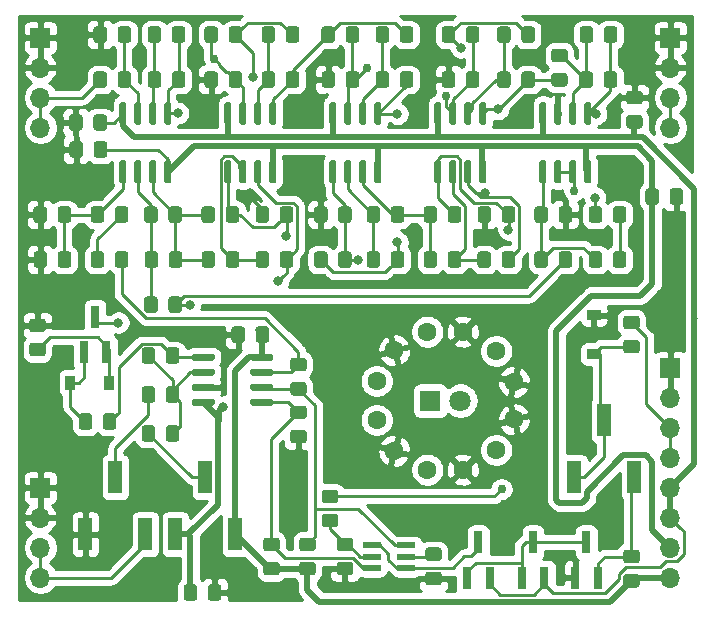
<source format=gbr>
G04 #@! TF.GenerationSoftware,KiCad,Pcbnew,5.1.6-c6e7f7d~87~ubuntu18.04.1*
G04 #@! TF.CreationDate,2020-07-17T09:27:03-04:00*
G04 #@! TF.ProjectId,optical_phasor_plug_in_board,6f707469-6361-46c5-9f70-6861736f725f,1.1*
G04 #@! TF.SameCoordinates,Original*
G04 #@! TF.FileFunction,Copper,L1,Top*
G04 #@! TF.FilePolarity,Positive*
%FSLAX46Y46*%
G04 Gerber Fmt 4.6, Leading zero omitted, Abs format (unit mm)*
G04 Created by KiCad (PCBNEW 5.1.6-c6e7f7d~87~ubuntu18.04.1) date 2020-07-17 09:27:03*
%MOMM*%
%LPD*%
G01*
G04 APERTURE LIST*
G04 #@! TA.AperFunction,SMDPad,CuDef*
%ADD10R,1.500000X0.550000*%
G04 #@! TD*
G04 #@! TA.AperFunction,SMDPad,CuDef*
%ADD11R,0.800000X1.900000*%
G04 #@! TD*
G04 #@! TA.AperFunction,SMDPad,CuDef*
%ADD12R,1.190000X2.790000*%
G04 #@! TD*
G04 #@! TA.AperFunction,ComponentPad*
%ADD13C,1.600000*%
G04 #@! TD*
G04 #@! TA.AperFunction,ComponentPad*
%ADD14R,1.700000X1.700000*%
G04 #@! TD*
G04 #@! TA.AperFunction,ComponentPad*
%ADD15O,1.700000X1.700000*%
G04 #@! TD*
G04 #@! TA.AperFunction,ComponentPad*
%ADD16C,1.800000*%
G04 #@! TD*
G04 #@! TA.AperFunction,ComponentPad*
%ADD17R,1.800000X1.800000*%
G04 #@! TD*
G04 #@! TA.AperFunction,SMDPad,CuDef*
%ADD18R,0.900000X1.200000*%
G04 #@! TD*
G04 #@! TA.AperFunction,SMDPad,CuDef*
%ADD19R,1.200000X0.900000*%
G04 #@! TD*
G04 #@! TA.AperFunction,ViaPad*
%ADD20C,0.800000*%
G04 #@! TD*
G04 #@! TA.AperFunction,ViaPad*
%ADD21C,0.762000*%
G04 #@! TD*
G04 #@! TA.AperFunction,Conductor*
%ADD22C,0.254000*%
G04 #@! TD*
G04 #@! TA.AperFunction,Conductor*
%ADD23C,0.250000*%
G04 #@! TD*
G04 #@! TA.AperFunction,Conductor*
%ADD24C,0.508000*%
G04 #@! TD*
G04 APERTURE END LIST*
D10*
X147464000Y-113472000D03*
X147464000Y-112522000D03*
X147464000Y-111572000D03*
X150364000Y-111572000D03*
X150364000Y-112522000D03*
X150364000Y-113472000D03*
D11*
X165608000Y-111300000D03*
X166558000Y-114300000D03*
X164658000Y-114300000D03*
X161102000Y-111300000D03*
X162052000Y-114300000D03*
X160152000Y-114300000D03*
X156464000Y-111300000D03*
X157414000Y-114300000D03*
X155514000Y-114300000D03*
X124018000Y-92210000D03*
X124968000Y-95210000D03*
X123068000Y-95210000D03*
D12*
X169672000Y-105793000D03*
X167132000Y-100963000D03*
X164592000Y-105793000D03*
D13*
X147843793Y-97662999D03*
X149343793Y-95064923D03*
G04 #@! TA.AperFunction,SMDPad,CuDef*
G36*
G01*
X165585000Y-78970000D02*
X165885000Y-78970000D01*
G75*
G02*
X166035000Y-79120000I0J-150000D01*
G01*
X166035000Y-80770000D01*
G75*
G02*
X165885000Y-80920000I-150000J0D01*
G01*
X165585000Y-80920000D01*
G75*
G02*
X165435000Y-80770000I0J150000D01*
G01*
X165435000Y-79120000D01*
G75*
G02*
X165585000Y-78970000I150000J0D01*
G01*
G37*
G04 #@! TD.AperFunction*
G04 #@! TA.AperFunction,SMDPad,CuDef*
G36*
G01*
X164315000Y-78970000D02*
X164615000Y-78970000D01*
G75*
G02*
X164765000Y-79120000I0J-150000D01*
G01*
X164765000Y-80770000D01*
G75*
G02*
X164615000Y-80920000I-150000J0D01*
G01*
X164315000Y-80920000D01*
G75*
G02*
X164165000Y-80770000I0J150000D01*
G01*
X164165000Y-79120000D01*
G75*
G02*
X164315000Y-78970000I150000J0D01*
G01*
G37*
G04 #@! TD.AperFunction*
G04 #@! TA.AperFunction,SMDPad,CuDef*
G36*
G01*
X163045000Y-78970000D02*
X163345000Y-78970000D01*
G75*
G02*
X163495000Y-79120000I0J-150000D01*
G01*
X163495000Y-80770000D01*
G75*
G02*
X163345000Y-80920000I-150000J0D01*
G01*
X163045000Y-80920000D01*
G75*
G02*
X162895000Y-80770000I0J150000D01*
G01*
X162895000Y-79120000D01*
G75*
G02*
X163045000Y-78970000I150000J0D01*
G01*
G37*
G04 #@! TD.AperFunction*
G04 #@! TA.AperFunction,SMDPad,CuDef*
G36*
G01*
X161775000Y-78970000D02*
X162075000Y-78970000D01*
G75*
G02*
X162225000Y-79120000I0J-150000D01*
G01*
X162225000Y-80770000D01*
G75*
G02*
X162075000Y-80920000I-150000J0D01*
G01*
X161775000Y-80920000D01*
G75*
G02*
X161625000Y-80770000I0J150000D01*
G01*
X161625000Y-79120000D01*
G75*
G02*
X161775000Y-78970000I150000J0D01*
G01*
G37*
G04 #@! TD.AperFunction*
G04 #@! TA.AperFunction,SMDPad,CuDef*
G36*
G01*
X161775000Y-74020000D02*
X162075000Y-74020000D01*
G75*
G02*
X162225000Y-74170000I0J-150000D01*
G01*
X162225000Y-75820000D01*
G75*
G02*
X162075000Y-75970000I-150000J0D01*
G01*
X161775000Y-75970000D01*
G75*
G02*
X161625000Y-75820000I0J150000D01*
G01*
X161625000Y-74170000D01*
G75*
G02*
X161775000Y-74020000I150000J0D01*
G01*
G37*
G04 #@! TD.AperFunction*
G04 #@! TA.AperFunction,SMDPad,CuDef*
G36*
G01*
X163045000Y-74020000D02*
X163345000Y-74020000D01*
G75*
G02*
X163495000Y-74170000I0J-150000D01*
G01*
X163495000Y-75820000D01*
G75*
G02*
X163345000Y-75970000I-150000J0D01*
G01*
X163045000Y-75970000D01*
G75*
G02*
X162895000Y-75820000I0J150000D01*
G01*
X162895000Y-74170000D01*
G75*
G02*
X163045000Y-74020000I150000J0D01*
G01*
G37*
G04 #@! TD.AperFunction*
G04 #@! TA.AperFunction,SMDPad,CuDef*
G36*
G01*
X164315000Y-74020000D02*
X164615000Y-74020000D01*
G75*
G02*
X164765000Y-74170000I0J-150000D01*
G01*
X164765000Y-75820000D01*
G75*
G02*
X164615000Y-75970000I-150000J0D01*
G01*
X164315000Y-75970000D01*
G75*
G02*
X164165000Y-75820000I0J150000D01*
G01*
X164165000Y-74170000D01*
G75*
G02*
X164315000Y-74020000I150000J0D01*
G01*
G37*
G04 #@! TD.AperFunction*
G04 #@! TA.AperFunction,SMDPad,CuDef*
G36*
G01*
X165585000Y-74020000D02*
X165885000Y-74020000D01*
G75*
G02*
X166035000Y-74170000I0J-150000D01*
G01*
X166035000Y-75820000D01*
G75*
G02*
X165885000Y-75970000I-150000J0D01*
G01*
X165585000Y-75970000D01*
G75*
G02*
X165435000Y-75820000I0J150000D01*
G01*
X165435000Y-74170000D01*
G75*
G02*
X165585000Y-74020000I150000J0D01*
G01*
G37*
G04 #@! TD.AperFunction*
D12*
X135890000Y-110619000D03*
X133350000Y-105789000D03*
X130810000Y-110619000D03*
X128270000Y-110619000D03*
X125730000Y-105789000D03*
X123190000Y-110619000D03*
D14*
X119380000Y-106680000D03*
D15*
X119380000Y-109220000D03*
X119380000Y-111760000D03*
X119380000Y-114300000D03*
G04 #@! TA.AperFunction,SMDPad,CuDef*
G36*
G01*
X166165000Y-71685999D02*
X166165000Y-72586001D01*
G75*
G02*
X165915001Y-72836000I-249999J0D01*
G01*
X165264999Y-72836000D01*
G75*
G02*
X165015000Y-72586001I0J249999D01*
G01*
X165015000Y-71685999D01*
G75*
G02*
X165264999Y-71436000I249999J0D01*
G01*
X165915001Y-71436000D01*
G75*
G02*
X166165000Y-71685999I0J-249999D01*
G01*
G37*
G04 #@! TD.AperFunction*
G04 #@! TA.AperFunction,SMDPad,CuDef*
G36*
G01*
X168215000Y-71685999D02*
X168215000Y-72586001D01*
G75*
G02*
X167965001Y-72836000I-249999J0D01*
G01*
X167314999Y-72836000D01*
G75*
G02*
X167065000Y-72586001I0J249999D01*
G01*
X167065000Y-71685999D01*
G75*
G02*
X167314999Y-71436000I249999J0D01*
G01*
X167965001Y-71436000D01*
G75*
G02*
X168215000Y-71685999I0J-249999D01*
G01*
G37*
G04 #@! TD.AperFunction*
G04 #@! TA.AperFunction,SMDPad,CuDef*
G36*
G01*
X162871999Y-71579000D02*
X163772001Y-71579000D01*
G75*
G02*
X164022000Y-71828999I0J-249999D01*
G01*
X164022000Y-72479001D01*
G75*
G02*
X163772001Y-72729000I-249999J0D01*
G01*
X162871999Y-72729000D01*
G75*
G02*
X162622000Y-72479001I0J249999D01*
G01*
X162622000Y-71828999D01*
G75*
G02*
X162871999Y-71579000I249999J0D01*
G01*
G37*
G04 #@! TD.AperFunction*
G04 #@! TA.AperFunction,SMDPad,CuDef*
G36*
G01*
X162871999Y-69529000D02*
X163772001Y-69529000D01*
G75*
G02*
X164022000Y-69778999I0J-249999D01*
G01*
X164022000Y-70429001D01*
G75*
G02*
X163772001Y-70679000I-249999J0D01*
G01*
X162871999Y-70679000D01*
G75*
G02*
X162622000Y-70429001I0J249999D01*
G01*
X162622000Y-69778999D01*
G75*
G02*
X162871999Y-69529000I249999J0D01*
G01*
G37*
G04 #@! TD.AperFunction*
G04 #@! TA.AperFunction,SMDPad,CuDef*
G36*
G01*
X167845000Y-87826001D02*
X167845000Y-86925999D01*
G75*
G02*
X168094999Y-86676000I249999J0D01*
G01*
X168745001Y-86676000D01*
G75*
G02*
X168995000Y-86925999I0J-249999D01*
G01*
X168995000Y-87826001D01*
G75*
G02*
X168745001Y-88076000I-249999J0D01*
G01*
X168094999Y-88076000D01*
G75*
G02*
X167845000Y-87826001I0J249999D01*
G01*
G37*
G04 #@! TD.AperFunction*
G04 #@! TA.AperFunction,SMDPad,CuDef*
G36*
G01*
X165795000Y-87826001D02*
X165795000Y-86925999D01*
G75*
G02*
X166044999Y-86676000I249999J0D01*
G01*
X166695001Y-86676000D01*
G75*
G02*
X166945000Y-86925999I0J-249999D01*
G01*
X166945000Y-87826001D01*
G75*
G02*
X166695001Y-88076000I-249999J0D01*
G01*
X166044999Y-88076000D01*
G75*
G02*
X165795000Y-87826001I0J249999D01*
G01*
G37*
G04 #@! TD.AperFunction*
G04 #@! TA.AperFunction,SMDPad,CuDef*
G36*
G01*
X163255000Y-87826001D02*
X163255000Y-86925999D01*
G75*
G02*
X163504999Y-86676000I249999J0D01*
G01*
X164155001Y-86676000D01*
G75*
G02*
X164405000Y-86925999I0J-249999D01*
G01*
X164405000Y-87826001D01*
G75*
G02*
X164155001Y-88076000I-249999J0D01*
G01*
X163504999Y-88076000D01*
G75*
G02*
X163255000Y-87826001I0J249999D01*
G01*
G37*
G04 #@! TD.AperFunction*
G04 #@! TA.AperFunction,SMDPad,CuDef*
G36*
G01*
X161205000Y-87826001D02*
X161205000Y-86925999D01*
G75*
G02*
X161454999Y-86676000I249999J0D01*
G01*
X162105001Y-86676000D01*
G75*
G02*
X162355000Y-86925999I0J-249999D01*
G01*
X162355000Y-87826001D01*
G75*
G02*
X162105001Y-88076000I-249999J0D01*
G01*
X161454999Y-88076000D01*
G75*
G02*
X161205000Y-87826001I0J249999D01*
G01*
G37*
G04 #@! TD.AperFunction*
G04 #@! TA.AperFunction,SMDPad,CuDef*
G36*
G01*
X169868001Y-113088000D02*
X168967999Y-113088000D01*
G75*
G02*
X168718000Y-112838001I0J249999D01*
G01*
X168718000Y-112187999D01*
G75*
G02*
X168967999Y-111938000I249999J0D01*
G01*
X169868001Y-111938000D01*
G75*
G02*
X170118000Y-112187999I0J-249999D01*
G01*
X170118000Y-112838001D01*
G75*
G02*
X169868001Y-113088000I-249999J0D01*
G01*
G37*
G04 #@! TD.AperFunction*
G04 #@! TA.AperFunction,SMDPad,CuDef*
G36*
G01*
X169868001Y-115138000D02*
X168967999Y-115138000D01*
G75*
G02*
X168718000Y-114888001I0J249999D01*
G01*
X168718000Y-114237999D01*
G75*
G02*
X168967999Y-113988000I249999J0D01*
G01*
X169868001Y-113988000D01*
G75*
G02*
X170118000Y-114237999I0J-249999D01*
G01*
X170118000Y-114888001D01*
G75*
G02*
X169868001Y-115138000I-249999J0D01*
G01*
G37*
G04 #@! TD.AperFunction*
G04 #@! TA.AperFunction,SMDPad,CuDef*
G36*
G01*
X129099000Y-95053999D02*
X129099000Y-95954001D01*
G75*
G02*
X128849001Y-96204000I-249999J0D01*
G01*
X128198999Y-96204000D01*
G75*
G02*
X127949000Y-95954001I0J249999D01*
G01*
X127949000Y-95053999D01*
G75*
G02*
X128198999Y-94804000I249999J0D01*
G01*
X128849001Y-94804000D01*
G75*
G02*
X129099000Y-95053999I0J-249999D01*
G01*
G37*
G04 #@! TD.AperFunction*
G04 #@! TA.AperFunction,SMDPad,CuDef*
G36*
G01*
X131149000Y-95053999D02*
X131149000Y-95954001D01*
G75*
G02*
X130899001Y-96204000I-249999J0D01*
G01*
X130248999Y-96204000D01*
G75*
G02*
X129999000Y-95954001I0J249999D01*
G01*
X129999000Y-95053999D01*
G75*
G02*
X130248999Y-94804000I249999J0D01*
G01*
X130899001Y-94804000D01*
G75*
G02*
X131149000Y-95053999I0J-249999D01*
G01*
G37*
G04 #@! TD.AperFunction*
G04 #@! TA.AperFunction,SMDPad,CuDef*
G36*
G01*
X166945000Y-83115999D02*
X166945000Y-84016001D01*
G75*
G02*
X166695001Y-84266000I-249999J0D01*
G01*
X166044999Y-84266000D01*
G75*
G02*
X165795000Y-84016001I0J249999D01*
G01*
X165795000Y-83115999D01*
G75*
G02*
X166044999Y-82866000I249999J0D01*
G01*
X166695001Y-82866000D01*
G75*
G02*
X166945000Y-83115999I0J-249999D01*
G01*
G37*
G04 #@! TD.AperFunction*
G04 #@! TA.AperFunction,SMDPad,CuDef*
G36*
G01*
X168995000Y-83115999D02*
X168995000Y-84016001D01*
G75*
G02*
X168745001Y-84266000I-249999J0D01*
G01*
X168094999Y-84266000D01*
G75*
G02*
X167845000Y-84016001I0J249999D01*
G01*
X167845000Y-83115999D01*
G75*
G02*
X168094999Y-82866000I249999J0D01*
G01*
X168745001Y-82866000D01*
G75*
G02*
X168995000Y-83115999I0J-249999D01*
G01*
G37*
G04 #@! TD.AperFunction*
G04 #@! TA.AperFunction,SMDPad,CuDef*
G36*
G01*
X166183000Y-67875999D02*
X166183000Y-68776001D01*
G75*
G02*
X165933001Y-69026000I-249999J0D01*
G01*
X165282999Y-69026000D01*
G75*
G02*
X165033000Y-68776001I0J249999D01*
G01*
X165033000Y-67875999D01*
G75*
G02*
X165282999Y-67626000I249999J0D01*
G01*
X165933001Y-67626000D01*
G75*
G02*
X166183000Y-67875999I0J-249999D01*
G01*
G37*
G04 #@! TD.AperFunction*
G04 #@! TA.AperFunction,SMDPad,CuDef*
G36*
G01*
X168233000Y-67875999D02*
X168233000Y-68776001D01*
G75*
G02*
X167983001Y-69026000I-249999J0D01*
G01*
X167332999Y-69026000D01*
G75*
G02*
X167083000Y-68776001I0J249999D01*
G01*
X167083000Y-67875999D01*
G75*
G02*
X167332999Y-67626000I249999J0D01*
G01*
X167983001Y-67626000D01*
G75*
G02*
X168233000Y-67875999I0J-249999D01*
G01*
G37*
G04 #@! TD.AperFunction*
G04 #@! TA.AperFunction,SMDPad,CuDef*
G36*
G01*
X162355000Y-83115999D02*
X162355000Y-84016001D01*
G75*
G02*
X162105001Y-84266000I-249999J0D01*
G01*
X161454999Y-84266000D01*
G75*
G02*
X161205000Y-84016001I0J249999D01*
G01*
X161205000Y-83115999D01*
G75*
G02*
X161454999Y-82866000I249999J0D01*
G01*
X162105001Y-82866000D01*
G75*
G02*
X162355000Y-83115999I0J-249999D01*
G01*
G37*
G04 #@! TD.AperFunction*
G04 #@! TA.AperFunction,SMDPad,CuDef*
G36*
G01*
X164405000Y-83115999D02*
X164405000Y-84016001D01*
G75*
G02*
X164155001Y-84266000I-249999J0D01*
G01*
X163504999Y-84266000D01*
G75*
G02*
X163255000Y-84016001I0J249999D01*
G01*
X163255000Y-83115999D01*
G75*
G02*
X163504999Y-82866000I249999J0D01*
G01*
X164155001Y-82866000D01*
G75*
G02*
X164405000Y-83115999I0J-249999D01*
G01*
G37*
G04 #@! TD.AperFunction*
G04 #@! TA.AperFunction,SMDPad,CuDef*
G36*
G01*
X159579000Y-86925999D02*
X159579000Y-87826001D01*
G75*
G02*
X159329001Y-88076000I-249999J0D01*
G01*
X158678999Y-88076000D01*
G75*
G02*
X158429000Y-87826001I0J249999D01*
G01*
X158429000Y-86925999D01*
G75*
G02*
X158678999Y-86676000I249999J0D01*
G01*
X159329001Y-86676000D01*
G75*
G02*
X159579000Y-86925999I0J-249999D01*
G01*
G37*
G04 #@! TD.AperFunction*
G04 #@! TA.AperFunction,SMDPad,CuDef*
G36*
G01*
X157529000Y-86925999D02*
X157529000Y-87826001D01*
G75*
G02*
X157279001Y-88076000I-249999J0D01*
G01*
X156628999Y-88076000D01*
G75*
G02*
X156379000Y-87826001I0J249999D01*
G01*
X156379000Y-86925999D01*
G75*
G02*
X156628999Y-86676000I249999J0D01*
G01*
X157279001Y-86676000D01*
G75*
G02*
X157529000Y-86925999I0J-249999D01*
G01*
G37*
G04 #@! TD.AperFunction*
G04 #@! TA.AperFunction,SMDPad,CuDef*
G36*
G01*
X154499000Y-67875999D02*
X154499000Y-68776001D01*
G75*
G02*
X154249001Y-69026000I-249999J0D01*
G01*
X153598999Y-69026000D01*
G75*
G02*
X153349000Y-68776001I0J249999D01*
G01*
X153349000Y-67875999D01*
G75*
G02*
X153598999Y-67626000I249999J0D01*
G01*
X154249001Y-67626000D01*
G75*
G02*
X154499000Y-67875999I0J-249999D01*
G01*
G37*
G04 #@! TD.AperFunction*
G04 #@! TA.AperFunction,SMDPad,CuDef*
G36*
G01*
X156549000Y-67875999D02*
X156549000Y-68776001D01*
G75*
G02*
X156299001Y-69026000I-249999J0D01*
G01*
X155648999Y-69026000D01*
G75*
G02*
X155399000Y-68776001I0J249999D01*
G01*
X155399000Y-67875999D01*
G75*
G02*
X155648999Y-67626000I249999J0D01*
G01*
X156299001Y-67626000D01*
G75*
G02*
X156549000Y-67875999I0J-249999D01*
G01*
G37*
G04 #@! TD.AperFunction*
G04 #@! TA.AperFunction,SMDPad,CuDef*
G36*
G01*
X156388000Y-84016001D02*
X156388000Y-83115999D01*
G75*
G02*
X156637999Y-82866000I249999J0D01*
G01*
X157288001Y-82866000D01*
G75*
G02*
X157538000Y-83115999I0J-249999D01*
G01*
X157538000Y-84016001D01*
G75*
G02*
X157288001Y-84266000I-249999J0D01*
G01*
X156637999Y-84266000D01*
G75*
G02*
X156388000Y-84016001I0J249999D01*
G01*
G37*
G04 #@! TD.AperFunction*
G04 #@! TA.AperFunction,SMDPad,CuDef*
G36*
G01*
X158438000Y-84016001D02*
X158438000Y-83115999D01*
G75*
G02*
X158687999Y-82866000I249999J0D01*
G01*
X159338001Y-82866000D01*
G75*
G02*
X159588000Y-83115999I0J-249999D01*
G01*
X159588000Y-84016001D01*
G75*
G02*
X159338001Y-84266000I-249999J0D01*
G01*
X158687999Y-84266000D01*
G75*
G02*
X158438000Y-84016001I0J249999D01*
G01*
G37*
G04 #@! TD.AperFunction*
G04 #@! TA.AperFunction,SMDPad,CuDef*
G36*
G01*
X153349000Y-72586001D02*
X153349000Y-71685999D01*
G75*
G02*
X153598999Y-71436000I249999J0D01*
G01*
X154249001Y-71436000D01*
G75*
G02*
X154499000Y-71685999I0J-249999D01*
G01*
X154499000Y-72586001D01*
G75*
G02*
X154249001Y-72836000I-249999J0D01*
G01*
X153598999Y-72836000D01*
G75*
G02*
X153349000Y-72586001I0J249999D01*
G01*
G37*
G04 #@! TD.AperFunction*
G04 #@! TA.AperFunction,SMDPad,CuDef*
G36*
G01*
X155399000Y-72586001D02*
X155399000Y-71685999D01*
G75*
G02*
X155648999Y-71436000I249999J0D01*
G01*
X156299001Y-71436000D01*
G75*
G02*
X156549000Y-71685999I0J-249999D01*
G01*
X156549000Y-72586001D01*
G75*
G02*
X156299001Y-72836000I-249999J0D01*
G01*
X155648999Y-72836000D01*
G75*
G02*
X155399000Y-72586001I0J249999D01*
G01*
G37*
G04 #@! TD.AperFunction*
G04 #@! TA.AperFunction,SMDPad,CuDef*
G36*
G01*
X152966000Y-86925999D02*
X152966000Y-87826001D01*
G75*
G02*
X152716001Y-88076000I-249999J0D01*
G01*
X152065999Y-88076000D01*
G75*
G02*
X151816000Y-87826001I0J249999D01*
G01*
X151816000Y-86925999D01*
G75*
G02*
X152065999Y-86676000I249999J0D01*
G01*
X152716001Y-86676000D01*
G75*
G02*
X152966000Y-86925999I0J-249999D01*
G01*
G37*
G04 #@! TD.AperFunction*
G04 #@! TA.AperFunction,SMDPad,CuDef*
G36*
G01*
X155016000Y-86925999D02*
X155016000Y-87826001D01*
G75*
G02*
X154766001Y-88076000I-249999J0D01*
G01*
X154115999Y-88076000D01*
G75*
G02*
X153866000Y-87826001I0J249999D01*
G01*
X153866000Y-86925999D01*
G75*
G02*
X154115999Y-86676000I249999J0D01*
G01*
X154766001Y-86676000D01*
G75*
G02*
X155016000Y-86925999I0J-249999D01*
G01*
G37*
G04 #@! TD.AperFunction*
G04 #@! TA.AperFunction,SMDPad,CuDef*
G36*
G01*
X161248000Y-71685999D02*
X161248000Y-72586001D01*
G75*
G02*
X160998001Y-72836000I-249999J0D01*
G01*
X160347999Y-72836000D01*
G75*
G02*
X160098000Y-72586001I0J249999D01*
G01*
X160098000Y-71685999D01*
G75*
G02*
X160347999Y-71436000I249999J0D01*
G01*
X160998001Y-71436000D01*
G75*
G02*
X161248000Y-71685999I0J-249999D01*
G01*
G37*
G04 #@! TD.AperFunction*
G04 #@! TA.AperFunction,SMDPad,CuDef*
G36*
G01*
X159198000Y-71685999D02*
X159198000Y-72586001D01*
G75*
G02*
X158948001Y-72836000I-249999J0D01*
G01*
X158297999Y-72836000D01*
G75*
G02*
X158048000Y-72586001I0J249999D01*
G01*
X158048000Y-71685999D01*
G75*
G02*
X158297999Y-71436000I249999J0D01*
G01*
X158948001Y-71436000D01*
G75*
G02*
X159198000Y-71685999I0J-249999D01*
G01*
G37*
G04 #@! TD.AperFunction*
G04 #@! TA.AperFunction,SMDPad,CuDef*
G36*
G01*
X152966000Y-83115999D02*
X152966000Y-84016001D01*
G75*
G02*
X152716001Y-84266000I-249999J0D01*
G01*
X152065999Y-84266000D01*
G75*
G02*
X151816000Y-84016001I0J249999D01*
G01*
X151816000Y-83115999D01*
G75*
G02*
X152065999Y-82866000I249999J0D01*
G01*
X152716001Y-82866000D01*
G75*
G02*
X152966000Y-83115999I0J-249999D01*
G01*
G37*
G04 #@! TD.AperFunction*
G04 #@! TA.AperFunction,SMDPad,CuDef*
G36*
G01*
X155016000Y-83115999D02*
X155016000Y-84016001D01*
G75*
G02*
X154766001Y-84266000I-249999J0D01*
G01*
X154115999Y-84266000D01*
G75*
G02*
X153866000Y-84016001I0J249999D01*
G01*
X153866000Y-83115999D01*
G75*
G02*
X154115999Y-82866000I249999J0D01*
G01*
X154766001Y-82866000D01*
G75*
G02*
X155016000Y-83115999I0J-249999D01*
G01*
G37*
G04 #@! TD.AperFunction*
G04 #@! TA.AperFunction,SMDPad,CuDef*
G36*
G01*
X160098000Y-68776001D02*
X160098000Y-67875999D01*
G75*
G02*
X160347999Y-67626000I249999J0D01*
G01*
X160998001Y-67626000D01*
G75*
G02*
X161248000Y-67875999I0J-249999D01*
G01*
X161248000Y-68776001D01*
G75*
G02*
X160998001Y-69026000I-249999J0D01*
G01*
X160347999Y-69026000D01*
G75*
G02*
X160098000Y-68776001I0J249999D01*
G01*
G37*
G04 #@! TD.AperFunction*
G04 #@! TA.AperFunction,SMDPad,CuDef*
G36*
G01*
X158048000Y-68776001D02*
X158048000Y-67875999D01*
G75*
G02*
X158297999Y-67626000I249999J0D01*
G01*
X158948001Y-67626000D01*
G75*
G02*
X159198000Y-67875999I0J-249999D01*
G01*
X159198000Y-68776001D01*
G75*
G02*
X158948001Y-69026000I-249999J0D01*
G01*
X158297999Y-69026000D01*
G75*
G02*
X158048000Y-68776001I0J249999D01*
G01*
G37*
G04 #@! TD.AperFunction*
G04 #@! TA.AperFunction,SMDPad,CuDef*
G36*
G01*
X156695000Y-78970000D02*
X156995000Y-78970000D01*
G75*
G02*
X157145000Y-79120000I0J-150000D01*
G01*
X157145000Y-80770000D01*
G75*
G02*
X156995000Y-80920000I-150000J0D01*
G01*
X156695000Y-80920000D01*
G75*
G02*
X156545000Y-80770000I0J150000D01*
G01*
X156545000Y-79120000D01*
G75*
G02*
X156695000Y-78970000I150000J0D01*
G01*
G37*
G04 #@! TD.AperFunction*
G04 #@! TA.AperFunction,SMDPad,CuDef*
G36*
G01*
X155425000Y-78970000D02*
X155725000Y-78970000D01*
G75*
G02*
X155875000Y-79120000I0J-150000D01*
G01*
X155875000Y-80770000D01*
G75*
G02*
X155725000Y-80920000I-150000J0D01*
G01*
X155425000Y-80920000D01*
G75*
G02*
X155275000Y-80770000I0J150000D01*
G01*
X155275000Y-79120000D01*
G75*
G02*
X155425000Y-78970000I150000J0D01*
G01*
G37*
G04 #@! TD.AperFunction*
G04 #@! TA.AperFunction,SMDPad,CuDef*
G36*
G01*
X154155000Y-78970000D02*
X154455000Y-78970000D01*
G75*
G02*
X154605000Y-79120000I0J-150000D01*
G01*
X154605000Y-80770000D01*
G75*
G02*
X154455000Y-80920000I-150000J0D01*
G01*
X154155000Y-80920000D01*
G75*
G02*
X154005000Y-80770000I0J150000D01*
G01*
X154005000Y-79120000D01*
G75*
G02*
X154155000Y-78970000I150000J0D01*
G01*
G37*
G04 #@! TD.AperFunction*
G04 #@! TA.AperFunction,SMDPad,CuDef*
G36*
G01*
X152885000Y-78970000D02*
X153185000Y-78970000D01*
G75*
G02*
X153335000Y-79120000I0J-150000D01*
G01*
X153335000Y-80770000D01*
G75*
G02*
X153185000Y-80920000I-150000J0D01*
G01*
X152885000Y-80920000D01*
G75*
G02*
X152735000Y-80770000I0J150000D01*
G01*
X152735000Y-79120000D01*
G75*
G02*
X152885000Y-78970000I150000J0D01*
G01*
G37*
G04 #@! TD.AperFunction*
G04 #@! TA.AperFunction,SMDPad,CuDef*
G36*
G01*
X152885000Y-74020000D02*
X153185000Y-74020000D01*
G75*
G02*
X153335000Y-74170000I0J-150000D01*
G01*
X153335000Y-75820000D01*
G75*
G02*
X153185000Y-75970000I-150000J0D01*
G01*
X152885000Y-75970000D01*
G75*
G02*
X152735000Y-75820000I0J150000D01*
G01*
X152735000Y-74170000D01*
G75*
G02*
X152885000Y-74020000I150000J0D01*
G01*
G37*
G04 #@! TD.AperFunction*
G04 #@! TA.AperFunction,SMDPad,CuDef*
G36*
G01*
X154155000Y-74020000D02*
X154455000Y-74020000D01*
G75*
G02*
X154605000Y-74170000I0J-150000D01*
G01*
X154605000Y-75820000D01*
G75*
G02*
X154455000Y-75970000I-150000J0D01*
G01*
X154155000Y-75970000D01*
G75*
G02*
X154005000Y-75820000I0J150000D01*
G01*
X154005000Y-74170000D01*
G75*
G02*
X154155000Y-74020000I150000J0D01*
G01*
G37*
G04 #@! TD.AperFunction*
G04 #@! TA.AperFunction,SMDPad,CuDef*
G36*
G01*
X155425000Y-74020000D02*
X155725000Y-74020000D01*
G75*
G02*
X155875000Y-74170000I0J-150000D01*
G01*
X155875000Y-75820000D01*
G75*
G02*
X155725000Y-75970000I-150000J0D01*
G01*
X155425000Y-75970000D01*
G75*
G02*
X155275000Y-75820000I0J150000D01*
G01*
X155275000Y-74170000D01*
G75*
G02*
X155425000Y-74020000I150000J0D01*
G01*
G37*
G04 #@! TD.AperFunction*
G04 #@! TA.AperFunction,SMDPad,CuDef*
G36*
G01*
X156695000Y-74020000D02*
X156995000Y-74020000D01*
G75*
G02*
X157145000Y-74170000I0J-150000D01*
G01*
X157145000Y-75820000D01*
G75*
G02*
X156995000Y-75970000I-150000J0D01*
G01*
X156695000Y-75970000D01*
G75*
G02*
X156545000Y-75820000I0J150000D01*
G01*
X156545000Y-74170000D01*
G75*
G02*
X156695000Y-74020000I150000J0D01*
G01*
G37*
G04 #@! TD.AperFunction*
G04 #@! TA.AperFunction,SMDPad,CuDef*
G36*
G01*
X118796000Y-87826001D02*
X118796000Y-86925999D01*
G75*
G02*
X119045999Y-86676000I249999J0D01*
G01*
X119696001Y-86676000D01*
G75*
G02*
X119946000Y-86925999I0J-249999D01*
G01*
X119946000Y-87826001D01*
G75*
G02*
X119696001Y-88076000I-249999J0D01*
G01*
X119045999Y-88076000D01*
G75*
G02*
X118796000Y-87826001I0J249999D01*
G01*
G37*
G04 #@! TD.AperFunction*
G04 #@! TA.AperFunction,SMDPad,CuDef*
G36*
G01*
X120846000Y-87826001D02*
X120846000Y-86925999D01*
G75*
G02*
X121095999Y-86676000I249999J0D01*
G01*
X121746001Y-86676000D01*
G75*
G02*
X121996000Y-86925999I0J-249999D01*
G01*
X121996000Y-87826001D01*
G75*
G02*
X121746001Y-88076000I-249999J0D01*
G01*
X121095999Y-88076000D01*
G75*
G02*
X120846000Y-87826001I0J249999D01*
G01*
G37*
G04 #@! TD.AperFunction*
D16*
X154940000Y-99314000D03*
D17*
X152400000Y-99314000D03*
D15*
X119380000Y-76200000D03*
X119380000Y-73660000D03*
X119380000Y-71120000D03*
D14*
X119380000Y-68580000D03*
D15*
X172720000Y-76200000D03*
X172720000Y-73660000D03*
X172720000Y-71120000D03*
D14*
X172720000Y-68580000D03*
X172720000Y-96520000D03*
D15*
X172720000Y-99060000D03*
X172720000Y-101600000D03*
X172720000Y-104140000D03*
X172720000Y-106680000D03*
X172720000Y-109220000D03*
X172720000Y-111760000D03*
X172720000Y-114300000D03*
D13*
X147843793Y-100965001D03*
X149343793Y-103563077D03*
X159472207Y-97721075D03*
X157972207Y-95122999D03*
X155146000Y-93472000D03*
X152146000Y-93472000D03*
X159472207Y-100906925D03*
X157972207Y-103505001D03*
X155146000Y-105156000D03*
X152146000Y-105156000D03*
G04 #@! TA.AperFunction,SMDPad,CuDef*
G36*
G01*
X130025000Y-74020000D02*
X130325000Y-74020000D01*
G75*
G02*
X130475000Y-74170000I0J-150000D01*
G01*
X130475000Y-75820000D01*
G75*
G02*
X130325000Y-75970000I-150000J0D01*
G01*
X130025000Y-75970000D01*
G75*
G02*
X129875000Y-75820000I0J150000D01*
G01*
X129875000Y-74170000D01*
G75*
G02*
X130025000Y-74020000I150000J0D01*
G01*
G37*
G04 #@! TD.AperFunction*
G04 #@! TA.AperFunction,SMDPad,CuDef*
G36*
G01*
X128755000Y-74020000D02*
X129055000Y-74020000D01*
G75*
G02*
X129205000Y-74170000I0J-150000D01*
G01*
X129205000Y-75820000D01*
G75*
G02*
X129055000Y-75970000I-150000J0D01*
G01*
X128755000Y-75970000D01*
G75*
G02*
X128605000Y-75820000I0J150000D01*
G01*
X128605000Y-74170000D01*
G75*
G02*
X128755000Y-74020000I150000J0D01*
G01*
G37*
G04 #@! TD.AperFunction*
G04 #@! TA.AperFunction,SMDPad,CuDef*
G36*
G01*
X127485000Y-74020000D02*
X127785000Y-74020000D01*
G75*
G02*
X127935000Y-74170000I0J-150000D01*
G01*
X127935000Y-75820000D01*
G75*
G02*
X127785000Y-75970000I-150000J0D01*
G01*
X127485000Y-75970000D01*
G75*
G02*
X127335000Y-75820000I0J150000D01*
G01*
X127335000Y-74170000D01*
G75*
G02*
X127485000Y-74020000I150000J0D01*
G01*
G37*
G04 #@! TD.AperFunction*
G04 #@! TA.AperFunction,SMDPad,CuDef*
G36*
G01*
X126215000Y-74020000D02*
X126515000Y-74020000D01*
G75*
G02*
X126665000Y-74170000I0J-150000D01*
G01*
X126665000Y-75820000D01*
G75*
G02*
X126515000Y-75970000I-150000J0D01*
G01*
X126215000Y-75970000D01*
G75*
G02*
X126065000Y-75820000I0J150000D01*
G01*
X126065000Y-74170000D01*
G75*
G02*
X126215000Y-74020000I150000J0D01*
G01*
G37*
G04 #@! TD.AperFunction*
G04 #@! TA.AperFunction,SMDPad,CuDef*
G36*
G01*
X126215000Y-78970000D02*
X126515000Y-78970000D01*
G75*
G02*
X126665000Y-79120000I0J-150000D01*
G01*
X126665000Y-80770000D01*
G75*
G02*
X126515000Y-80920000I-150000J0D01*
G01*
X126215000Y-80920000D01*
G75*
G02*
X126065000Y-80770000I0J150000D01*
G01*
X126065000Y-79120000D01*
G75*
G02*
X126215000Y-78970000I150000J0D01*
G01*
G37*
G04 #@! TD.AperFunction*
G04 #@! TA.AperFunction,SMDPad,CuDef*
G36*
G01*
X127485000Y-78970000D02*
X127785000Y-78970000D01*
G75*
G02*
X127935000Y-79120000I0J-150000D01*
G01*
X127935000Y-80770000D01*
G75*
G02*
X127785000Y-80920000I-150000J0D01*
G01*
X127485000Y-80920000D01*
G75*
G02*
X127335000Y-80770000I0J150000D01*
G01*
X127335000Y-79120000D01*
G75*
G02*
X127485000Y-78970000I150000J0D01*
G01*
G37*
G04 #@! TD.AperFunction*
G04 #@! TA.AperFunction,SMDPad,CuDef*
G36*
G01*
X128755000Y-78970000D02*
X129055000Y-78970000D01*
G75*
G02*
X129205000Y-79120000I0J-150000D01*
G01*
X129205000Y-80770000D01*
G75*
G02*
X129055000Y-80920000I-150000J0D01*
G01*
X128755000Y-80920000D01*
G75*
G02*
X128605000Y-80770000I0J150000D01*
G01*
X128605000Y-79120000D01*
G75*
G02*
X128755000Y-78970000I150000J0D01*
G01*
G37*
G04 #@! TD.AperFunction*
G04 #@! TA.AperFunction,SMDPad,CuDef*
G36*
G01*
X130025000Y-78970000D02*
X130325000Y-78970000D01*
G75*
G02*
X130475000Y-79120000I0J-150000D01*
G01*
X130475000Y-80770000D01*
G75*
G02*
X130325000Y-80920000I-150000J0D01*
G01*
X130025000Y-80920000D01*
G75*
G02*
X129875000Y-80770000I0J150000D01*
G01*
X129875000Y-79120000D01*
G75*
G02*
X130025000Y-78970000I150000J0D01*
G01*
G37*
G04 #@! TD.AperFunction*
G04 #@! TA.AperFunction,SMDPad,CuDef*
G36*
G01*
X138915000Y-74020000D02*
X139215000Y-74020000D01*
G75*
G02*
X139365000Y-74170000I0J-150000D01*
G01*
X139365000Y-75820000D01*
G75*
G02*
X139215000Y-75970000I-150000J0D01*
G01*
X138915000Y-75970000D01*
G75*
G02*
X138765000Y-75820000I0J150000D01*
G01*
X138765000Y-74170000D01*
G75*
G02*
X138915000Y-74020000I150000J0D01*
G01*
G37*
G04 #@! TD.AperFunction*
G04 #@! TA.AperFunction,SMDPad,CuDef*
G36*
G01*
X137645000Y-74020000D02*
X137945000Y-74020000D01*
G75*
G02*
X138095000Y-74170000I0J-150000D01*
G01*
X138095000Y-75820000D01*
G75*
G02*
X137945000Y-75970000I-150000J0D01*
G01*
X137645000Y-75970000D01*
G75*
G02*
X137495000Y-75820000I0J150000D01*
G01*
X137495000Y-74170000D01*
G75*
G02*
X137645000Y-74020000I150000J0D01*
G01*
G37*
G04 #@! TD.AperFunction*
G04 #@! TA.AperFunction,SMDPad,CuDef*
G36*
G01*
X136375000Y-74020000D02*
X136675000Y-74020000D01*
G75*
G02*
X136825000Y-74170000I0J-150000D01*
G01*
X136825000Y-75820000D01*
G75*
G02*
X136675000Y-75970000I-150000J0D01*
G01*
X136375000Y-75970000D01*
G75*
G02*
X136225000Y-75820000I0J150000D01*
G01*
X136225000Y-74170000D01*
G75*
G02*
X136375000Y-74020000I150000J0D01*
G01*
G37*
G04 #@! TD.AperFunction*
G04 #@! TA.AperFunction,SMDPad,CuDef*
G36*
G01*
X135105000Y-74020000D02*
X135405000Y-74020000D01*
G75*
G02*
X135555000Y-74170000I0J-150000D01*
G01*
X135555000Y-75820000D01*
G75*
G02*
X135405000Y-75970000I-150000J0D01*
G01*
X135105000Y-75970000D01*
G75*
G02*
X134955000Y-75820000I0J150000D01*
G01*
X134955000Y-74170000D01*
G75*
G02*
X135105000Y-74020000I150000J0D01*
G01*
G37*
G04 #@! TD.AperFunction*
G04 #@! TA.AperFunction,SMDPad,CuDef*
G36*
G01*
X135105000Y-78970000D02*
X135405000Y-78970000D01*
G75*
G02*
X135555000Y-79120000I0J-150000D01*
G01*
X135555000Y-80770000D01*
G75*
G02*
X135405000Y-80920000I-150000J0D01*
G01*
X135105000Y-80920000D01*
G75*
G02*
X134955000Y-80770000I0J150000D01*
G01*
X134955000Y-79120000D01*
G75*
G02*
X135105000Y-78970000I150000J0D01*
G01*
G37*
G04 #@! TD.AperFunction*
G04 #@! TA.AperFunction,SMDPad,CuDef*
G36*
G01*
X136375000Y-78970000D02*
X136675000Y-78970000D01*
G75*
G02*
X136825000Y-79120000I0J-150000D01*
G01*
X136825000Y-80770000D01*
G75*
G02*
X136675000Y-80920000I-150000J0D01*
G01*
X136375000Y-80920000D01*
G75*
G02*
X136225000Y-80770000I0J150000D01*
G01*
X136225000Y-79120000D01*
G75*
G02*
X136375000Y-78970000I150000J0D01*
G01*
G37*
G04 #@! TD.AperFunction*
G04 #@! TA.AperFunction,SMDPad,CuDef*
G36*
G01*
X137645000Y-78970000D02*
X137945000Y-78970000D01*
G75*
G02*
X138095000Y-79120000I0J-150000D01*
G01*
X138095000Y-80770000D01*
G75*
G02*
X137945000Y-80920000I-150000J0D01*
G01*
X137645000Y-80920000D01*
G75*
G02*
X137495000Y-80770000I0J150000D01*
G01*
X137495000Y-79120000D01*
G75*
G02*
X137645000Y-78970000I150000J0D01*
G01*
G37*
G04 #@! TD.AperFunction*
G04 #@! TA.AperFunction,SMDPad,CuDef*
G36*
G01*
X138915000Y-78970000D02*
X139215000Y-78970000D01*
G75*
G02*
X139365000Y-79120000I0J-150000D01*
G01*
X139365000Y-80770000D01*
G75*
G02*
X139215000Y-80920000I-150000J0D01*
G01*
X138915000Y-80920000D01*
G75*
G02*
X138765000Y-80770000I0J150000D01*
G01*
X138765000Y-79120000D01*
G75*
G02*
X138915000Y-78970000I150000J0D01*
G01*
G37*
G04 #@! TD.AperFunction*
G04 #@! TA.AperFunction,SMDPad,CuDef*
G36*
G01*
X147805000Y-74020000D02*
X148105000Y-74020000D01*
G75*
G02*
X148255000Y-74170000I0J-150000D01*
G01*
X148255000Y-75820000D01*
G75*
G02*
X148105000Y-75970000I-150000J0D01*
G01*
X147805000Y-75970000D01*
G75*
G02*
X147655000Y-75820000I0J150000D01*
G01*
X147655000Y-74170000D01*
G75*
G02*
X147805000Y-74020000I150000J0D01*
G01*
G37*
G04 #@! TD.AperFunction*
G04 #@! TA.AperFunction,SMDPad,CuDef*
G36*
G01*
X146535000Y-74020000D02*
X146835000Y-74020000D01*
G75*
G02*
X146985000Y-74170000I0J-150000D01*
G01*
X146985000Y-75820000D01*
G75*
G02*
X146835000Y-75970000I-150000J0D01*
G01*
X146535000Y-75970000D01*
G75*
G02*
X146385000Y-75820000I0J150000D01*
G01*
X146385000Y-74170000D01*
G75*
G02*
X146535000Y-74020000I150000J0D01*
G01*
G37*
G04 #@! TD.AperFunction*
G04 #@! TA.AperFunction,SMDPad,CuDef*
G36*
G01*
X145265000Y-74020000D02*
X145565000Y-74020000D01*
G75*
G02*
X145715000Y-74170000I0J-150000D01*
G01*
X145715000Y-75820000D01*
G75*
G02*
X145565000Y-75970000I-150000J0D01*
G01*
X145265000Y-75970000D01*
G75*
G02*
X145115000Y-75820000I0J150000D01*
G01*
X145115000Y-74170000D01*
G75*
G02*
X145265000Y-74020000I150000J0D01*
G01*
G37*
G04 #@! TD.AperFunction*
G04 #@! TA.AperFunction,SMDPad,CuDef*
G36*
G01*
X143995000Y-74020000D02*
X144295000Y-74020000D01*
G75*
G02*
X144445000Y-74170000I0J-150000D01*
G01*
X144445000Y-75820000D01*
G75*
G02*
X144295000Y-75970000I-150000J0D01*
G01*
X143995000Y-75970000D01*
G75*
G02*
X143845000Y-75820000I0J150000D01*
G01*
X143845000Y-74170000D01*
G75*
G02*
X143995000Y-74020000I150000J0D01*
G01*
G37*
G04 #@! TD.AperFunction*
G04 #@! TA.AperFunction,SMDPad,CuDef*
G36*
G01*
X143995000Y-78970000D02*
X144295000Y-78970000D01*
G75*
G02*
X144445000Y-79120000I0J-150000D01*
G01*
X144445000Y-80770000D01*
G75*
G02*
X144295000Y-80920000I-150000J0D01*
G01*
X143995000Y-80920000D01*
G75*
G02*
X143845000Y-80770000I0J150000D01*
G01*
X143845000Y-79120000D01*
G75*
G02*
X143995000Y-78970000I150000J0D01*
G01*
G37*
G04 #@! TD.AperFunction*
G04 #@! TA.AperFunction,SMDPad,CuDef*
G36*
G01*
X145265000Y-78970000D02*
X145565000Y-78970000D01*
G75*
G02*
X145715000Y-79120000I0J-150000D01*
G01*
X145715000Y-80770000D01*
G75*
G02*
X145565000Y-80920000I-150000J0D01*
G01*
X145265000Y-80920000D01*
G75*
G02*
X145115000Y-80770000I0J150000D01*
G01*
X145115000Y-79120000D01*
G75*
G02*
X145265000Y-78970000I150000J0D01*
G01*
G37*
G04 #@! TD.AperFunction*
G04 #@! TA.AperFunction,SMDPad,CuDef*
G36*
G01*
X146535000Y-78970000D02*
X146835000Y-78970000D01*
G75*
G02*
X146985000Y-79120000I0J-150000D01*
G01*
X146985000Y-80770000D01*
G75*
G02*
X146835000Y-80920000I-150000J0D01*
G01*
X146535000Y-80920000D01*
G75*
G02*
X146385000Y-80770000I0J150000D01*
G01*
X146385000Y-79120000D01*
G75*
G02*
X146535000Y-78970000I150000J0D01*
G01*
G37*
G04 #@! TD.AperFunction*
G04 #@! TA.AperFunction,SMDPad,CuDef*
G36*
G01*
X147805000Y-78970000D02*
X148105000Y-78970000D01*
G75*
G02*
X148255000Y-79120000I0J-150000D01*
G01*
X148255000Y-80770000D01*
G75*
G02*
X148105000Y-80920000I-150000J0D01*
G01*
X147805000Y-80920000D01*
G75*
G02*
X147655000Y-80770000I0J150000D01*
G01*
X147655000Y-79120000D01*
G75*
G02*
X147805000Y-78970000I150000J0D01*
G01*
G37*
G04 #@! TD.AperFunction*
G04 #@! TA.AperFunction,SMDPad,CuDef*
G36*
G01*
X137136000Y-95781000D02*
X137136000Y-95481000D01*
G75*
G02*
X137286000Y-95331000I150000J0D01*
G01*
X138936000Y-95331000D01*
G75*
G02*
X139086000Y-95481000I0J-150000D01*
G01*
X139086000Y-95781000D01*
G75*
G02*
X138936000Y-95931000I-150000J0D01*
G01*
X137286000Y-95931000D01*
G75*
G02*
X137136000Y-95781000I0J150000D01*
G01*
G37*
G04 #@! TD.AperFunction*
G04 #@! TA.AperFunction,SMDPad,CuDef*
G36*
G01*
X137136000Y-97051000D02*
X137136000Y-96751000D01*
G75*
G02*
X137286000Y-96601000I150000J0D01*
G01*
X138936000Y-96601000D01*
G75*
G02*
X139086000Y-96751000I0J-150000D01*
G01*
X139086000Y-97051000D01*
G75*
G02*
X138936000Y-97201000I-150000J0D01*
G01*
X137286000Y-97201000D01*
G75*
G02*
X137136000Y-97051000I0J150000D01*
G01*
G37*
G04 #@! TD.AperFunction*
G04 #@! TA.AperFunction,SMDPad,CuDef*
G36*
G01*
X137136000Y-98321000D02*
X137136000Y-98021000D01*
G75*
G02*
X137286000Y-97871000I150000J0D01*
G01*
X138936000Y-97871000D01*
G75*
G02*
X139086000Y-98021000I0J-150000D01*
G01*
X139086000Y-98321000D01*
G75*
G02*
X138936000Y-98471000I-150000J0D01*
G01*
X137286000Y-98471000D01*
G75*
G02*
X137136000Y-98321000I0J150000D01*
G01*
G37*
G04 #@! TD.AperFunction*
G04 #@! TA.AperFunction,SMDPad,CuDef*
G36*
G01*
X137136000Y-99591000D02*
X137136000Y-99291000D01*
G75*
G02*
X137286000Y-99141000I150000J0D01*
G01*
X138936000Y-99141000D01*
G75*
G02*
X139086000Y-99291000I0J-150000D01*
G01*
X139086000Y-99591000D01*
G75*
G02*
X138936000Y-99741000I-150000J0D01*
G01*
X137286000Y-99741000D01*
G75*
G02*
X137136000Y-99591000I0J150000D01*
G01*
G37*
G04 #@! TD.AperFunction*
G04 #@! TA.AperFunction,SMDPad,CuDef*
G36*
G01*
X132186000Y-99591000D02*
X132186000Y-99291000D01*
G75*
G02*
X132336000Y-99141000I150000J0D01*
G01*
X133986000Y-99141000D01*
G75*
G02*
X134136000Y-99291000I0J-150000D01*
G01*
X134136000Y-99591000D01*
G75*
G02*
X133986000Y-99741000I-150000J0D01*
G01*
X132336000Y-99741000D01*
G75*
G02*
X132186000Y-99591000I0J150000D01*
G01*
G37*
G04 #@! TD.AperFunction*
G04 #@! TA.AperFunction,SMDPad,CuDef*
G36*
G01*
X132186000Y-98321000D02*
X132186000Y-98021000D01*
G75*
G02*
X132336000Y-97871000I150000J0D01*
G01*
X133986000Y-97871000D01*
G75*
G02*
X134136000Y-98021000I0J-150000D01*
G01*
X134136000Y-98321000D01*
G75*
G02*
X133986000Y-98471000I-150000J0D01*
G01*
X132336000Y-98471000D01*
G75*
G02*
X132186000Y-98321000I0J150000D01*
G01*
G37*
G04 #@! TD.AperFunction*
G04 #@! TA.AperFunction,SMDPad,CuDef*
G36*
G01*
X132186000Y-97051000D02*
X132186000Y-96751000D01*
G75*
G02*
X132336000Y-96601000I150000J0D01*
G01*
X133986000Y-96601000D01*
G75*
G02*
X134136000Y-96751000I0J-150000D01*
G01*
X134136000Y-97051000D01*
G75*
G02*
X133986000Y-97201000I-150000J0D01*
G01*
X132336000Y-97201000D01*
G75*
G02*
X132186000Y-97051000I0J150000D01*
G01*
G37*
G04 #@! TD.AperFunction*
G04 #@! TA.AperFunction,SMDPad,CuDef*
G36*
G01*
X132186000Y-95781000D02*
X132186000Y-95481000D01*
G75*
G02*
X132336000Y-95331000I150000J0D01*
G01*
X133986000Y-95331000D01*
G75*
G02*
X134136000Y-95481000I0J-150000D01*
G01*
X134136000Y-95781000D01*
G75*
G02*
X133986000Y-95931000I-150000J0D01*
G01*
X132336000Y-95931000D01*
G75*
G02*
X132186000Y-95781000I0J150000D01*
G01*
G37*
G04 #@! TD.AperFunction*
G04 #@! TA.AperFunction,SMDPad,CuDef*
G36*
G01*
X125017000Y-67875999D02*
X125017000Y-68776001D01*
G75*
G02*
X124767001Y-69026000I-249999J0D01*
G01*
X124116999Y-69026000D01*
G75*
G02*
X123867000Y-68776001I0J249999D01*
G01*
X123867000Y-67875999D01*
G75*
G02*
X124116999Y-67626000I249999J0D01*
G01*
X124767001Y-67626000D01*
G75*
G02*
X125017000Y-67875999I0J-249999D01*
G01*
G37*
G04 #@! TD.AperFunction*
G04 #@! TA.AperFunction,SMDPad,CuDef*
G36*
G01*
X127067000Y-67875999D02*
X127067000Y-68776001D01*
G75*
G02*
X126817001Y-69026000I-249999J0D01*
G01*
X126166999Y-69026000D01*
G75*
G02*
X125917000Y-68776001I0J249999D01*
G01*
X125917000Y-67875999D01*
G75*
G02*
X126166999Y-67626000I249999J0D01*
G01*
X126817001Y-67626000D01*
G75*
G02*
X127067000Y-67875999I0J-249999D01*
G01*
G37*
G04 #@! TD.AperFunction*
G04 #@! TA.AperFunction,SMDPad,CuDef*
G36*
G01*
X131648000Y-67875999D02*
X131648000Y-68776001D01*
G75*
G02*
X131398001Y-69026000I-249999J0D01*
G01*
X130747999Y-69026000D01*
G75*
G02*
X130498000Y-68776001I0J249999D01*
G01*
X130498000Y-67875999D01*
G75*
G02*
X130747999Y-67626000I249999J0D01*
G01*
X131398001Y-67626000D01*
G75*
G02*
X131648000Y-67875999I0J-249999D01*
G01*
G37*
G04 #@! TD.AperFunction*
G04 #@! TA.AperFunction,SMDPad,CuDef*
G36*
G01*
X129598000Y-67875999D02*
X129598000Y-68776001D01*
G75*
G02*
X129348001Y-69026000I-249999J0D01*
G01*
X128697999Y-69026000D01*
G75*
G02*
X128448000Y-68776001I0J249999D01*
G01*
X128448000Y-67875999D01*
G75*
G02*
X128697999Y-67626000I249999J0D01*
G01*
X129348001Y-67626000D01*
G75*
G02*
X129598000Y-67875999I0J-249999D01*
G01*
G37*
G04 #@! TD.AperFunction*
G04 #@! TA.AperFunction,SMDPad,CuDef*
G36*
G01*
X121987000Y-83115999D02*
X121987000Y-84016001D01*
G75*
G02*
X121737001Y-84266000I-249999J0D01*
G01*
X121086999Y-84266000D01*
G75*
G02*
X120837000Y-84016001I0J249999D01*
G01*
X120837000Y-83115999D01*
G75*
G02*
X121086999Y-82866000I249999J0D01*
G01*
X121737001Y-82866000D01*
G75*
G02*
X121987000Y-83115999I0J-249999D01*
G01*
G37*
G04 #@! TD.AperFunction*
G04 #@! TA.AperFunction,SMDPad,CuDef*
G36*
G01*
X119937000Y-83115999D02*
X119937000Y-84016001D01*
G75*
G02*
X119687001Y-84266000I-249999J0D01*
G01*
X119036999Y-84266000D01*
G75*
G02*
X118787000Y-84016001I0J249999D01*
G01*
X118787000Y-83115999D01*
G75*
G02*
X119036999Y-82866000I249999J0D01*
G01*
X119687001Y-82866000D01*
G75*
G02*
X119937000Y-83115999I0J-249999D01*
G01*
G37*
G04 #@! TD.AperFunction*
G04 #@! TA.AperFunction,SMDPad,CuDef*
G36*
G01*
X130253000Y-87826001D02*
X130253000Y-86925999D01*
G75*
G02*
X130502999Y-86676000I249999J0D01*
G01*
X131153001Y-86676000D01*
G75*
G02*
X131403000Y-86925999I0J-249999D01*
G01*
X131403000Y-87826001D01*
G75*
G02*
X131153001Y-88076000I-249999J0D01*
G01*
X130502999Y-88076000D01*
G75*
G02*
X130253000Y-87826001I0J249999D01*
G01*
G37*
G04 #@! TD.AperFunction*
G04 #@! TA.AperFunction,SMDPad,CuDef*
G36*
G01*
X128203000Y-87826001D02*
X128203000Y-86925999D01*
G75*
G02*
X128452999Y-86676000I249999J0D01*
G01*
X129103001Y-86676000D01*
G75*
G02*
X129353000Y-86925999I0J-249999D01*
G01*
X129353000Y-87826001D01*
G75*
G02*
X129103001Y-88076000I-249999J0D01*
G01*
X128452999Y-88076000D01*
G75*
G02*
X128203000Y-87826001I0J249999D01*
G01*
G37*
G04 #@! TD.AperFunction*
G04 #@! TA.AperFunction,SMDPad,CuDef*
G36*
G01*
X136211000Y-83115999D02*
X136211000Y-84016001D01*
G75*
G02*
X135961001Y-84266000I-249999J0D01*
G01*
X135310999Y-84266000D01*
G75*
G02*
X135061000Y-84016001I0J249999D01*
G01*
X135061000Y-83115999D01*
G75*
G02*
X135310999Y-82866000I249999J0D01*
G01*
X135961001Y-82866000D01*
G75*
G02*
X136211000Y-83115999I0J-249999D01*
G01*
G37*
G04 #@! TD.AperFunction*
G04 #@! TA.AperFunction,SMDPad,CuDef*
G36*
G01*
X134161000Y-83115999D02*
X134161000Y-84016001D01*
G75*
G02*
X133911001Y-84266000I-249999J0D01*
G01*
X133260999Y-84266000D01*
G75*
G02*
X133011000Y-84016001I0J249999D01*
G01*
X133011000Y-83115999D01*
G75*
G02*
X133260999Y-82866000I249999J0D01*
G01*
X133911001Y-82866000D01*
G75*
G02*
X134161000Y-83115999I0J-249999D01*
G01*
G37*
G04 #@! TD.AperFunction*
G04 #@! TA.AperFunction,SMDPad,CuDef*
G36*
G01*
X133265000Y-68776001D02*
X133265000Y-67875999D01*
G75*
G02*
X133514999Y-67626000I249999J0D01*
G01*
X134165001Y-67626000D01*
G75*
G02*
X134415000Y-67875999I0J-249999D01*
G01*
X134415000Y-68776001D01*
G75*
G02*
X134165001Y-69026000I-249999J0D01*
G01*
X133514999Y-69026000D01*
G75*
G02*
X133265000Y-68776001I0J249999D01*
G01*
G37*
G04 #@! TD.AperFunction*
G04 #@! TA.AperFunction,SMDPad,CuDef*
G36*
G01*
X135315000Y-68776001D02*
X135315000Y-67875999D01*
G75*
G02*
X135564999Y-67626000I249999J0D01*
G01*
X136215001Y-67626000D01*
G75*
G02*
X136465000Y-67875999I0J-249999D01*
G01*
X136465000Y-68776001D01*
G75*
G02*
X136215001Y-69026000I-249999J0D01*
G01*
X135564999Y-69026000D01*
G75*
G02*
X135315000Y-68776001I0J249999D01*
G01*
G37*
G04 #@! TD.AperFunction*
G04 #@! TA.AperFunction,SMDPad,CuDef*
G36*
G01*
X146371000Y-67875999D02*
X146371000Y-68776001D01*
G75*
G02*
X146121001Y-69026000I-249999J0D01*
G01*
X145470999Y-69026000D01*
G75*
G02*
X145221000Y-68776001I0J249999D01*
G01*
X145221000Y-67875999D01*
G75*
G02*
X145470999Y-67626000I249999J0D01*
G01*
X146121001Y-67626000D01*
G75*
G02*
X146371000Y-67875999I0J-249999D01*
G01*
G37*
G04 #@! TD.AperFunction*
G04 #@! TA.AperFunction,SMDPad,CuDef*
G36*
G01*
X144321000Y-67875999D02*
X144321000Y-68776001D01*
G75*
G02*
X144071001Y-69026000I-249999J0D01*
G01*
X143420999Y-69026000D01*
G75*
G02*
X143171000Y-68776001I0J249999D01*
G01*
X143171000Y-67875999D01*
G75*
G02*
X143420999Y-67626000I249999J0D01*
G01*
X144071001Y-67626000D01*
G75*
G02*
X144321000Y-67875999I0J-249999D01*
G01*
G37*
G04 #@! TD.AperFunction*
G04 #@! TA.AperFunction,SMDPad,CuDef*
G36*
G01*
X125681000Y-87826001D02*
X125681000Y-86925999D01*
G75*
G02*
X125930999Y-86676000I249999J0D01*
G01*
X126581001Y-86676000D01*
G75*
G02*
X126831000Y-86925999I0J-249999D01*
G01*
X126831000Y-87826001D01*
G75*
G02*
X126581001Y-88076000I-249999J0D01*
G01*
X125930999Y-88076000D01*
G75*
G02*
X125681000Y-87826001I0J249999D01*
G01*
G37*
G04 #@! TD.AperFunction*
G04 #@! TA.AperFunction,SMDPad,CuDef*
G36*
G01*
X123631000Y-87826001D02*
X123631000Y-86925999D01*
G75*
G02*
X123880999Y-86676000I249999J0D01*
G01*
X124531001Y-86676000D01*
G75*
G02*
X124781000Y-86925999I0J-249999D01*
G01*
X124781000Y-87826001D01*
G75*
G02*
X124531001Y-88076000I-249999J0D01*
G01*
X123880999Y-88076000D01*
G75*
G02*
X123631000Y-87826001I0J249999D01*
G01*
G37*
G04 #@! TD.AperFunction*
G04 #@! TA.AperFunction,SMDPad,CuDef*
G36*
G01*
X145736000Y-86925999D02*
X145736000Y-87826001D01*
G75*
G02*
X145486001Y-88076000I-249999J0D01*
G01*
X144835999Y-88076000D01*
G75*
G02*
X144586000Y-87826001I0J249999D01*
G01*
X144586000Y-86925999D01*
G75*
G02*
X144835999Y-86676000I249999J0D01*
G01*
X145486001Y-86676000D01*
G75*
G02*
X145736000Y-86925999I0J-249999D01*
G01*
G37*
G04 #@! TD.AperFunction*
G04 #@! TA.AperFunction,SMDPad,CuDef*
G36*
G01*
X143686000Y-86925999D02*
X143686000Y-87826001D01*
G75*
G02*
X143436001Y-88076000I-249999J0D01*
G01*
X142785999Y-88076000D01*
G75*
G02*
X142536000Y-87826001I0J249999D01*
G01*
X142536000Y-86925999D01*
G75*
G02*
X142785999Y-86676000I249999J0D01*
G01*
X143436001Y-86676000D01*
G75*
G02*
X143686000Y-86925999I0J-249999D01*
G01*
G37*
G04 #@! TD.AperFunction*
G04 #@! TA.AperFunction,SMDPad,CuDef*
G36*
G01*
X123867000Y-72586001D02*
X123867000Y-71685999D01*
G75*
G02*
X124116999Y-71436000I249999J0D01*
G01*
X124767001Y-71436000D01*
G75*
G02*
X125017000Y-71685999I0J-249999D01*
G01*
X125017000Y-72586001D01*
G75*
G02*
X124767001Y-72836000I-249999J0D01*
G01*
X124116999Y-72836000D01*
G75*
G02*
X123867000Y-72586001I0J249999D01*
G01*
G37*
G04 #@! TD.AperFunction*
G04 #@! TA.AperFunction,SMDPad,CuDef*
G36*
G01*
X125917000Y-72586001D02*
X125917000Y-71685999D01*
G75*
G02*
X126166999Y-71436000I249999J0D01*
G01*
X126817001Y-71436000D01*
G75*
G02*
X127067000Y-71685999I0J-249999D01*
G01*
X127067000Y-72586001D01*
G75*
G02*
X126817001Y-72836000I-249999J0D01*
G01*
X126166999Y-72836000D01*
G75*
G02*
X125917000Y-72586001I0J249999D01*
G01*
G37*
G04 #@! TD.AperFunction*
G04 #@! TA.AperFunction,SMDPad,CuDef*
G36*
G01*
X129607000Y-71685999D02*
X129607000Y-72586001D01*
G75*
G02*
X129357001Y-72836000I-249999J0D01*
G01*
X128706999Y-72836000D01*
G75*
G02*
X128457000Y-72586001I0J249999D01*
G01*
X128457000Y-71685999D01*
G75*
G02*
X128706999Y-71436000I249999J0D01*
G01*
X129357001Y-71436000D01*
G75*
G02*
X129607000Y-71685999I0J-249999D01*
G01*
G37*
G04 #@! TD.AperFunction*
G04 #@! TA.AperFunction,SMDPad,CuDef*
G36*
G01*
X131657000Y-71685999D02*
X131657000Y-72586001D01*
G75*
G02*
X131407001Y-72836000I-249999J0D01*
G01*
X130756999Y-72836000D01*
G75*
G02*
X130507000Y-72586001I0J249999D01*
G01*
X130507000Y-71685999D01*
G75*
G02*
X130756999Y-71436000I249999J0D01*
G01*
X131407001Y-71436000D01*
G75*
G02*
X131657000Y-71685999I0J-249999D01*
G01*
G37*
G04 #@! TD.AperFunction*
G04 #@! TA.AperFunction,SMDPad,CuDef*
G36*
G01*
X128163000Y-91636001D02*
X128163000Y-90735999D01*
G75*
G02*
X128412999Y-90486000I249999J0D01*
G01*
X129063001Y-90486000D01*
G75*
G02*
X129313000Y-90735999I0J-249999D01*
G01*
X129313000Y-91636001D01*
G75*
G02*
X129063001Y-91886000I-249999J0D01*
G01*
X128412999Y-91886000D01*
G75*
G02*
X128163000Y-91636001I0J249999D01*
G01*
G37*
G04 #@! TD.AperFunction*
G04 #@! TA.AperFunction,SMDPad,CuDef*
G36*
G01*
X130213000Y-91636001D02*
X130213000Y-90735999D01*
G75*
G02*
X130462999Y-90486000I249999J0D01*
G01*
X131113001Y-90486000D01*
G75*
G02*
X131363000Y-90735999I0J-249999D01*
G01*
X131363000Y-91636001D01*
G75*
G02*
X131113001Y-91886000I-249999J0D01*
G01*
X130462999Y-91886000D01*
G75*
G02*
X130213000Y-91636001I0J249999D01*
G01*
G37*
G04 #@! TD.AperFunction*
G04 #@! TA.AperFunction,SMDPad,CuDef*
G36*
G01*
X126831000Y-83115999D02*
X126831000Y-84016001D01*
G75*
G02*
X126581001Y-84266000I-249999J0D01*
G01*
X125930999Y-84266000D01*
G75*
G02*
X125681000Y-84016001I0J249999D01*
G01*
X125681000Y-83115999D01*
G75*
G02*
X125930999Y-82866000I249999J0D01*
G01*
X126581001Y-82866000D01*
G75*
G02*
X126831000Y-83115999I0J-249999D01*
G01*
G37*
G04 #@! TD.AperFunction*
G04 #@! TA.AperFunction,SMDPad,CuDef*
G36*
G01*
X124781000Y-83115999D02*
X124781000Y-84016001D01*
G75*
G02*
X124531001Y-84266000I-249999J0D01*
G01*
X123880999Y-84266000D01*
G75*
G02*
X123631000Y-84016001I0J249999D01*
G01*
X123631000Y-83115999D01*
G75*
G02*
X123880999Y-82866000I249999J0D01*
G01*
X124531001Y-82866000D01*
G75*
G02*
X124781000Y-83115999I0J-249999D01*
G01*
G37*
G04 #@! TD.AperFunction*
G04 #@! TA.AperFunction,SMDPad,CuDef*
G36*
G01*
X129313000Y-83115999D02*
X129313000Y-84016001D01*
G75*
G02*
X129063001Y-84266000I-249999J0D01*
G01*
X128412999Y-84266000D01*
G75*
G02*
X128163000Y-84016001I0J249999D01*
G01*
X128163000Y-83115999D01*
G75*
G02*
X128412999Y-82866000I249999J0D01*
G01*
X129063001Y-82866000D01*
G75*
G02*
X129313000Y-83115999I0J-249999D01*
G01*
G37*
G04 #@! TD.AperFunction*
G04 #@! TA.AperFunction,SMDPad,CuDef*
G36*
G01*
X131363000Y-83115999D02*
X131363000Y-84016001D01*
G75*
G02*
X131113001Y-84266000I-249999J0D01*
G01*
X130462999Y-84266000D01*
G75*
G02*
X130213000Y-84016001I0J249999D01*
G01*
X130213000Y-83115999D01*
G75*
G02*
X130462999Y-82866000I249999J0D01*
G01*
X131113001Y-82866000D01*
G75*
G02*
X131363000Y-83115999I0J-249999D01*
G01*
G37*
G04 #@! TD.AperFunction*
G04 #@! TA.AperFunction,SMDPad,CuDef*
G36*
G01*
X136220000Y-86925999D02*
X136220000Y-87826001D01*
G75*
G02*
X135970001Y-88076000I-249999J0D01*
G01*
X135319999Y-88076000D01*
G75*
G02*
X135070000Y-87826001I0J249999D01*
G01*
X135070000Y-86925999D01*
G75*
G02*
X135319999Y-86676000I249999J0D01*
G01*
X135970001Y-86676000D01*
G75*
G02*
X136220000Y-86925999I0J-249999D01*
G01*
G37*
G04 #@! TD.AperFunction*
G04 #@! TA.AperFunction,SMDPad,CuDef*
G36*
G01*
X134170000Y-86925999D02*
X134170000Y-87826001D01*
G75*
G02*
X133920001Y-88076000I-249999J0D01*
G01*
X133269999Y-88076000D01*
G75*
G02*
X133020000Y-87826001I0J249999D01*
G01*
X133020000Y-86925999D01*
G75*
G02*
X133269999Y-86676000I249999J0D01*
G01*
X133920001Y-86676000D01*
G75*
G02*
X134170000Y-86925999I0J-249999D01*
G01*
G37*
G04 #@! TD.AperFunction*
G04 #@! TA.AperFunction,SMDPad,CuDef*
G36*
G01*
X137592000Y-84016001D02*
X137592000Y-83115999D01*
G75*
G02*
X137841999Y-82866000I249999J0D01*
G01*
X138492001Y-82866000D01*
G75*
G02*
X138742000Y-83115999I0J-249999D01*
G01*
X138742000Y-84016001D01*
G75*
G02*
X138492001Y-84266000I-249999J0D01*
G01*
X137841999Y-84266000D01*
G75*
G02*
X137592000Y-84016001I0J249999D01*
G01*
G37*
G04 #@! TD.AperFunction*
G04 #@! TA.AperFunction,SMDPad,CuDef*
G36*
G01*
X139642000Y-84016001D02*
X139642000Y-83115999D01*
G75*
G02*
X139891999Y-82866000I249999J0D01*
G01*
X140542001Y-82866000D01*
G75*
G02*
X140792000Y-83115999I0J-249999D01*
G01*
X140792000Y-84016001D01*
G75*
G02*
X140542001Y-84266000I-249999J0D01*
G01*
X139891999Y-84266000D01*
G75*
G02*
X139642000Y-84016001I0J249999D01*
G01*
G37*
G04 #@! TD.AperFunction*
G04 #@! TA.AperFunction,SMDPad,CuDef*
G36*
G01*
X138742000Y-86925999D02*
X138742000Y-87826001D01*
G75*
G02*
X138492001Y-88076000I-249999J0D01*
G01*
X137841999Y-88076000D01*
G75*
G02*
X137592000Y-87826001I0J249999D01*
G01*
X137592000Y-86925999D01*
G75*
G02*
X137841999Y-86676000I249999J0D01*
G01*
X138492001Y-86676000D01*
G75*
G02*
X138742000Y-86925999I0J-249999D01*
G01*
G37*
G04 #@! TD.AperFunction*
G04 #@! TA.AperFunction,SMDPad,CuDef*
G36*
G01*
X140792000Y-86925999D02*
X140792000Y-87826001D01*
G75*
G02*
X140542001Y-88076000I-249999J0D01*
G01*
X139891999Y-88076000D01*
G75*
G02*
X139642000Y-87826001I0J249999D01*
G01*
X139642000Y-86925999D01*
G75*
G02*
X139891999Y-86676000I249999J0D01*
G01*
X140542001Y-86676000D01*
G75*
G02*
X140792000Y-86925999I0J-249999D01*
G01*
G37*
G04 #@! TD.AperFunction*
G04 #@! TA.AperFunction,SMDPad,CuDef*
G36*
G01*
X129099000Y-98355999D02*
X129099000Y-99256001D01*
G75*
G02*
X128849001Y-99506000I-249999J0D01*
G01*
X128198999Y-99506000D01*
G75*
G02*
X127949000Y-99256001I0J249999D01*
G01*
X127949000Y-98355999D01*
G75*
G02*
X128198999Y-98106000I249999J0D01*
G01*
X128849001Y-98106000D01*
G75*
G02*
X129099000Y-98355999I0J-249999D01*
G01*
G37*
G04 #@! TD.AperFunction*
G04 #@! TA.AperFunction,SMDPad,CuDef*
G36*
G01*
X131149000Y-98355999D02*
X131149000Y-99256001D01*
G75*
G02*
X130899001Y-99506000I-249999J0D01*
G01*
X130248999Y-99506000D01*
G75*
G02*
X129999000Y-99256001I0J249999D01*
G01*
X129999000Y-98355999D01*
G75*
G02*
X130248999Y-98106000I249999J0D01*
G01*
X130899001Y-98106000D01*
G75*
G02*
X131149000Y-98355999I0J-249999D01*
G01*
G37*
G04 #@! TD.AperFunction*
G04 #@! TA.AperFunction,SMDPad,CuDef*
G36*
G01*
X131149000Y-101657999D02*
X131149000Y-102558001D01*
G75*
G02*
X130899001Y-102808000I-249999J0D01*
G01*
X130248999Y-102808000D01*
G75*
G02*
X129999000Y-102558001I0J249999D01*
G01*
X129999000Y-101657999D01*
G75*
G02*
X130248999Y-101408000I249999J0D01*
G01*
X130899001Y-101408000D01*
G75*
G02*
X131149000Y-101657999I0J-249999D01*
G01*
G37*
G04 #@! TD.AperFunction*
G04 #@! TA.AperFunction,SMDPad,CuDef*
G36*
G01*
X129099000Y-101657999D02*
X129099000Y-102558001D01*
G75*
G02*
X128849001Y-102808000I-249999J0D01*
G01*
X128198999Y-102808000D01*
G75*
G02*
X127949000Y-102558001I0J249999D01*
G01*
X127949000Y-101657999D01*
G75*
G02*
X128198999Y-101408000I249999J0D01*
G01*
X128849001Y-101408000D01*
G75*
G02*
X129099000Y-101657999I0J-249999D01*
G01*
G37*
G04 #@! TD.AperFunction*
G04 #@! TA.AperFunction,SMDPad,CuDef*
G36*
G01*
X124665000Y-101542001D02*
X124665000Y-100641999D01*
G75*
G02*
X124914999Y-100392000I249999J0D01*
G01*
X125565001Y-100392000D01*
G75*
G02*
X125815000Y-100641999I0J-249999D01*
G01*
X125815000Y-101542001D01*
G75*
G02*
X125565001Y-101792000I-249999J0D01*
G01*
X124914999Y-101792000D01*
G75*
G02*
X124665000Y-101542001I0J249999D01*
G01*
G37*
G04 #@! TD.AperFunction*
G04 #@! TA.AperFunction,SMDPad,CuDef*
G36*
G01*
X122615000Y-101542001D02*
X122615000Y-100641999D01*
G75*
G02*
X122864999Y-100392000I249999J0D01*
G01*
X123515001Y-100392000D01*
G75*
G02*
X123765000Y-100641999I0J-249999D01*
G01*
X123765000Y-101542001D01*
G75*
G02*
X123515001Y-101792000I-249999J0D01*
G01*
X122864999Y-101792000D01*
G75*
G02*
X122615000Y-101542001I0J249999D01*
G01*
G37*
G04 #@! TD.AperFunction*
G04 #@! TA.AperFunction,SMDPad,CuDef*
G36*
G01*
X119576001Y-95571000D02*
X118675999Y-95571000D01*
G75*
G02*
X118426000Y-95321001I0J249999D01*
G01*
X118426000Y-94670999D01*
G75*
G02*
X118675999Y-94421000I249999J0D01*
G01*
X119576001Y-94421000D01*
G75*
G02*
X119826000Y-94670999I0J-249999D01*
G01*
X119826000Y-95321001D01*
G75*
G02*
X119576001Y-95571000I-249999J0D01*
G01*
G37*
G04 #@! TD.AperFunction*
G04 #@! TA.AperFunction,SMDPad,CuDef*
G36*
G01*
X119576001Y-93521000D02*
X118675999Y-93521000D01*
G75*
G02*
X118426000Y-93271001I0J249999D01*
G01*
X118426000Y-92620999D01*
G75*
G02*
X118675999Y-92371000I249999J0D01*
G01*
X119576001Y-92371000D01*
G75*
G02*
X119826000Y-92620999I0J-249999D01*
G01*
X119826000Y-93271001D01*
G75*
G02*
X119576001Y-93521000I-249999J0D01*
G01*
G37*
G04 #@! TD.AperFunction*
G04 #@! TA.AperFunction,SMDPad,CuDef*
G36*
G01*
X140150000Y-68776001D02*
X140150000Y-67875999D01*
G75*
G02*
X140399999Y-67626000I249999J0D01*
G01*
X141050001Y-67626000D01*
G75*
G02*
X141300000Y-67875999I0J-249999D01*
G01*
X141300000Y-68776001D01*
G75*
G02*
X141050001Y-69026000I-249999J0D01*
G01*
X140399999Y-69026000D01*
G75*
G02*
X140150000Y-68776001I0J249999D01*
G01*
G37*
G04 #@! TD.AperFunction*
G04 #@! TA.AperFunction,SMDPad,CuDef*
G36*
G01*
X138100000Y-68776001D02*
X138100000Y-67875999D01*
G75*
G02*
X138349999Y-67626000I249999J0D01*
G01*
X139000001Y-67626000D01*
G75*
G02*
X139250000Y-67875999I0J-249999D01*
G01*
X139250000Y-68776001D01*
G75*
G02*
X139000001Y-69026000I-249999J0D01*
G01*
X138349999Y-69026000D01*
G75*
G02*
X138100000Y-68776001I0J249999D01*
G01*
G37*
G04 #@! TD.AperFunction*
G04 #@! TA.AperFunction,SMDPad,CuDef*
G36*
G01*
X135315000Y-72586001D02*
X135315000Y-71685999D01*
G75*
G02*
X135564999Y-71436000I249999J0D01*
G01*
X136215001Y-71436000D01*
G75*
G02*
X136465000Y-71685999I0J-249999D01*
G01*
X136465000Y-72586001D01*
G75*
G02*
X136215001Y-72836000I-249999J0D01*
G01*
X135564999Y-72836000D01*
G75*
G02*
X135315000Y-72586001I0J249999D01*
G01*
G37*
G04 #@! TD.AperFunction*
G04 #@! TA.AperFunction,SMDPad,CuDef*
G36*
G01*
X133265000Y-72586001D02*
X133265000Y-71685999D01*
G75*
G02*
X133514999Y-71436000I249999J0D01*
G01*
X134165001Y-71436000D01*
G75*
G02*
X134415000Y-71685999I0J-249999D01*
G01*
X134415000Y-72586001D01*
G75*
G02*
X134165001Y-72836000I-249999J0D01*
G01*
X133514999Y-72836000D01*
G75*
G02*
X133265000Y-72586001I0J249999D01*
G01*
G37*
G04 #@! TD.AperFunction*
G04 #@! TA.AperFunction,SMDPad,CuDef*
G36*
G01*
X141300000Y-71685999D02*
X141300000Y-72586001D01*
G75*
G02*
X141050001Y-72836000I-249999J0D01*
G01*
X140399999Y-72836000D01*
G75*
G02*
X140150000Y-72586001I0J249999D01*
G01*
X140150000Y-71685999D01*
G75*
G02*
X140399999Y-71436000I249999J0D01*
G01*
X141050001Y-71436000D01*
G75*
G02*
X141300000Y-71685999I0J-249999D01*
G01*
G37*
G04 #@! TD.AperFunction*
G04 #@! TA.AperFunction,SMDPad,CuDef*
G36*
G01*
X139250000Y-71685999D02*
X139250000Y-72586001D01*
G75*
G02*
X139000001Y-72836000I-249999J0D01*
G01*
X138349999Y-72836000D01*
G75*
G02*
X138100000Y-72586001I0J249999D01*
G01*
X138100000Y-71685999D01*
G75*
G02*
X138349999Y-71436000I249999J0D01*
G01*
X139000001Y-71436000D01*
G75*
G02*
X139250000Y-71685999I0J-249999D01*
G01*
G37*
G04 #@! TD.AperFunction*
G04 #@! TA.AperFunction,SMDPad,CuDef*
G36*
G01*
X149811000Y-68776001D02*
X149811000Y-67875999D01*
G75*
G02*
X150060999Y-67626000I249999J0D01*
G01*
X150711001Y-67626000D01*
G75*
G02*
X150961000Y-67875999I0J-249999D01*
G01*
X150961000Y-68776001D01*
G75*
G02*
X150711001Y-69026000I-249999J0D01*
G01*
X150060999Y-69026000D01*
G75*
G02*
X149811000Y-68776001I0J249999D01*
G01*
G37*
G04 #@! TD.AperFunction*
G04 #@! TA.AperFunction,SMDPad,CuDef*
G36*
G01*
X147761000Y-68776001D02*
X147761000Y-67875999D01*
G75*
G02*
X148010999Y-67626000I249999J0D01*
G01*
X148661001Y-67626000D01*
G75*
G02*
X148911000Y-67875999I0J-249999D01*
G01*
X148911000Y-68776001D01*
G75*
G02*
X148661001Y-69026000I-249999J0D01*
G01*
X148010999Y-69026000D01*
G75*
G02*
X147761000Y-68776001I0J249999D01*
G01*
G37*
G04 #@! TD.AperFunction*
G04 #@! TA.AperFunction,SMDPad,CuDef*
G36*
G01*
X145230000Y-72586001D02*
X145230000Y-71685999D01*
G75*
G02*
X145479999Y-71436000I249999J0D01*
G01*
X146130001Y-71436000D01*
G75*
G02*
X146380000Y-71685999I0J-249999D01*
G01*
X146380000Y-72586001D01*
G75*
G02*
X146130001Y-72836000I-249999J0D01*
G01*
X145479999Y-72836000D01*
G75*
G02*
X145230000Y-72586001I0J249999D01*
G01*
G37*
G04 #@! TD.AperFunction*
G04 #@! TA.AperFunction,SMDPad,CuDef*
G36*
G01*
X143180000Y-72586001D02*
X143180000Y-71685999D01*
G75*
G02*
X143429999Y-71436000I249999J0D01*
G01*
X144080001Y-71436000D01*
G75*
G02*
X144330000Y-71685999I0J-249999D01*
G01*
X144330000Y-72586001D01*
G75*
G02*
X144080001Y-72836000I-249999J0D01*
G01*
X143429999Y-72836000D01*
G75*
G02*
X143180000Y-72586001I0J249999D01*
G01*
G37*
G04 #@! TD.AperFunction*
G04 #@! TA.AperFunction,SMDPad,CuDef*
G36*
G01*
X148911000Y-71685999D02*
X148911000Y-72586001D01*
G75*
G02*
X148661001Y-72836000I-249999J0D01*
G01*
X148010999Y-72836000D01*
G75*
G02*
X147761000Y-72586001I0J249999D01*
G01*
X147761000Y-71685999D01*
G75*
G02*
X148010999Y-71436000I249999J0D01*
G01*
X148661001Y-71436000D01*
G75*
G02*
X148911000Y-71685999I0J-249999D01*
G01*
G37*
G04 #@! TD.AperFunction*
G04 #@! TA.AperFunction,SMDPad,CuDef*
G36*
G01*
X150961000Y-71685999D02*
X150961000Y-72586001D01*
G75*
G02*
X150711001Y-72836000I-249999J0D01*
G01*
X150060999Y-72836000D01*
G75*
G02*
X149811000Y-72586001I0J249999D01*
G01*
X149811000Y-71685999D01*
G75*
G02*
X150060999Y-71436000I249999J0D01*
G01*
X150711001Y-71436000D01*
G75*
G02*
X150961000Y-71685999I0J-249999D01*
G01*
G37*
G04 #@! TD.AperFunction*
G04 #@! TA.AperFunction,SMDPad,CuDef*
G36*
G01*
X149040000Y-87826001D02*
X149040000Y-86925999D01*
G75*
G02*
X149289999Y-86676000I249999J0D01*
G01*
X149940001Y-86676000D01*
G75*
G02*
X150190000Y-86925999I0J-249999D01*
G01*
X150190000Y-87826001D01*
G75*
G02*
X149940001Y-88076000I-249999J0D01*
G01*
X149289999Y-88076000D01*
G75*
G02*
X149040000Y-87826001I0J249999D01*
G01*
G37*
G04 #@! TD.AperFunction*
G04 #@! TA.AperFunction,SMDPad,CuDef*
G36*
G01*
X146990000Y-87826001D02*
X146990000Y-86925999D01*
G75*
G02*
X147239999Y-86676000I249999J0D01*
G01*
X147890001Y-86676000D01*
G75*
G02*
X148140000Y-86925999I0J-249999D01*
G01*
X148140000Y-87826001D01*
G75*
G02*
X147890001Y-88076000I-249999J0D01*
G01*
X147239999Y-88076000D01*
G75*
G02*
X146990000Y-87826001I0J249999D01*
G01*
G37*
G04 #@! TD.AperFunction*
G04 #@! TA.AperFunction,SMDPad,CuDef*
G36*
G01*
X140773999Y-97741000D02*
X141674001Y-97741000D01*
G75*
G02*
X141924000Y-97990999I0J-249999D01*
G01*
X141924000Y-98641001D01*
G75*
G02*
X141674001Y-98891000I-249999J0D01*
G01*
X140773999Y-98891000D01*
G75*
G02*
X140524000Y-98641001I0J249999D01*
G01*
X140524000Y-97990999D01*
G75*
G02*
X140773999Y-97741000I249999J0D01*
G01*
G37*
G04 #@! TD.AperFunction*
G04 #@! TA.AperFunction,SMDPad,CuDef*
G36*
G01*
X140773999Y-95691000D02*
X141674001Y-95691000D01*
G75*
G02*
X141924000Y-95940999I0J-249999D01*
G01*
X141924000Y-96591001D01*
G75*
G02*
X141674001Y-96841000I-249999J0D01*
G01*
X140773999Y-96841000D01*
G75*
G02*
X140524000Y-96591001I0J249999D01*
G01*
X140524000Y-95940999D01*
G75*
G02*
X140773999Y-95691000I249999J0D01*
G01*
G37*
G04 #@! TD.AperFunction*
G04 #@! TA.AperFunction,SMDPad,CuDef*
G36*
G01*
X141674001Y-102937000D02*
X140773999Y-102937000D01*
G75*
G02*
X140524000Y-102687001I0J249999D01*
G01*
X140524000Y-102036999D01*
G75*
G02*
X140773999Y-101787000I249999J0D01*
G01*
X141674001Y-101787000D01*
G75*
G02*
X141924000Y-102036999I0J-249999D01*
G01*
X141924000Y-102687001D01*
G75*
G02*
X141674001Y-102937000I-249999J0D01*
G01*
G37*
G04 #@! TD.AperFunction*
G04 #@! TA.AperFunction,SMDPad,CuDef*
G36*
G01*
X141674001Y-100887000D02*
X140773999Y-100887000D01*
G75*
G02*
X140524000Y-100637001I0J249999D01*
G01*
X140524000Y-99986999D01*
G75*
G02*
X140773999Y-99737000I249999J0D01*
G01*
X141674001Y-99737000D01*
G75*
G02*
X141924000Y-99986999I0J-249999D01*
G01*
X141924000Y-100637001D01*
G75*
G02*
X141674001Y-100887000I-249999J0D01*
G01*
G37*
G04 #@! TD.AperFunction*
G04 #@! TA.AperFunction,SMDPad,CuDef*
G36*
G01*
X144586000Y-84016001D02*
X144586000Y-83115999D01*
G75*
G02*
X144835999Y-82866000I249999J0D01*
G01*
X145486001Y-82866000D01*
G75*
G02*
X145736000Y-83115999I0J-249999D01*
G01*
X145736000Y-84016001D01*
G75*
G02*
X145486001Y-84266000I-249999J0D01*
G01*
X144835999Y-84266000D01*
G75*
G02*
X144586000Y-84016001I0J249999D01*
G01*
G37*
G04 #@! TD.AperFunction*
G04 #@! TA.AperFunction,SMDPad,CuDef*
G36*
G01*
X142536000Y-84016001D02*
X142536000Y-83115999D01*
G75*
G02*
X142785999Y-82866000I249999J0D01*
G01*
X143436001Y-82866000D01*
G75*
G02*
X143686000Y-83115999I0J-249999D01*
G01*
X143686000Y-84016001D01*
G75*
G02*
X143436001Y-84266000I-249999J0D01*
G01*
X142785999Y-84266000D01*
G75*
G02*
X142536000Y-84016001I0J249999D01*
G01*
G37*
G04 #@! TD.AperFunction*
G04 #@! TA.AperFunction,SMDPad,CuDef*
G36*
G01*
X153104001Y-114947500D02*
X152203999Y-114947500D01*
G75*
G02*
X151954000Y-114697501I0J249999D01*
G01*
X151954000Y-114047499D01*
G75*
G02*
X152203999Y-113797500I249999J0D01*
G01*
X153104001Y-113797500D01*
G75*
G02*
X153354000Y-114047499I0J-249999D01*
G01*
X153354000Y-114697501D01*
G75*
G02*
X153104001Y-114947500I-249999J0D01*
G01*
G37*
G04 #@! TD.AperFunction*
G04 #@! TA.AperFunction,SMDPad,CuDef*
G36*
G01*
X153104001Y-112897500D02*
X152203999Y-112897500D01*
G75*
G02*
X151954000Y-112647501I0J249999D01*
G01*
X151954000Y-111997499D01*
G75*
G02*
X152203999Y-111747500I249999J0D01*
G01*
X153104001Y-111747500D01*
G75*
G02*
X153354000Y-111997499I0J-249999D01*
G01*
X153354000Y-112647501D01*
G75*
G02*
X153104001Y-112897500I-249999J0D01*
G01*
G37*
G04 #@! TD.AperFunction*
G04 #@! TA.AperFunction,SMDPad,CuDef*
G36*
G01*
X150190000Y-83115999D02*
X150190000Y-84016001D01*
G75*
G02*
X149940001Y-84266000I-249999J0D01*
G01*
X149289999Y-84266000D01*
G75*
G02*
X149040000Y-84016001I0J249999D01*
G01*
X149040000Y-83115999D01*
G75*
G02*
X149289999Y-82866000I249999J0D01*
G01*
X149940001Y-82866000D01*
G75*
G02*
X150190000Y-83115999I0J-249999D01*
G01*
G37*
G04 #@! TD.AperFunction*
G04 #@! TA.AperFunction,SMDPad,CuDef*
G36*
G01*
X148140000Y-83115999D02*
X148140000Y-84016001D01*
G75*
G02*
X147890001Y-84266000I-249999J0D01*
G01*
X147239999Y-84266000D01*
G75*
G02*
X146990000Y-84016001I0J249999D01*
G01*
X146990000Y-83115999D01*
G75*
G02*
X147239999Y-82866000I249999J0D01*
G01*
X147890001Y-82866000D01*
G75*
G02*
X148140000Y-83115999I0J-249999D01*
G01*
G37*
G04 #@! TD.AperFunction*
G04 #@! TA.AperFunction,SMDPad,CuDef*
G36*
G01*
X138487999Y-112963000D02*
X139388001Y-112963000D01*
G75*
G02*
X139638000Y-113212999I0J-249999D01*
G01*
X139638000Y-113863001D01*
G75*
G02*
X139388001Y-114113000I-249999J0D01*
G01*
X138487999Y-114113000D01*
G75*
G02*
X138238000Y-113863001I0J249999D01*
G01*
X138238000Y-113212999D01*
G75*
G02*
X138487999Y-112963000I249999J0D01*
G01*
G37*
G04 #@! TD.AperFunction*
G04 #@! TA.AperFunction,SMDPad,CuDef*
G36*
G01*
X138487999Y-110913000D02*
X139388001Y-110913000D01*
G75*
G02*
X139638000Y-111162999I0J-249999D01*
G01*
X139638000Y-111813001D01*
G75*
G02*
X139388001Y-112063000I-249999J0D01*
G01*
X138487999Y-112063000D01*
G75*
G02*
X138238000Y-111813001I0J249999D01*
G01*
X138238000Y-111162999D01*
G75*
G02*
X138487999Y-110913000I249999J0D01*
G01*
G37*
G04 #@! TD.AperFunction*
G04 #@! TA.AperFunction,SMDPad,CuDef*
G36*
G01*
X141535999Y-112963000D02*
X142436001Y-112963000D01*
G75*
G02*
X142686000Y-113212999I0J-249999D01*
G01*
X142686000Y-113863001D01*
G75*
G02*
X142436001Y-114113000I-249999J0D01*
G01*
X141535999Y-114113000D01*
G75*
G02*
X141286000Y-113863001I0J249999D01*
G01*
X141286000Y-113212999D01*
G75*
G02*
X141535999Y-112963000I249999J0D01*
G01*
G37*
G04 #@! TD.AperFunction*
G04 #@! TA.AperFunction,SMDPad,CuDef*
G36*
G01*
X141535999Y-110913000D02*
X142436001Y-110913000D01*
G75*
G02*
X142686000Y-111162999I0J-249999D01*
G01*
X142686000Y-111813001D01*
G75*
G02*
X142436001Y-112063000I-249999J0D01*
G01*
X141535999Y-112063000D01*
G75*
G02*
X141286000Y-111813001I0J249999D01*
G01*
X141286000Y-111162999D01*
G75*
G02*
X141535999Y-110913000I249999J0D01*
G01*
G37*
G04 #@! TD.AperFunction*
G04 #@! TA.AperFunction,SMDPad,CuDef*
G36*
G01*
X145611001Y-114113000D02*
X144710999Y-114113000D01*
G75*
G02*
X144461000Y-113863001I0J249999D01*
G01*
X144461000Y-113212999D01*
G75*
G02*
X144710999Y-112963000I249999J0D01*
G01*
X145611001Y-112963000D01*
G75*
G02*
X145861000Y-113212999I0J-249999D01*
G01*
X145861000Y-113863001D01*
G75*
G02*
X145611001Y-114113000I-249999J0D01*
G01*
G37*
G04 #@! TD.AperFunction*
G04 #@! TA.AperFunction,SMDPad,CuDef*
G36*
G01*
X145611001Y-112063000D02*
X144710999Y-112063000D01*
G75*
G02*
X144461000Y-111813001I0J249999D01*
G01*
X144461000Y-111162999D01*
G75*
G02*
X144710999Y-110913000I249999J0D01*
G01*
X145611001Y-110913000D01*
G75*
G02*
X145861000Y-111162999I0J-249999D01*
G01*
X145861000Y-111813001D01*
G75*
G02*
X145611001Y-112063000I-249999J0D01*
G01*
G37*
G04 #@! TD.AperFunction*
G04 #@! TA.AperFunction,SMDPad,CuDef*
G36*
G01*
X144341001Y-110049000D02*
X143440999Y-110049000D01*
G75*
G02*
X143191000Y-109799001I0J249999D01*
G01*
X143191000Y-109148999D01*
G75*
G02*
X143440999Y-108899000I249999J0D01*
G01*
X144341001Y-108899000D01*
G75*
G02*
X144591000Y-109148999I0J-249999D01*
G01*
X144591000Y-109799001D01*
G75*
G02*
X144341001Y-110049000I-249999J0D01*
G01*
G37*
G04 #@! TD.AperFunction*
G04 #@! TA.AperFunction,SMDPad,CuDef*
G36*
G01*
X144341001Y-107999000D02*
X143440999Y-107999000D01*
G75*
G02*
X143191000Y-107749001I0J249999D01*
G01*
X143191000Y-107098999D01*
G75*
G02*
X143440999Y-106849000I249999J0D01*
G01*
X144341001Y-106849000D01*
G75*
G02*
X144591000Y-107098999I0J-249999D01*
G01*
X144591000Y-107749001D01*
G75*
G02*
X144341001Y-107999000I-249999J0D01*
G01*
G37*
G04 #@! TD.AperFunction*
G04 #@! TA.AperFunction,SMDPad,CuDef*
G36*
G01*
X169868001Y-93267000D02*
X168967999Y-93267000D01*
G75*
G02*
X168718000Y-93017001I0J249999D01*
G01*
X168718000Y-92366999D01*
G75*
G02*
X168967999Y-92117000I249999J0D01*
G01*
X169868001Y-92117000D01*
G75*
G02*
X170118000Y-92366999I0J-249999D01*
G01*
X170118000Y-93017001D01*
G75*
G02*
X169868001Y-93267000I-249999J0D01*
G01*
G37*
G04 #@! TD.AperFunction*
G04 #@! TA.AperFunction,SMDPad,CuDef*
G36*
G01*
X169868001Y-95317000D02*
X168967999Y-95317000D01*
G75*
G02*
X168718000Y-95067001I0J249999D01*
G01*
X168718000Y-94416999D01*
G75*
G02*
X168967999Y-94167000I249999J0D01*
G01*
X169868001Y-94167000D01*
G75*
G02*
X170118000Y-94416999I0J-249999D01*
G01*
X170118000Y-95067001D01*
G75*
G02*
X169868001Y-95317000I-249999J0D01*
G01*
G37*
G04 #@! TD.AperFunction*
D18*
X121920000Y-97790000D03*
X125220000Y-97790000D03*
D19*
X166243000Y-95377000D03*
X166243000Y-92077000D03*
G04 #@! TA.AperFunction,SMDPad,CuDef*
G36*
G01*
X122985000Y-77604199D02*
X122985000Y-78504201D01*
G75*
G02*
X122735001Y-78754200I-249999J0D01*
G01*
X122084999Y-78754200D01*
G75*
G02*
X121835000Y-78504201I0J249999D01*
G01*
X121835000Y-77604199D01*
G75*
G02*
X122084999Y-77354200I249999J0D01*
G01*
X122735001Y-77354200D01*
G75*
G02*
X122985000Y-77604199I0J-249999D01*
G01*
G37*
G04 #@! TD.AperFunction*
G04 #@! TA.AperFunction,SMDPad,CuDef*
G36*
G01*
X125035000Y-77604199D02*
X125035000Y-78504201D01*
G75*
G02*
X124785001Y-78754200I-249999J0D01*
G01*
X124134999Y-78754200D01*
G75*
G02*
X123885000Y-78504201I0J249999D01*
G01*
X123885000Y-77604199D01*
G75*
G02*
X124134999Y-77354200I249999J0D01*
G01*
X124785001Y-77354200D01*
G75*
G02*
X125035000Y-77604199I0J-249999D01*
G01*
G37*
G04 #@! TD.AperFunction*
G04 #@! TA.AperFunction,SMDPad,CuDef*
G36*
G01*
X122952200Y-75318199D02*
X122952200Y-76218201D01*
G75*
G02*
X122702201Y-76468200I-249999J0D01*
G01*
X122052199Y-76468200D01*
G75*
G02*
X121802200Y-76218201I0J249999D01*
G01*
X121802200Y-75318199D01*
G75*
G02*
X122052199Y-75068200I249999J0D01*
G01*
X122702201Y-75068200D01*
G75*
G02*
X122952200Y-75318199I0J-249999D01*
G01*
G37*
G04 #@! TD.AperFunction*
G04 #@! TA.AperFunction,SMDPad,CuDef*
G36*
G01*
X125002200Y-75318199D02*
X125002200Y-76218201D01*
G75*
G02*
X124752201Y-76468200I-249999J0D01*
G01*
X124102199Y-76468200D01*
G75*
G02*
X123852200Y-76218201I0J249999D01*
G01*
X123852200Y-75318199D01*
G75*
G02*
X124102199Y-75068200I249999J0D01*
G01*
X124752201Y-75068200D01*
G75*
G02*
X125002200Y-75318199I0J-249999D01*
G01*
G37*
G04 #@! TD.AperFunction*
G04 #@! TA.AperFunction,SMDPad,CuDef*
G36*
G01*
X170603000Y-82492001D02*
X170603000Y-81591999D01*
G75*
G02*
X170852999Y-81342000I249999J0D01*
G01*
X171503001Y-81342000D01*
G75*
G02*
X171753000Y-81591999I0J-249999D01*
G01*
X171753000Y-82492001D01*
G75*
G02*
X171503001Y-82742000I-249999J0D01*
G01*
X170852999Y-82742000D01*
G75*
G02*
X170603000Y-82492001I0J249999D01*
G01*
G37*
G04 #@! TD.AperFunction*
G04 #@! TA.AperFunction,SMDPad,CuDef*
G36*
G01*
X172653000Y-82492001D02*
X172653000Y-81591999D01*
G75*
G02*
X172902999Y-81342000I249999J0D01*
G01*
X173553001Y-81342000D01*
G75*
G02*
X173803000Y-81591999I0J-249999D01*
G01*
X173803000Y-82492001D01*
G75*
G02*
X173553001Y-82742000I-249999J0D01*
G01*
X172902999Y-82742000D01*
G75*
G02*
X172653000Y-82492001I0J249999D01*
G01*
G37*
G04 #@! TD.AperFunction*
G04 #@! TA.AperFunction,SMDPad,CuDef*
G36*
G01*
X170122001Y-76285000D02*
X169221999Y-76285000D01*
G75*
G02*
X168972000Y-76035001I0J249999D01*
G01*
X168972000Y-75384999D01*
G75*
G02*
X169221999Y-75135000I249999J0D01*
G01*
X170122001Y-75135000D01*
G75*
G02*
X170372000Y-75384999I0J-249999D01*
G01*
X170372000Y-76035001D01*
G75*
G02*
X170122001Y-76285000I-249999J0D01*
G01*
G37*
G04 #@! TD.AperFunction*
G04 #@! TA.AperFunction,SMDPad,CuDef*
G36*
G01*
X170122001Y-74235000D02*
X169221999Y-74235000D01*
G75*
G02*
X168972000Y-73985001I0J249999D01*
G01*
X168972000Y-73334999D01*
G75*
G02*
X169221999Y-73085000I249999J0D01*
G01*
X170122001Y-73085000D01*
G75*
G02*
X170372000Y-73334999I0J-249999D01*
G01*
X170372000Y-73985001D01*
G75*
G02*
X170122001Y-74235000I-249999J0D01*
G01*
G37*
G04 #@! TD.AperFunction*
G04 #@! TA.AperFunction,SMDPad,CuDef*
G36*
G01*
X136701000Y-93275999D02*
X136701000Y-94176001D01*
G75*
G02*
X136451001Y-94426000I-249999J0D01*
G01*
X135800999Y-94426000D01*
G75*
G02*
X135551000Y-94176001I0J249999D01*
G01*
X135551000Y-93275999D01*
G75*
G02*
X135800999Y-93026000I249999J0D01*
G01*
X136451001Y-93026000D01*
G75*
G02*
X136701000Y-93275999I0J-249999D01*
G01*
G37*
G04 #@! TD.AperFunction*
G04 #@! TA.AperFunction,SMDPad,CuDef*
G36*
G01*
X138751000Y-93275999D02*
X138751000Y-94176001D01*
G75*
G02*
X138501001Y-94426000I-249999J0D01*
G01*
X137850999Y-94426000D01*
G75*
G02*
X137601000Y-94176001I0J249999D01*
G01*
X137601000Y-93275999D01*
G75*
G02*
X137850999Y-93026000I249999J0D01*
G01*
X138501001Y-93026000D01*
G75*
G02*
X138751000Y-93275999I0J-249999D01*
G01*
G37*
G04 #@! TD.AperFunction*
G04 #@! TA.AperFunction,SMDPad,CuDef*
G36*
G01*
X133555000Y-116020001D02*
X133555000Y-115119999D01*
G75*
G02*
X133804999Y-114870000I249999J0D01*
G01*
X134455001Y-114870000D01*
G75*
G02*
X134705000Y-115119999I0J-249999D01*
G01*
X134705000Y-116020001D01*
G75*
G02*
X134455001Y-116270000I-249999J0D01*
G01*
X133804999Y-116270000D01*
G75*
G02*
X133555000Y-116020001I0J249999D01*
G01*
G37*
G04 #@! TD.AperFunction*
G04 #@! TA.AperFunction,SMDPad,CuDef*
G36*
G01*
X131505000Y-116020001D02*
X131505000Y-115119999D01*
G75*
G02*
X131754999Y-114870000I249999J0D01*
G01*
X132405001Y-114870000D01*
G75*
G02*
X132655000Y-115119999I0J-249999D01*
G01*
X132655000Y-116020001D01*
G75*
G02*
X132405001Y-116270000I-249999J0D01*
G01*
X131754999Y-116270000D01*
G75*
G02*
X131505000Y-116020001I0J249999D01*
G01*
G37*
G04 #@! TD.AperFunction*
D20*
X131013200Y-74980800D03*
X132029200Y-91186000D03*
X140208000Y-85344000D03*
D21*
X134112000Y-70358000D03*
D20*
X139482990Y-89202588D03*
X137414000Y-71881986D03*
D21*
X147066000Y-71120000D03*
D20*
X146304000Y-87376000D03*
X149606000Y-85902800D03*
X149606000Y-75031600D03*
X159004000Y-84836000D03*
D21*
X153732464Y-73503691D03*
D20*
X156997400Y-81737200D03*
X154990800Y-69418200D03*
D21*
X164592000Y-81534000D03*
D20*
X160020000Y-75057000D03*
X141668500Y-74803000D03*
X141795500Y-80835500D03*
X166420800Y-85445600D03*
X136982200Y-81889600D03*
X121285000Y-90551000D03*
X123317000Y-105283000D03*
X120015000Y-80137000D03*
X140716000Y-108204000D03*
D21*
X152146000Y-70104000D03*
X144272000Y-70358000D03*
D20*
X157226000Y-85496400D03*
D21*
X136906000Y-115062000D03*
X163322000Y-112522000D03*
X147574000Y-115062000D03*
D20*
X134874000Y-99822000D03*
X166319200Y-82143600D03*
X166420800Y-75031600D03*
X125984000Y-92710000D03*
D21*
X158432500Y-106807000D03*
D20*
X158126790Y-74624290D03*
D22*
X126873000Y-72517000D02*
X126492000Y-72136000D01*
X126492000Y-72136000D02*
X126492000Y-68326000D01*
D23*
X127635000Y-73279000D02*
X126492000Y-72136000D01*
X127635000Y-74995000D02*
X127635000Y-73279000D01*
D22*
X131082000Y-68335000D02*
X131073000Y-68326000D01*
X131082000Y-72136000D02*
X131082000Y-68335000D01*
D23*
X130175000Y-73043000D02*
X131082000Y-72136000D01*
X130175000Y-74995000D02*
X130175000Y-73043000D01*
X130175000Y-74995000D02*
X130999000Y-74995000D01*
X130999000Y-74995000D02*
X131013200Y-74980800D01*
X132029200Y-91186000D02*
X130788000Y-91186000D01*
X163206628Y-87999372D02*
X163830000Y-87376000D01*
X130788000Y-91186000D02*
X131550000Y-90424000D01*
X160782000Y-90424000D02*
X163206628Y-87999372D01*
X131550000Y-90424000D02*
X160782000Y-90424000D01*
D22*
X129023000Y-68326000D02*
X129023000Y-70857000D01*
X129032000Y-70866000D02*
X129032000Y-72136000D01*
X129023000Y-70857000D02*
X129032000Y-70866000D01*
D23*
X128905000Y-72263000D02*
X129032000Y-72136000D01*
X128905000Y-74995000D02*
X128905000Y-72263000D01*
D22*
X124206000Y-83566000D02*
X121412000Y-83566000D01*
X121412000Y-87367000D02*
X121421000Y-87376000D01*
X121412000Y-83566000D02*
X121412000Y-87367000D01*
D23*
X126365000Y-81407000D02*
X126365000Y-79945000D01*
X124206000Y-83566000D02*
X126365000Y-81407000D01*
D22*
X130788000Y-87336000D02*
X130828000Y-87376000D01*
X130788000Y-83566000D02*
X130788000Y-87336000D01*
D23*
X128905000Y-81683000D02*
X128905000Y-79945000D01*
X130788000Y-83566000D02*
X128905000Y-81683000D01*
X130788000Y-83566000D02*
X133586000Y-83566000D01*
X130828000Y-87376000D02*
X133595000Y-87376000D01*
D22*
X128738000Y-87336000D02*
X128778000Y-87376000D01*
X128738000Y-83566000D02*
X128738000Y-87336000D01*
X128738000Y-87416000D02*
X128778000Y-87376000D01*
X128738000Y-91186000D02*
X128738000Y-87416000D01*
D23*
X127635000Y-81663000D02*
X127635000Y-81020000D01*
X127635000Y-81020000D02*
X127635000Y-79945000D01*
X128738000Y-82766000D02*
X127635000Y-81663000D01*
X128738000Y-83566000D02*
X128738000Y-82766000D01*
X135255000Y-83185000D02*
X135636000Y-83566000D01*
X135255000Y-79945000D02*
X135255000Y-83185000D01*
X139593628Y-84189372D02*
X140217000Y-83566000D01*
X137336010Y-84591010D02*
X139191990Y-84591010D01*
X136311000Y-83566000D02*
X137336010Y-84591010D01*
X139191990Y-84591010D02*
X139593628Y-84189372D01*
X135636000Y-83566000D02*
X136311000Y-83566000D01*
X140217000Y-83566000D02*
X140217000Y-85335000D01*
X140217000Y-85335000D02*
X140208000Y-85344000D01*
X136525000Y-72771000D02*
X135890000Y-72136000D01*
X136525000Y-74995000D02*
X136525000Y-72771000D01*
X133840000Y-68326000D02*
X133840000Y-70086000D01*
X133840000Y-70086000D02*
X134112000Y-70358000D01*
X135127009Y-71512628D02*
X135266628Y-71512628D01*
X134492999Y-70738999D02*
X134492999Y-70878618D01*
X134112000Y-70358000D02*
X134492999Y-70738999D01*
X134492999Y-70878618D02*
X135127009Y-71512628D01*
X135266628Y-71512628D02*
X135890000Y-72136000D01*
X136513372Y-67702628D02*
X135890000Y-68326000D01*
X136915010Y-67300990D02*
X136513372Y-67702628D01*
X139699990Y-67300990D02*
X136915010Y-67300990D01*
X140725000Y-68326000D02*
X139699990Y-67300990D01*
X137795000Y-81020000D02*
X137795000Y-79945000D01*
X139315990Y-82540990D02*
X137795000Y-81020000D01*
X140780180Y-82540990D02*
X139315990Y-82540990D01*
X141117010Y-86475990D02*
X141117010Y-82877820D01*
X141117010Y-82877820D02*
X140780180Y-82540990D01*
X140217000Y-87376000D02*
X141117010Y-86475990D01*
X140217000Y-87376000D02*
X140217000Y-88468578D01*
X140217000Y-88468578D02*
X139882989Y-88802589D01*
X139882989Y-88802589D02*
X139482990Y-89202588D01*
X137414000Y-71316301D02*
X137414000Y-71881986D01*
X135890000Y-68326000D02*
X137414000Y-69850000D01*
X137414000Y-69850000D02*
X137414000Y-71316301D01*
X139065000Y-73796000D02*
X140725000Y-72136000D01*
X139065000Y-74995000D02*
X139065000Y-73796000D01*
X140725000Y-71347000D02*
X140725000Y-72136000D01*
X143746000Y-68326000D02*
X140725000Y-71347000D01*
X149762628Y-67702628D02*
X150386000Y-68326000D01*
X144771010Y-67300990D02*
X149360990Y-67300990D01*
X149360990Y-67300990D02*
X149762628Y-67702628D01*
X143746000Y-68326000D02*
X144771010Y-67300990D01*
D22*
X145796000Y-72136000D02*
X145796000Y-68326000D01*
D23*
X145415000Y-72526000D02*
X145805000Y-72136000D01*
X145415000Y-74995000D02*
X145415000Y-72526000D01*
X145415000Y-72771000D02*
X145415000Y-74995000D01*
X147066000Y-71120000D02*
X145415000Y-72771000D01*
D22*
X124206000Y-85616000D02*
X126256000Y-83566000D01*
X124206000Y-87376000D02*
X124206000Y-85616000D01*
D23*
X140589000Y-96901000D02*
X141224000Y-96266000D01*
X138111000Y-96901000D02*
X140589000Y-96901000D01*
X126256000Y-88176000D02*
X126256000Y-87376000D01*
X126256000Y-90292190D02*
X126256000Y-88176000D01*
X138358180Y-92319990D02*
X128283800Y-92319990D01*
X141224000Y-95185810D02*
X138358180Y-92319990D01*
X128283800Y-92319990D02*
X126256000Y-90292190D01*
X141224000Y-96266000D02*
X141224000Y-95185810D01*
D22*
X145161000Y-83566000D02*
X145161000Y-87376000D01*
D23*
X144145000Y-81020000D02*
X144145000Y-79945000D01*
X144145000Y-81750000D02*
X144145000Y-81020000D01*
X145161000Y-82766000D02*
X144145000Y-81750000D01*
X145161000Y-83566000D02*
X145161000Y-82766000D01*
X145161000Y-87376000D02*
X146304000Y-87376000D01*
X150386000Y-72564000D02*
X150386000Y-72136000D01*
X147955000Y-74995000D02*
X150386000Y-72564000D01*
X148991628Y-87999372D02*
X149615000Y-87376000D01*
X148589990Y-88401010D02*
X148991628Y-87999372D01*
X144136010Y-88401010D02*
X148589990Y-88401010D01*
X143111000Y-87376000D02*
X144136010Y-88401010D01*
X149615000Y-87376000D02*
X149615000Y-85911800D01*
X149615000Y-85911800D02*
X149606000Y-85902800D01*
X147991600Y-75031600D02*
X147955000Y-74995000D01*
X149606000Y-75031600D02*
X147991600Y-75031600D01*
X149231000Y-83566000D02*
X149615000Y-83566000D01*
X146685000Y-81020000D02*
X149231000Y-83566000D01*
X146685000Y-79945000D02*
X146685000Y-81020000D01*
X149615000Y-83566000D02*
X152391000Y-83566000D01*
X152391000Y-83566000D02*
X152391000Y-87376000D01*
X153035000Y-82160000D02*
X154441000Y-83566000D01*
X153035000Y-79945000D02*
X153035000Y-82160000D01*
X157987990Y-82540990D02*
X156099390Y-82540990D01*
X159013000Y-83566000D02*
X157987990Y-82540990D01*
X153035000Y-78870000D02*
X153035000Y-79945000D01*
X154651758Y-78644990D02*
X153260010Y-78644990D01*
X153260010Y-78644990D02*
X153035000Y-78870000D01*
X154930010Y-78923242D02*
X154651758Y-78644990D01*
X154930010Y-81371610D02*
X154930010Y-78923242D01*
X156099390Y-82540990D02*
X154930010Y-81371610D01*
X159013000Y-83566000D02*
X159013000Y-84827000D01*
X159013000Y-84827000D02*
X159004000Y-84836000D01*
D22*
X155974000Y-72136000D02*
X155974000Y-68326000D01*
D23*
X154305000Y-73805000D02*
X154305000Y-74995000D01*
X155974000Y-72136000D02*
X154305000Y-73805000D01*
X153732464Y-74422464D02*
X154305000Y-74995000D01*
X153732464Y-73503691D02*
X153732464Y-74422464D01*
X154547372Y-67702628D02*
X153924000Y-68326000D01*
X154949010Y-67300990D02*
X154547372Y-67702628D01*
X159647990Y-67300990D02*
X154949010Y-67300990D01*
X160673000Y-68326000D02*
X159647990Y-67300990D01*
X159627372Y-86752628D02*
X159004000Y-87376000D01*
X156645979Y-82090979D02*
X159126169Y-82090979D01*
X159126169Y-82090979D02*
X159913010Y-82877820D01*
X159913010Y-86466990D02*
X159627372Y-86752628D01*
X155575000Y-81020000D02*
X156645979Y-82090979D01*
X155575000Y-79945000D02*
X155575000Y-81020000D01*
X159913010Y-82877820D02*
X159913010Y-86466990D01*
X155575000Y-81020000D02*
X156292200Y-81737200D01*
X156292200Y-81737200D02*
X156997400Y-81737200D01*
X154013084Y-68415084D02*
X153924000Y-68326000D01*
X154990800Y-69418200D02*
X154013084Y-68415084D01*
X125220000Y-94962000D02*
X124968000Y-94710000D01*
X125220000Y-97790000D02*
X125220000Y-94962000D01*
X119749372Y-94372628D02*
X119126000Y-94996000D01*
X124242999Y-93934999D02*
X120187001Y-93934999D01*
X120187001Y-93934999D02*
X119749372Y-94372628D01*
X124968000Y-94660000D02*
X124242999Y-93934999D01*
X124968000Y-94710000D02*
X124968000Y-94660000D01*
X166878000Y-94742000D02*
X166243000Y-95377000D01*
X169418000Y-94742000D02*
X166878000Y-94742000D01*
X166751000Y-100411000D02*
X167303000Y-100963000D01*
X166751000Y-95377000D02*
X166751000Y-100411000D01*
X165437000Y-105793000D02*
X167132000Y-104098000D01*
X167132000Y-102608000D02*
X167132000Y-100963000D01*
X167132000Y-104098000D02*
X167132000Y-102608000D01*
X164592000Y-105793000D02*
X165437000Y-105793000D01*
X128270000Y-111419000D02*
X128270000Y-110619000D01*
X125389000Y-114300000D02*
X128270000Y-111419000D01*
X119380000Y-114300000D02*
X125389000Y-114300000D01*
X119380000Y-114300000D02*
X119380000Y-111760000D01*
X122918000Y-73660000D02*
X124442000Y-72136000D01*
X119380000Y-73660000D02*
X122918000Y-73660000D01*
X119380000Y-73660000D02*
X119380000Y-76200000D01*
X163195000Y-79945000D02*
X164465000Y-79945000D01*
X164592000Y-80072000D02*
X164465000Y-79945000D01*
X164592000Y-81534000D02*
X164592000Y-80072000D01*
X172720000Y-73660000D02*
X172720000Y-76200000D01*
X170041372Y-93315372D02*
X169418000Y-92692000D01*
X170688000Y-93962000D02*
X170041372Y-93315372D01*
X172720000Y-101600000D02*
X170688000Y-99568000D01*
X170688000Y-99568000D02*
X170688000Y-93962000D01*
X172720000Y-104140000D02*
X172720000Y-101600000D01*
X149981002Y-113472000D02*
X150171000Y-113472000D01*
X147771000Y-111572000D02*
X148081002Y-111572000D01*
X150295500Y-113347500D02*
X150171000Y-113472000D01*
X156464000Y-111850000D02*
X156464000Y-111300000D01*
X155814000Y-112500000D02*
X156464000Y-111850000D01*
X154292000Y-113472000D02*
X155264000Y-112500000D01*
X155264000Y-112500000D02*
X155814000Y-112500000D01*
X154292000Y-113472000D02*
X150364000Y-113472000D01*
X149540000Y-113472000D02*
X150364000Y-113472000D01*
X148844000Y-112776000D02*
X149540000Y-113472000D01*
X148844000Y-112268000D02*
X148844000Y-112776000D01*
X147464000Y-111572000D02*
X148148000Y-111572000D01*
X148148000Y-111572000D02*
X148844000Y-112268000D01*
X165608000Y-111300000D02*
X161102000Y-111300000D01*
X155514000Y-114258000D02*
X155514000Y-114808000D01*
X160076999Y-113024999D02*
X156239001Y-113024999D01*
X156239001Y-113024999D02*
X155514000Y-113750000D01*
X160152000Y-113100000D02*
X160076999Y-113024999D01*
X160152000Y-114300000D02*
X160152000Y-113100000D01*
X160452000Y-111300000D02*
X161102000Y-111300000D01*
X160152000Y-111600000D02*
X160452000Y-111300000D01*
X160152000Y-114300000D02*
X160152000Y-111600000D01*
X169418000Y-106047000D02*
X169672000Y-105793000D01*
X169418000Y-112513000D02*
X169418000Y-106047000D01*
X166558000Y-114300000D02*
X166558000Y-113750000D01*
X167145000Y-112513000D02*
X168618000Y-112513000D01*
X168618000Y-112513000D02*
X169418000Y-112513000D01*
X166558000Y-113100000D02*
X167145000Y-112513000D01*
X166558000Y-114300000D02*
X166558000Y-113100000D01*
X138167000Y-87376000D02*
X135645000Y-87376000D01*
X134629990Y-86360990D02*
X135021628Y-86752628D01*
X134629990Y-78923242D02*
X134629990Y-86360990D01*
X134908242Y-78644990D02*
X134629990Y-78923242D01*
X135021628Y-86752628D02*
X135645000Y-87376000D01*
X135601758Y-78644990D02*
X134908242Y-78644990D01*
X136154290Y-79197522D02*
X135601758Y-78644990D01*
X136154290Y-79574290D02*
X136154290Y-79197522D01*
X136525000Y-79945000D02*
X136154290Y-79574290D01*
X128524000Y-99606000D02*
X128524000Y-98806000D01*
X128524000Y-100519810D02*
X128524000Y-99606000D01*
X125730000Y-103313810D02*
X128524000Y-100519810D01*
X125730000Y-105789000D02*
X125730000Y-103313810D01*
X132086000Y-96901000D02*
X130574000Y-98413000D01*
X130574000Y-98413000D02*
X130574000Y-98806000D01*
X133161000Y-96901000D02*
X132086000Y-96901000D01*
X131197372Y-99429372D02*
X130574000Y-98806000D01*
X131197372Y-101484628D02*
X131197372Y-99429372D01*
X130574000Y-102108000D02*
X131197372Y-101484628D01*
X130574000Y-97554000D02*
X130574000Y-98806000D01*
X128524000Y-95504000D02*
X130574000Y-97554000D01*
X132205000Y-105789000D02*
X128524000Y-102108000D01*
X133350000Y-105789000D02*
X132205000Y-105789000D01*
X130701000Y-95631000D02*
X130574000Y-95504000D01*
X133161000Y-95631000D02*
X130701000Y-95631000D01*
X125863372Y-100468628D02*
X125240000Y-101092000D01*
X125995001Y-100336999D02*
X125863372Y-100468628D01*
X125995001Y-96444809D02*
X125995001Y-100336999D01*
X129548990Y-94478990D02*
X127960820Y-94478990D01*
X127960820Y-94478990D02*
X125995001Y-96444809D01*
X130574000Y-95504000D02*
X129548990Y-94478990D01*
D22*
X138675000Y-72136000D02*
X138675000Y-68326000D01*
D23*
X137795000Y-73016000D02*
X137795000Y-74995000D01*
X138675000Y-72136000D02*
X137795000Y-73016000D01*
D22*
X148336000Y-68326000D02*
X148336000Y-72136000D01*
D23*
X146685000Y-73787000D02*
X148336000Y-72136000D01*
X146685000Y-74995000D02*
X146685000Y-73787000D01*
X145415000Y-81416000D02*
X145415000Y-79945000D01*
X147565000Y-83566000D02*
X145415000Y-81416000D01*
X147565000Y-86576000D02*
X147565000Y-83566000D01*
X147565000Y-87376000D02*
X147565000Y-86576000D01*
X154441000Y-87376000D02*
X156954000Y-87376000D01*
X155064372Y-86752628D02*
X154441000Y-87376000D01*
X155341010Y-86475990D02*
X155064372Y-86752628D01*
X155341010Y-82877820D02*
X155341010Y-86475990D01*
X154305000Y-81841810D02*
X155341010Y-82877820D01*
X154305000Y-79945000D02*
X154305000Y-81841810D01*
X157948000Y-72136000D02*
X158623000Y-72136000D01*
X155945710Y-74138290D02*
X157948000Y-72136000D01*
X155575000Y-74995000D02*
X155945710Y-74624290D01*
X155945710Y-74624290D02*
X155945710Y-74138290D01*
X158623000Y-71336000D02*
X158623000Y-68326000D01*
X158623000Y-72136000D02*
X158623000Y-71336000D01*
X142609372Y-110864628D02*
X141986000Y-111488000D01*
X142609372Y-110455438D02*
X142609372Y-110864628D01*
X142609372Y-110864628D02*
X142609372Y-108469628D01*
X138256000Y-98316000D02*
X138111000Y-98171000D01*
X141224000Y-98316000D02*
X138256000Y-98316000D01*
X142609372Y-99701372D02*
X141224000Y-98316000D01*
X142609372Y-108469628D02*
X142609372Y-99701372D01*
X149364000Y-111572000D02*
X146261628Y-108469628D01*
X146261628Y-108469628D02*
X142609372Y-108469628D01*
X150364000Y-111572000D02*
X149364000Y-111572000D01*
X143891000Y-110218000D02*
X145161000Y-111488000D01*
X143891000Y-109474000D02*
X143891000Y-110218000D01*
X145430000Y-111488000D02*
X145161000Y-111488000D01*
X146464000Y-112522000D02*
X145430000Y-111488000D01*
X147464000Y-112522000D02*
X146464000Y-112522000D01*
X152454500Y-112522000D02*
X152654000Y-112322500D01*
X150364000Y-112522000D02*
X152454500Y-112522000D01*
X138938000Y-111488000D02*
X140087990Y-112637990D01*
X140353000Y-99441000D02*
X138111000Y-99441000D01*
X141224000Y-100312000D02*
X140353000Y-99441000D01*
X138938000Y-102598000D02*
X141224000Y-100312000D01*
X138938000Y-111488000D02*
X138938000Y-102598000D01*
X145849180Y-112637990D02*
X140087990Y-112637990D01*
X147464000Y-113472000D02*
X146683190Y-113472000D01*
X146683190Y-113472000D02*
X145849180Y-112637990D01*
X138167000Y-83074400D02*
X136982200Y-81889600D01*
X138167000Y-83566000D02*
X138167000Y-83074400D01*
D24*
X130175000Y-79945000D02*
X132386489Y-77733511D01*
X132386489Y-77733511D02*
X139372989Y-77733511D01*
X139372989Y-77733511D02*
X147456511Y-77733511D01*
X147456511Y-77733511D02*
X156410011Y-77733511D01*
X156410011Y-77733511D02*
X164351433Y-77733511D01*
X141986000Y-113538000D02*
X138938000Y-113538000D01*
D23*
X125135000Y-78054200D02*
X124460000Y-78054200D01*
X129359200Y-78054200D02*
X125135000Y-78054200D01*
X130175000Y-78870000D02*
X129359200Y-78054200D01*
X130175000Y-79945000D02*
X130175000Y-78870000D01*
D24*
X169681000Y-114300000D02*
X169418000Y-114563000D01*
X172720000Y-114300000D02*
X169681000Y-114300000D01*
X138809000Y-113538000D02*
X135890000Y-110619000D01*
X138938000Y-113538000D02*
X138809000Y-113538000D01*
X135890000Y-108716000D02*
X135890000Y-110619000D01*
X135890000Y-96777000D02*
X135890000Y-108716000D01*
X137036000Y-95631000D02*
X135890000Y-96777000D01*
X138111000Y-95631000D02*
X137036000Y-95631000D01*
X138111000Y-93661000D02*
X137795000Y-93345000D01*
X138111000Y-95631000D02*
X138111000Y-93661000D01*
X165608000Y-79818000D02*
X165735000Y-79945000D01*
X164351433Y-77733511D02*
X165608000Y-77733511D01*
X165608000Y-77733511D02*
X165608000Y-79818000D01*
X169935511Y-77733511D02*
X164351433Y-77733511D01*
X171196000Y-78994000D02*
X169935511Y-77733511D01*
X171196000Y-89408000D02*
X171196000Y-78994000D01*
X166028798Y-90424000D02*
X170180000Y-90424000D01*
X165242202Y-107950000D02*
X163322000Y-107950000D01*
X165641001Y-107551201D02*
X165242202Y-107950000D01*
X170180000Y-90424000D02*
X171196000Y-89408000D01*
X171196000Y-110236000D02*
X171196000Y-104509798D01*
X172720000Y-111760000D02*
X171196000Y-110236000D01*
X170630201Y-103943999D02*
X168713799Y-103943999D01*
X171196000Y-104509798D02*
X170630201Y-103943999D01*
X163068000Y-107696000D02*
X163068000Y-93384798D01*
X163322000Y-107950000D02*
X163068000Y-107696000D01*
X168713799Y-103943999D02*
X165641001Y-107016797D01*
X163068000Y-93384798D02*
X166028798Y-90424000D01*
X165641001Y-107016797D02*
X165641001Y-107551201D01*
X141986000Y-115316000D02*
X141986000Y-113538000D01*
X143005990Y-116335990D02*
X141986000Y-115316000D01*
X169418000Y-114563000D02*
X167645010Y-116335990D01*
X167645010Y-116335990D02*
X143005990Y-116335990D01*
X156845000Y-79945000D02*
X156727511Y-79827511D01*
X156727511Y-77733511D02*
X156410011Y-77733511D01*
X156727511Y-79827511D02*
X156727511Y-77733511D01*
X148072489Y-77733511D02*
X147456511Y-77733511D01*
X147955000Y-79945000D02*
X147955000Y-77851000D01*
X147955000Y-77851000D02*
X148072489Y-77733511D01*
X139065000Y-79945000D02*
X139065000Y-77870022D01*
X138928489Y-77733511D02*
X139372989Y-77733511D01*
X139065000Y-77870022D02*
X138928489Y-77733511D01*
X126365000Y-76070000D02*
X126365000Y-74995000D01*
X127320500Y-77025500D02*
X126365000Y-76070000D01*
X153225500Y-77025500D02*
X144462500Y-77025500D01*
X135255000Y-74995000D02*
X135255000Y-76070000D01*
X144462500Y-77025500D02*
X135255000Y-77025500D01*
X135255000Y-76070000D02*
X135255000Y-77025500D01*
X135255000Y-77025500D02*
X127320500Y-77025500D01*
D23*
X125591800Y-75768200D02*
X126365000Y-74995000D01*
X124427200Y-75768200D02*
X125591800Y-75768200D01*
D24*
X172720000Y-109220000D02*
X172720000Y-106680000D01*
X134399001Y-108132999D02*
X131913000Y-110619000D01*
X133161000Y-99441000D02*
X134399001Y-100679001D01*
X172720000Y-106680000D02*
X174752000Y-104648000D01*
X174752000Y-81407000D02*
X170370500Y-77025500D01*
X169672000Y-76962000D02*
X169735500Y-77025500D01*
X169672000Y-75710000D02*
X169672000Y-76962000D01*
X170370500Y-77025500D02*
X169735500Y-77025500D01*
X134474001Y-101050001D02*
X134399001Y-101125001D01*
X134874000Y-99822000D02*
X134474001Y-100221999D01*
X134399001Y-100679001D02*
X134399001Y-101125001D01*
X134474001Y-100221999D02*
X134474001Y-101050001D01*
X134399001Y-101125001D02*
X134399001Y-108132999D01*
D23*
X174867372Y-92317372D02*
X174752000Y-92202000D01*
X174867372Y-92340628D02*
X174867372Y-92317372D01*
D24*
X174752000Y-104648000D02*
X174752000Y-92202000D01*
X174752000Y-92202000D02*
X174752000Y-81407000D01*
X131913000Y-110619000D02*
X130810000Y-110619000D01*
X132080000Y-110786000D02*
X131913000Y-110619000D01*
X132080000Y-115570000D02*
X132080000Y-110786000D01*
D23*
X157414000Y-114850000D02*
X158320980Y-115756980D01*
X157414000Y-114300000D02*
X157414000Y-114850000D01*
X161145020Y-115756980D02*
X162052000Y-114850000D01*
X158320980Y-115756980D02*
X161145020Y-115756980D01*
X173569999Y-110069999D02*
X172720000Y-109220000D01*
X173895001Y-112324001D02*
X173895001Y-110395001D01*
X172345997Y-112935001D02*
X173284001Y-112935001D01*
X171867988Y-113413010D02*
X172345997Y-112935001D01*
X168979800Y-113413010D02*
X171867988Y-113413010D01*
X168392990Y-113999820D02*
X168979800Y-113413010D01*
X173284001Y-112935001D02*
X173895001Y-112324001D01*
X168392990Y-114400012D02*
X168392990Y-113999820D01*
X167218001Y-115575001D02*
X168392990Y-114400012D01*
X162777001Y-115575001D02*
X167218001Y-115575001D01*
X173895001Y-110395001D02*
X173569999Y-110069999D01*
X162052000Y-114850000D02*
X162777001Y-115575001D01*
X162052000Y-114300000D02*
X162052000Y-114850000D01*
D24*
X161925000Y-76835000D02*
X161925000Y-74995000D01*
X161798000Y-76962000D02*
X161925000Y-76835000D01*
X169735500Y-77025500D02*
X161861500Y-77025500D01*
X161861500Y-77025500D02*
X161798000Y-76962000D01*
X161861500Y-77025500D02*
X153225500Y-77025500D01*
X161925000Y-74995000D02*
X161925000Y-76962000D01*
X161925000Y-76962000D02*
X161861500Y-77025500D01*
X144081500Y-77025500D02*
X144462500Y-77025500D01*
X144145000Y-74995000D02*
X144145000Y-76962000D01*
X144145000Y-76962000D02*
X144081500Y-77025500D01*
X153035000Y-76835000D02*
X153225500Y-77025500D01*
X153035000Y-74995000D02*
X153035000Y-76835000D01*
D23*
X161925000Y-83421000D02*
X161780000Y-83566000D01*
X161925000Y-79945000D02*
X161925000Y-83421000D01*
X161780000Y-83566000D02*
X161780000Y-87376000D01*
X165746628Y-86752628D02*
X166370000Y-87376000D01*
X165344990Y-86350990D02*
X165746628Y-86752628D01*
X162805010Y-86350990D02*
X165344990Y-86350990D01*
X161780000Y-87376000D02*
X162805010Y-86350990D01*
X164465000Y-73261000D02*
X165590000Y-72136000D01*
X164465000Y-74995000D02*
X164465000Y-73261000D01*
X163558000Y-70104000D02*
X163322000Y-70104000D01*
X165590000Y-72136000D02*
X163558000Y-70104000D01*
X165590000Y-68344000D02*
X165608000Y-68326000D01*
X165590000Y-72136000D02*
X165590000Y-68344000D01*
X167640000Y-68344000D02*
X167658000Y-68326000D01*
X167640000Y-72136000D02*
X167640000Y-68344000D01*
X167640000Y-73090000D02*
X167640000Y-72136000D01*
X165735000Y-74995000D02*
X167640000Y-73090000D01*
X166370000Y-83566000D02*
X166370000Y-82194400D01*
X166370000Y-82194400D02*
X166319200Y-82143600D01*
X165771600Y-75031600D02*
X165735000Y-74995000D01*
X166420800Y-75031600D02*
X165771600Y-75031600D01*
X168420000Y-83566000D02*
X168420000Y-87376000D01*
X122620000Y-97790000D02*
X121920000Y-97790000D01*
X123068000Y-97342000D02*
X122620000Y-97790000D01*
X123068000Y-94710000D02*
X123068000Y-97342000D01*
X121920000Y-99822000D02*
X123190000Y-101092000D01*
X121920000Y-97790000D02*
X121920000Y-99822000D01*
X125984000Y-92710000D02*
X124018000Y-92710000D01*
X160049628Y-72759372D02*
X160673000Y-72136000D01*
X157215710Y-74624290D02*
X158184710Y-74624290D01*
X158184710Y-74624290D02*
X160049628Y-72759372D01*
X156845000Y-74995000D02*
X157215710Y-74624290D01*
X160691000Y-72154000D02*
X160673000Y-72136000D01*
X163322000Y-72154000D02*
X160691000Y-72154000D01*
X157815500Y-107424000D02*
X143891000Y-107424000D01*
X158432500Y-106807000D02*
X157815500Y-107424000D01*
X156845000Y-74879200D02*
X156845000Y-74995000D01*
D22*
G36*
X136375009Y-66760989D02*
G01*
X136351206Y-66789993D01*
X136153271Y-66987928D01*
X135564999Y-66987928D01*
X135391745Y-67004992D01*
X135225149Y-67055528D01*
X135071613Y-67137595D01*
X134937038Y-67248038D01*
X134865000Y-67335816D01*
X134792962Y-67248038D01*
X134658387Y-67137595D01*
X134504851Y-67055528D01*
X134338255Y-67004992D01*
X134165001Y-66987928D01*
X133514999Y-66987928D01*
X133341745Y-67004992D01*
X133175149Y-67055528D01*
X133021613Y-67137595D01*
X132887038Y-67248038D01*
X132776595Y-67382613D01*
X132694528Y-67536149D01*
X132643992Y-67702745D01*
X132626928Y-67875999D01*
X132626928Y-68776001D01*
X132643992Y-68949255D01*
X132694528Y-69115851D01*
X132776595Y-69269387D01*
X132887038Y-69403962D01*
X133021613Y-69514405D01*
X133080001Y-69545614D01*
X133080001Y-70048668D01*
X133076324Y-70086000D01*
X133080001Y-70123333D01*
X133090998Y-70234986D01*
X133096458Y-70252985D01*
X133096776Y-70254033D01*
X133096000Y-70257933D01*
X133096000Y-70458067D01*
X133135044Y-70654356D01*
X133197276Y-70804598D01*
X133140518Y-70810188D01*
X133020820Y-70846498D01*
X132910506Y-70905463D01*
X132813815Y-70984815D01*
X132734463Y-71081506D01*
X132675498Y-71191820D01*
X132639188Y-71311518D01*
X132626928Y-71436000D01*
X132630000Y-71850250D01*
X132788750Y-72009000D01*
X133713000Y-72009000D01*
X133713000Y-71989000D01*
X133967000Y-71989000D01*
X133967000Y-72009000D01*
X133987000Y-72009000D01*
X133987000Y-72263000D01*
X133967000Y-72263000D01*
X133967000Y-73312250D01*
X134125750Y-73471000D01*
X134415000Y-73474072D01*
X134539482Y-73461812D01*
X134659180Y-73425502D01*
X134769494Y-73366537D01*
X134866185Y-73287185D01*
X134931658Y-73207406D01*
X134937038Y-73213962D01*
X135071613Y-73324405D01*
X135179231Y-73381928D01*
X135105000Y-73381928D01*
X134951255Y-73397071D01*
X134803418Y-73441916D01*
X134667171Y-73514742D01*
X134547749Y-73612749D01*
X134449742Y-73732171D01*
X134376916Y-73868418D01*
X134332071Y-74016255D01*
X134316928Y-74170000D01*
X134316928Y-75820000D01*
X134332071Y-75973745D01*
X134366000Y-76085596D01*
X134366000Y-76136500D01*
X131045110Y-76136500D01*
X131053084Y-76121582D01*
X131085172Y-76015800D01*
X131115139Y-76015800D01*
X131315098Y-75976026D01*
X131503456Y-75898005D01*
X131672974Y-75784737D01*
X131817137Y-75640574D01*
X131930405Y-75471056D01*
X132008426Y-75282698D01*
X132048200Y-75082739D01*
X132048200Y-74878861D01*
X132008426Y-74678902D01*
X131930405Y-74490544D01*
X131817137Y-74321026D01*
X131672974Y-74176863D01*
X131503456Y-74063595D01*
X131315098Y-73985574D01*
X131115139Y-73945800D01*
X131076557Y-73945800D01*
X131053084Y-73868418D01*
X130980258Y-73732171D01*
X130935000Y-73677024D01*
X130935000Y-73474072D01*
X131407001Y-73474072D01*
X131580255Y-73457008D01*
X131746851Y-73406472D01*
X131900387Y-73324405D01*
X132034962Y-73213962D01*
X132145405Y-73079387D01*
X132227472Y-72925851D01*
X132254727Y-72836000D01*
X132626928Y-72836000D01*
X132639188Y-72960482D01*
X132675498Y-73080180D01*
X132734463Y-73190494D01*
X132813815Y-73287185D01*
X132910506Y-73366537D01*
X133020820Y-73425502D01*
X133140518Y-73461812D01*
X133265000Y-73474072D01*
X133554250Y-73471000D01*
X133713000Y-73312250D01*
X133713000Y-72263000D01*
X132788750Y-72263000D01*
X132630000Y-72421750D01*
X132626928Y-72836000D01*
X132254727Y-72836000D01*
X132278008Y-72759255D01*
X132295072Y-72586001D01*
X132295072Y-71685999D01*
X132278008Y-71512745D01*
X132227472Y-71346149D01*
X132145405Y-71192613D01*
X132034962Y-71058038D01*
X131900387Y-70947595D01*
X131844000Y-70917455D01*
X131844000Y-69539734D01*
X131891387Y-69514405D01*
X132025962Y-69403962D01*
X132136405Y-69269387D01*
X132218472Y-69115851D01*
X132269008Y-68949255D01*
X132286072Y-68776001D01*
X132286072Y-67875999D01*
X132269008Y-67702745D01*
X132218472Y-67536149D01*
X132136405Y-67382613D01*
X132025962Y-67248038D01*
X131891387Y-67137595D01*
X131737851Y-67055528D01*
X131571255Y-67004992D01*
X131398001Y-66987928D01*
X130747999Y-66987928D01*
X130574745Y-67004992D01*
X130408149Y-67055528D01*
X130254613Y-67137595D01*
X130120038Y-67248038D01*
X130048000Y-67335816D01*
X129975962Y-67248038D01*
X129841387Y-67137595D01*
X129687851Y-67055528D01*
X129521255Y-67004992D01*
X129348001Y-66987928D01*
X128697999Y-66987928D01*
X128524745Y-67004992D01*
X128358149Y-67055528D01*
X128204613Y-67137595D01*
X128070038Y-67248038D01*
X127959595Y-67382613D01*
X127877528Y-67536149D01*
X127826992Y-67702745D01*
X127809928Y-67875999D01*
X127809928Y-68776001D01*
X127826992Y-68949255D01*
X127877528Y-69115851D01*
X127959595Y-69269387D01*
X128070038Y-69403962D01*
X128204613Y-69514405D01*
X128261000Y-69544545D01*
X128261001Y-70819567D01*
X128257314Y-70857000D01*
X128263605Y-70920874D01*
X128213613Y-70947595D01*
X128079038Y-71058038D01*
X127968595Y-71192613D01*
X127886528Y-71346149D01*
X127835992Y-71512745D01*
X127818928Y-71685999D01*
X127818928Y-72388126D01*
X127705072Y-72274270D01*
X127705072Y-71685999D01*
X127688008Y-71512745D01*
X127637472Y-71346149D01*
X127555405Y-71192613D01*
X127444962Y-71058038D01*
X127310387Y-70947595D01*
X127254000Y-70917455D01*
X127254000Y-69544545D01*
X127310387Y-69514405D01*
X127444962Y-69403962D01*
X127555405Y-69269387D01*
X127637472Y-69115851D01*
X127688008Y-68949255D01*
X127705072Y-68776001D01*
X127705072Y-67875999D01*
X127688008Y-67702745D01*
X127637472Y-67536149D01*
X127555405Y-67382613D01*
X127444962Y-67248038D01*
X127310387Y-67137595D01*
X127156851Y-67055528D01*
X126990255Y-67004992D01*
X126817001Y-66987928D01*
X126166999Y-66987928D01*
X125993745Y-67004992D01*
X125827149Y-67055528D01*
X125673613Y-67137595D01*
X125539038Y-67248038D01*
X125533658Y-67254594D01*
X125468185Y-67174815D01*
X125371494Y-67095463D01*
X125261180Y-67036498D01*
X125141482Y-67000188D01*
X125017000Y-66987928D01*
X124727750Y-66991000D01*
X124569000Y-67149750D01*
X124569000Y-68199000D01*
X124589000Y-68199000D01*
X124589000Y-68453000D01*
X124569000Y-68453000D01*
X124569000Y-69502250D01*
X124727750Y-69661000D01*
X125017000Y-69664072D01*
X125141482Y-69651812D01*
X125261180Y-69615502D01*
X125371494Y-69556537D01*
X125468185Y-69477185D01*
X125533658Y-69397406D01*
X125539038Y-69403962D01*
X125673613Y-69514405D01*
X125730001Y-69544545D01*
X125730000Y-70917455D01*
X125673613Y-70947595D01*
X125539038Y-71058038D01*
X125467000Y-71145816D01*
X125394962Y-71058038D01*
X125260387Y-70947595D01*
X125106851Y-70865528D01*
X124940255Y-70814992D01*
X124767001Y-70797928D01*
X124116999Y-70797928D01*
X123943745Y-70814992D01*
X123777149Y-70865528D01*
X123623613Y-70947595D01*
X123489038Y-71058038D01*
X123378595Y-71192613D01*
X123296528Y-71346149D01*
X123245992Y-71512745D01*
X123228928Y-71685999D01*
X123228928Y-72274270D01*
X122603199Y-72900000D01*
X120658178Y-72900000D01*
X120533475Y-72713368D01*
X120326632Y-72506525D01*
X120144466Y-72384805D01*
X120261355Y-72315178D01*
X120477588Y-72120269D01*
X120651641Y-71886920D01*
X120776825Y-71624099D01*
X120821476Y-71476890D01*
X120700155Y-71247000D01*
X119507000Y-71247000D01*
X119507000Y-71267000D01*
X119253000Y-71267000D01*
X119253000Y-71247000D01*
X118059845Y-71247000D01*
X117938524Y-71476890D01*
X117983175Y-71624099D01*
X118108359Y-71886920D01*
X118282412Y-72120269D01*
X118498645Y-72315178D01*
X118615534Y-72384805D01*
X118433368Y-72506525D01*
X118226525Y-72713368D01*
X118064010Y-72956589D01*
X117952068Y-73226842D01*
X117895000Y-73513740D01*
X117895000Y-73806260D01*
X117952068Y-74093158D01*
X118064010Y-74363411D01*
X118226525Y-74606632D01*
X118433368Y-74813475D01*
X118607760Y-74930000D01*
X118433368Y-75046525D01*
X118226525Y-75253368D01*
X118064010Y-75496589D01*
X117952068Y-75766842D01*
X117895000Y-76053740D01*
X117895000Y-76346260D01*
X117952068Y-76633158D01*
X118064010Y-76903411D01*
X118226525Y-77146632D01*
X118433368Y-77353475D01*
X118676589Y-77515990D01*
X118946842Y-77627932D01*
X119233740Y-77685000D01*
X119526260Y-77685000D01*
X119813158Y-77627932D01*
X120083411Y-77515990D01*
X120326632Y-77353475D01*
X120533475Y-77146632D01*
X120695990Y-76903411D01*
X120807932Y-76633158D01*
X120840744Y-76468200D01*
X121164128Y-76468200D01*
X121176388Y-76592682D01*
X121212698Y-76712380D01*
X121271663Y-76822694D01*
X121351015Y-76919385D01*
X121362587Y-76928882D01*
X121304463Y-76999706D01*
X121245498Y-77110020D01*
X121209188Y-77229718D01*
X121196928Y-77354200D01*
X121200000Y-77768450D01*
X121358750Y-77927200D01*
X122283000Y-77927200D01*
X122283000Y-76877950D01*
X122250200Y-76845150D01*
X122250200Y-75895200D01*
X121325950Y-75895200D01*
X121167200Y-76053950D01*
X121164128Y-76468200D01*
X120840744Y-76468200D01*
X120865000Y-76346260D01*
X120865000Y-76053740D01*
X120807932Y-75766842D01*
X120695990Y-75496589D01*
X120533475Y-75253368D01*
X120348307Y-75068200D01*
X121164128Y-75068200D01*
X121167200Y-75482450D01*
X121325950Y-75641200D01*
X122250200Y-75641200D01*
X122250200Y-74591950D01*
X122091450Y-74433200D01*
X121802200Y-74430128D01*
X121677718Y-74442388D01*
X121558020Y-74478698D01*
X121447706Y-74537663D01*
X121351015Y-74617015D01*
X121271663Y-74713706D01*
X121212698Y-74824020D01*
X121176388Y-74943718D01*
X121164128Y-75068200D01*
X120348307Y-75068200D01*
X120326632Y-75046525D01*
X120152240Y-74930000D01*
X120326632Y-74813475D01*
X120533475Y-74606632D01*
X120658178Y-74420000D01*
X122880678Y-74420000D01*
X122918000Y-74423676D01*
X122955322Y-74420000D01*
X122955333Y-74420000D01*
X123066986Y-74409003D01*
X123210247Y-74365546D01*
X123342276Y-74294974D01*
X123458001Y-74200001D01*
X123481803Y-74170998D01*
X124178730Y-73474072D01*
X124767001Y-73474072D01*
X124940255Y-73457008D01*
X125106851Y-73406472D01*
X125260387Y-73324405D01*
X125394962Y-73213962D01*
X125467000Y-73126184D01*
X125539038Y-73213962D01*
X125673613Y-73324405D01*
X125827149Y-73406472D01*
X125928706Y-73437279D01*
X125913418Y-73441916D01*
X125777171Y-73514742D01*
X125657749Y-73612749D01*
X125559742Y-73732171D01*
X125486916Y-73868418D01*
X125442071Y-74016255D01*
X125426928Y-74170000D01*
X125426928Y-74747222D01*
X125380162Y-74690238D01*
X125245587Y-74579795D01*
X125092051Y-74497728D01*
X124925455Y-74447192D01*
X124752201Y-74430128D01*
X124102199Y-74430128D01*
X123928945Y-74447192D01*
X123762349Y-74497728D01*
X123608813Y-74579795D01*
X123474238Y-74690238D01*
X123468858Y-74696794D01*
X123403385Y-74617015D01*
X123306694Y-74537663D01*
X123196380Y-74478698D01*
X123076682Y-74442388D01*
X122952200Y-74430128D01*
X122662950Y-74433200D01*
X122504200Y-74591950D01*
X122504200Y-75641200D01*
X122524200Y-75641200D01*
X122524200Y-75895200D01*
X122504200Y-75895200D01*
X122504200Y-76944450D01*
X122537000Y-76977250D01*
X122537000Y-77927200D01*
X122557000Y-77927200D01*
X122557000Y-78181200D01*
X122537000Y-78181200D01*
X122537000Y-79230450D01*
X122695750Y-79389200D01*
X122985000Y-79392272D01*
X123109482Y-79380012D01*
X123229180Y-79343702D01*
X123339494Y-79284737D01*
X123436185Y-79205385D01*
X123501658Y-79125606D01*
X123507038Y-79132162D01*
X123641613Y-79242605D01*
X123795149Y-79324672D01*
X123961745Y-79375208D01*
X124134999Y-79392272D01*
X124785001Y-79392272D01*
X124958255Y-79375208D01*
X125124851Y-79324672D01*
X125278387Y-79242605D01*
X125412962Y-79132162D01*
X125427471Y-79114482D01*
X125426928Y-79120000D01*
X125426928Y-80770000D01*
X125442071Y-80923745D01*
X125486916Y-81071582D01*
X125535229Y-81161969D01*
X124469271Y-82227928D01*
X123880999Y-82227928D01*
X123707745Y-82244992D01*
X123541149Y-82295528D01*
X123387613Y-82377595D01*
X123253038Y-82488038D01*
X123142595Y-82622613D01*
X123060528Y-82776149D01*
X123052080Y-82804000D01*
X122565920Y-82804000D01*
X122557472Y-82776149D01*
X122475405Y-82622613D01*
X122364962Y-82488038D01*
X122230387Y-82377595D01*
X122076851Y-82295528D01*
X121910255Y-82244992D01*
X121737001Y-82227928D01*
X121086999Y-82227928D01*
X120913745Y-82244992D01*
X120747149Y-82295528D01*
X120593613Y-82377595D01*
X120459038Y-82488038D01*
X120453658Y-82494594D01*
X120388185Y-82414815D01*
X120291494Y-82335463D01*
X120181180Y-82276498D01*
X120061482Y-82240188D01*
X119937000Y-82227928D01*
X119647750Y-82231000D01*
X119489000Y-82389750D01*
X119489000Y-83439000D01*
X119509000Y-83439000D01*
X119509000Y-83693000D01*
X119489000Y-83693000D01*
X119489000Y-84742250D01*
X119647750Y-84901000D01*
X119937000Y-84904072D01*
X120061482Y-84891812D01*
X120181180Y-84855502D01*
X120291494Y-84796537D01*
X120388185Y-84717185D01*
X120453658Y-84637406D01*
X120459038Y-84643962D01*
X120593613Y-84754405D01*
X120650000Y-84784545D01*
X120650001Y-86162266D01*
X120602613Y-86187595D01*
X120468038Y-86298038D01*
X120462658Y-86304594D01*
X120397185Y-86224815D01*
X120300494Y-86145463D01*
X120190180Y-86086498D01*
X120070482Y-86050188D01*
X119946000Y-86037928D01*
X119656750Y-86041000D01*
X119498000Y-86199750D01*
X119498000Y-87249000D01*
X119518000Y-87249000D01*
X119518000Y-87503000D01*
X119498000Y-87503000D01*
X119498000Y-88552250D01*
X119656750Y-88711000D01*
X119946000Y-88714072D01*
X120070482Y-88701812D01*
X120190180Y-88665502D01*
X120300494Y-88606537D01*
X120397185Y-88527185D01*
X120462658Y-88447406D01*
X120468038Y-88453962D01*
X120602613Y-88564405D01*
X120756149Y-88646472D01*
X120922745Y-88697008D01*
X121095999Y-88714072D01*
X121746001Y-88714072D01*
X121919255Y-88697008D01*
X122085851Y-88646472D01*
X122239387Y-88564405D01*
X122373962Y-88453962D01*
X122484405Y-88319387D01*
X122566472Y-88165851D01*
X122617008Y-87999255D01*
X122634072Y-87826001D01*
X122634072Y-86925999D01*
X122617008Y-86752745D01*
X122566472Y-86586149D01*
X122484405Y-86432613D01*
X122373962Y-86298038D01*
X122239387Y-86187595D01*
X122174000Y-86152645D01*
X122174000Y-84784545D01*
X122230387Y-84754405D01*
X122364962Y-84643962D01*
X122475405Y-84509387D01*
X122557472Y-84355851D01*
X122565920Y-84328000D01*
X123052080Y-84328000D01*
X123060528Y-84355851D01*
X123142595Y-84509387D01*
X123253038Y-84643962D01*
X123387613Y-84754405D01*
X123541149Y-84836472D01*
X123707745Y-84887008D01*
X123843947Y-84900423D01*
X123693649Y-85050721D01*
X123664579Y-85074578D01*
X123640722Y-85103648D01*
X123640721Y-85103649D01*
X123569355Y-85190608D01*
X123498599Y-85322985D01*
X123455027Y-85466622D01*
X123440314Y-85616000D01*
X123444001Y-85653433D01*
X123444001Y-86157455D01*
X123387613Y-86187595D01*
X123253038Y-86298038D01*
X123142595Y-86432613D01*
X123060528Y-86586149D01*
X123009992Y-86752745D01*
X122992928Y-86925999D01*
X122992928Y-87826001D01*
X123009992Y-87999255D01*
X123060528Y-88165851D01*
X123142595Y-88319387D01*
X123253038Y-88453962D01*
X123387613Y-88564405D01*
X123541149Y-88646472D01*
X123707745Y-88697008D01*
X123880999Y-88714072D01*
X124531001Y-88714072D01*
X124704255Y-88697008D01*
X124870851Y-88646472D01*
X125024387Y-88564405D01*
X125158962Y-88453962D01*
X125231000Y-88366184D01*
X125303038Y-88453962D01*
X125437613Y-88564405D01*
X125496001Y-88595614D01*
X125496000Y-90254867D01*
X125492324Y-90292190D01*
X125496000Y-90329512D01*
X125496000Y-90329522D01*
X125506997Y-90441175D01*
X125546981Y-90572986D01*
X125550454Y-90584436D01*
X125621026Y-90716466D01*
X125637057Y-90735999D01*
X125715999Y-90832191D01*
X125745003Y-90855994D01*
X127720000Y-92830992D01*
X127743799Y-92859991D01*
X127859524Y-92954964D01*
X127991553Y-93025536D01*
X128134814Y-93068993D01*
X128246467Y-93079990D01*
X128246476Y-93079990D01*
X128283799Y-93083666D01*
X128321122Y-93079990D01*
X134913328Y-93079990D01*
X134916000Y-93440250D01*
X135074750Y-93599000D01*
X135999000Y-93599000D01*
X135999000Y-93579000D01*
X136253000Y-93579000D01*
X136253000Y-93599000D01*
X136273000Y-93599000D01*
X136273000Y-93853000D01*
X136253000Y-93853000D01*
X136253000Y-94902250D01*
X136379888Y-95029138D01*
X136376505Y-95033259D01*
X135292264Y-96117501D01*
X135258341Y-96145341D01*
X135147247Y-96280710D01*
X135064697Y-96435150D01*
X135052086Y-96476724D01*
X135016574Y-96593794D01*
X135013864Y-96602727D01*
X135001000Y-96733334D01*
X135001000Y-96733340D01*
X134996700Y-96777000D01*
X135001000Y-96820660D01*
X135001000Y-98791985D01*
X134975939Y-98787000D01*
X134772061Y-98787000D01*
X134677006Y-98805907D01*
X134725502Y-98715180D01*
X134761812Y-98595482D01*
X134774072Y-98471000D01*
X134771000Y-98456750D01*
X134612250Y-98298000D01*
X133288000Y-98298000D01*
X133288000Y-98318000D01*
X133034000Y-98318000D01*
X133034000Y-98298000D01*
X133014000Y-98298000D01*
X133014000Y-98044000D01*
X133034000Y-98044000D01*
X133034000Y-98024000D01*
X133288000Y-98024000D01*
X133288000Y-98044000D01*
X134612250Y-98044000D01*
X134771000Y-97885250D01*
X134774072Y-97871000D01*
X134761812Y-97746518D01*
X134725502Y-97626820D01*
X134666537Y-97516506D01*
X134642270Y-97486936D01*
X134714084Y-97352582D01*
X134758929Y-97204745D01*
X134774072Y-97051000D01*
X134774072Y-96751000D01*
X134758929Y-96597255D01*
X134714084Y-96449418D01*
X134641258Y-96313171D01*
X134602546Y-96266000D01*
X134641258Y-96218829D01*
X134714084Y-96082582D01*
X134758929Y-95934745D01*
X134774072Y-95781000D01*
X134774072Y-95481000D01*
X134758929Y-95327255D01*
X134714084Y-95179418D01*
X134641258Y-95043171D01*
X134543251Y-94923749D01*
X134423829Y-94825742D01*
X134287582Y-94752916D01*
X134139745Y-94708071D01*
X133986000Y-94692928D01*
X132336000Y-94692928D01*
X132182255Y-94708071D01*
X132034418Y-94752916D01*
X131898171Y-94825742D01*
X131843024Y-94871000D01*
X131767052Y-94871000D01*
X131719472Y-94714149D01*
X131637405Y-94560613D01*
X131526962Y-94426038D01*
X131526916Y-94426000D01*
X134912928Y-94426000D01*
X134925188Y-94550482D01*
X134961498Y-94670180D01*
X135020463Y-94780494D01*
X135099815Y-94877185D01*
X135196506Y-94956537D01*
X135306820Y-95015502D01*
X135426518Y-95051812D01*
X135551000Y-95064072D01*
X135840250Y-95061000D01*
X135999000Y-94902250D01*
X135999000Y-93853000D01*
X135074750Y-93853000D01*
X134916000Y-94011750D01*
X134912928Y-94426000D01*
X131526916Y-94426000D01*
X131392387Y-94315595D01*
X131238851Y-94233528D01*
X131072255Y-94182992D01*
X130899001Y-94165928D01*
X130310729Y-94165928D01*
X130112794Y-93967992D01*
X130088991Y-93938989D01*
X129973266Y-93844016D01*
X129841237Y-93773444D01*
X129697976Y-93729987D01*
X129586323Y-93718990D01*
X129586312Y-93718990D01*
X129548990Y-93715314D01*
X129511668Y-93718990D01*
X127998143Y-93718990D01*
X127960820Y-93715314D01*
X127923497Y-93718990D01*
X127923487Y-93718990D01*
X127811834Y-93729987D01*
X127668573Y-93773444D01*
X127536543Y-93844016D01*
X127462147Y-93905072D01*
X127420819Y-93938989D01*
X127397021Y-93967987D01*
X126006072Y-95358937D01*
X126006072Y-94260000D01*
X125993812Y-94135518D01*
X125957502Y-94015820D01*
X125898537Y-93905506D01*
X125819185Y-93808815D01*
X125722494Y-93729463D01*
X125660102Y-93696113D01*
X125682102Y-93705226D01*
X125882061Y-93745000D01*
X126085939Y-93745000D01*
X126285898Y-93705226D01*
X126474256Y-93627205D01*
X126643774Y-93513937D01*
X126787937Y-93369774D01*
X126901205Y-93200256D01*
X126979226Y-93011898D01*
X127019000Y-92811939D01*
X127019000Y-92608061D01*
X126979226Y-92408102D01*
X126901205Y-92219744D01*
X126787937Y-92050226D01*
X126643774Y-91906063D01*
X126474256Y-91792795D01*
X126285898Y-91714774D01*
X126085939Y-91675000D01*
X125882061Y-91675000D01*
X125682102Y-91714774D01*
X125493744Y-91792795D01*
X125324226Y-91906063D01*
X125280289Y-91950000D01*
X125056072Y-91950000D01*
X125056072Y-91260000D01*
X125043812Y-91135518D01*
X125007502Y-91015820D01*
X124948537Y-90905506D01*
X124869185Y-90808815D01*
X124772494Y-90729463D01*
X124662180Y-90670498D01*
X124542482Y-90634188D01*
X124418000Y-90621928D01*
X123618000Y-90621928D01*
X123493518Y-90634188D01*
X123373820Y-90670498D01*
X123263506Y-90729463D01*
X123166815Y-90808815D01*
X123087463Y-90905506D01*
X123028498Y-91015820D01*
X122992188Y-91135518D01*
X122979928Y-91260000D01*
X122979928Y-93160000D01*
X122981405Y-93174999D01*
X120404249Y-93174999D01*
X120302250Y-93073000D01*
X119253000Y-93073000D01*
X119253000Y-93093000D01*
X118999000Y-93093000D01*
X118999000Y-93073000D01*
X117949750Y-93073000D01*
X117791000Y-93231750D01*
X117787928Y-93521000D01*
X117800188Y-93645482D01*
X117836498Y-93765180D01*
X117895463Y-93875494D01*
X117974815Y-93972185D01*
X118054594Y-94037658D01*
X118048038Y-94043038D01*
X117937595Y-94177613D01*
X117855528Y-94331149D01*
X117804992Y-94497745D01*
X117787928Y-94670999D01*
X117787928Y-95321001D01*
X117804992Y-95494255D01*
X117855528Y-95660851D01*
X117937595Y-95814387D01*
X118048038Y-95948962D01*
X118182613Y-96059405D01*
X118336149Y-96141472D01*
X118502745Y-96192008D01*
X118675999Y-96209072D01*
X119576001Y-96209072D01*
X119749255Y-96192008D01*
X119915851Y-96141472D01*
X120069387Y-96059405D01*
X120203962Y-95948962D01*
X120314405Y-95814387D01*
X120396472Y-95660851D01*
X120447008Y-95494255D01*
X120464072Y-95321001D01*
X120464072Y-94732729D01*
X120501802Y-94694999D01*
X122029928Y-94694999D01*
X122029928Y-96160000D01*
X122042188Y-96284482D01*
X122078498Y-96404180D01*
X122137463Y-96514494D01*
X122168184Y-96551928D01*
X121470000Y-96551928D01*
X121345518Y-96564188D01*
X121225820Y-96600498D01*
X121115506Y-96659463D01*
X121018815Y-96738815D01*
X120939463Y-96835506D01*
X120880498Y-96945820D01*
X120844188Y-97065518D01*
X120831928Y-97190000D01*
X120831928Y-98390000D01*
X120844188Y-98514482D01*
X120880498Y-98634180D01*
X120939463Y-98744494D01*
X121018815Y-98841185D01*
X121115506Y-98920537D01*
X121160001Y-98944320D01*
X121160001Y-99784668D01*
X121156324Y-99822000D01*
X121160001Y-99859333D01*
X121170998Y-99970986D01*
X121177456Y-99992275D01*
X121214454Y-100114246D01*
X121285026Y-100246276D01*
X121352117Y-100328026D01*
X121380000Y-100362001D01*
X121408998Y-100385799D01*
X121976928Y-100953729D01*
X121976928Y-101542001D01*
X121993992Y-101715255D01*
X122044528Y-101881851D01*
X122126595Y-102035387D01*
X122237038Y-102169962D01*
X122371613Y-102280405D01*
X122525149Y-102362472D01*
X122691745Y-102413008D01*
X122864999Y-102430072D01*
X123515001Y-102430072D01*
X123688255Y-102413008D01*
X123854851Y-102362472D01*
X124008387Y-102280405D01*
X124142962Y-102169962D01*
X124215000Y-102082184D01*
X124287038Y-102169962D01*
X124421613Y-102280405D01*
X124575149Y-102362472D01*
X124741745Y-102413008D01*
X124914999Y-102430072D01*
X125538937Y-102430072D01*
X125218998Y-102750011D01*
X125190000Y-102773809D01*
X125166202Y-102802807D01*
X125166201Y-102802808D01*
X125095026Y-102889534D01*
X125024454Y-103021564D01*
X124980998Y-103164825D01*
X124966324Y-103313810D01*
X124970001Y-103351142D01*
X124970001Y-103780479D01*
X124890820Y-103804498D01*
X124780506Y-103863463D01*
X124683815Y-103942815D01*
X124604463Y-104039506D01*
X124545498Y-104149820D01*
X124509188Y-104269518D01*
X124496928Y-104394000D01*
X124496928Y-107184000D01*
X124509188Y-107308482D01*
X124545498Y-107428180D01*
X124604463Y-107538494D01*
X124683815Y-107635185D01*
X124780506Y-107714537D01*
X124890820Y-107773502D01*
X125010518Y-107809812D01*
X125135000Y-107822072D01*
X126325000Y-107822072D01*
X126449482Y-107809812D01*
X126569180Y-107773502D01*
X126679494Y-107714537D01*
X126776185Y-107635185D01*
X126855537Y-107538494D01*
X126914502Y-107428180D01*
X126950812Y-107308482D01*
X126963072Y-107184000D01*
X126963072Y-104394000D01*
X126950812Y-104269518D01*
X126914502Y-104149820D01*
X126855537Y-104039506D01*
X126776185Y-103942815D01*
X126679494Y-103863463D01*
X126569180Y-103804498D01*
X126490000Y-103780479D01*
X126490000Y-103628611D01*
X127341809Y-102776803D01*
X127378528Y-102897851D01*
X127460595Y-103051387D01*
X127571038Y-103185962D01*
X127705613Y-103296405D01*
X127859149Y-103378472D01*
X128025745Y-103429008D01*
X128198999Y-103446072D01*
X128787271Y-103446072D01*
X131641201Y-106300003D01*
X131664999Y-106329001D01*
X131693997Y-106352799D01*
X131780723Y-106423974D01*
X131912753Y-106494546D01*
X132056014Y-106538003D01*
X132116928Y-106544003D01*
X132116928Y-107184000D01*
X132129188Y-107308482D01*
X132165498Y-107428180D01*
X132224463Y-107538494D01*
X132303815Y-107635185D01*
X132400506Y-107714537D01*
X132510820Y-107773502D01*
X132630518Y-107809812D01*
X132755000Y-107822072D01*
X133452693Y-107822072D01*
X132043072Y-109231693D01*
X132043072Y-109224000D01*
X132030812Y-109099518D01*
X131994502Y-108979820D01*
X131935537Y-108869506D01*
X131856185Y-108772815D01*
X131759494Y-108693463D01*
X131649180Y-108634498D01*
X131529482Y-108598188D01*
X131405000Y-108585928D01*
X130215000Y-108585928D01*
X130090518Y-108598188D01*
X129970820Y-108634498D01*
X129860506Y-108693463D01*
X129763815Y-108772815D01*
X129684463Y-108869506D01*
X129625498Y-108979820D01*
X129589188Y-109099518D01*
X129576928Y-109224000D01*
X129576928Y-112014000D01*
X129589188Y-112138482D01*
X129625498Y-112258180D01*
X129684463Y-112368494D01*
X129763815Y-112465185D01*
X129860506Y-112544537D01*
X129970820Y-112603502D01*
X130090518Y-112639812D01*
X130215000Y-112652072D01*
X131191001Y-112652072D01*
X131191000Y-114439545D01*
X131127038Y-114492038D01*
X131016595Y-114626613D01*
X130934528Y-114780149D01*
X130883992Y-114946745D01*
X130866928Y-115119999D01*
X130866928Y-116020001D01*
X130880224Y-116155000D01*
X117525000Y-116155000D01*
X117525000Y-111613740D01*
X117895000Y-111613740D01*
X117895000Y-111906260D01*
X117952068Y-112193158D01*
X118064010Y-112463411D01*
X118226525Y-112706632D01*
X118433368Y-112913475D01*
X118607760Y-113030000D01*
X118433368Y-113146525D01*
X118226525Y-113353368D01*
X118064010Y-113596589D01*
X117952068Y-113866842D01*
X117895000Y-114153740D01*
X117895000Y-114446260D01*
X117952068Y-114733158D01*
X118064010Y-115003411D01*
X118226525Y-115246632D01*
X118433368Y-115453475D01*
X118676589Y-115615990D01*
X118946842Y-115727932D01*
X119233740Y-115785000D01*
X119526260Y-115785000D01*
X119813158Y-115727932D01*
X120083411Y-115615990D01*
X120326632Y-115453475D01*
X120533475Y-115246632D01*
X120658178Y-115060000D01*
X125351678Y-115060000D01*
X125389000Y-115063676D01*
X125426322Y-115060000D01*
X125426333Y-115060000D01*
X125537986Y-115049003D01*
X125681247Y-115005546D01*
X125813276Y-114934974D01*
X125929001Y-114840001D01*
X125952804Y-114810997D01*
X128111730Y-112652072D01*
X128865000Y-112652072D01*
X128989482Y-112639812D01*
X129109180Y-112603502D01*
X129219494Y-112544537D01*
X129316185Y-112465185D01*
X129395537Y-112368494D01*
X129454502Y-112258180D01*
X129490812Y-112138482D01*
X129503072Y-112014000D01*
X129503072Y-109224000D01*
X129490812Y-109099518D01*
X129454502Y-108979820D01*
X129395537Y-108869506D01*
X129316185Y-108772815D01*
X129219494Y-108693463D01*
X129109180Y-108634498D01*
X128989482Y-108598188D01*
X128865000Y-108585928D01*
X127675000Y-108585928D01*
X127550518Y-108598188D01*
X127430820Y-108634498D01*
X127320506Y-108693463D01*
X127223815Y-108772815D01*
X127144463Y-108869506D01*
X127085498Y-108979820D01*
X127049188Y-109099518D01*
X127036928Y-109224000D01*
X127036928Y-111577270D01*
X125074199Y-113540000D01*
X120658178Y-113540000D01*
X120533475Y-113353368D01*
X120326632Y-113146525D01*
X120152240Y-113030000D01*
X120326632Y-112913475D01*
X120533475Y-112706632D01*
X120695990Y-112463411D01*
X120807932Y-112193158D01*
X120843569Y-112014000D01*
X121956928Y-112014000D01*
X121969188Y-112138482D01*
X122005498Y-112258180D01*
X122064463Y-112368494D01*
X122143815Y-112465185D01*
X122240506Y-112544537D01*
X122350820Y-112603502D01*
X122470518Y-112639812D01*
X122595000Y-112652072D01*
X122904250Y-112649000D01*
X123063000Y-112490250D01*
X123063000Y-110746000D01*
X123317000Y-110746000D01*
X123317000Y-112490250D01*
X123475750Y-112649000D01*
X123785000Y-112652072D01*
X123909482Y-112639812D01*
X124029180Y-112603502D01*
X124139494Y-112544537D01*
X124236185Y-112465185D01*
X124315537Y-112368494D01*
X124374502Y-112258180D01*
X124410812Y-112138482D01*
X124423072Y-112014000D01*
X124420000Y-110904750D01*
X124261250Y-110746000D01*
X123317000Y-110746000D01*
X123063000Y-110746000D01*
X122118750Y-110746000D01*
X121960000Y-110904750D01*
X121956928Y-112014000D01*
X120843569Y-112014000D01*
X120865000Y-111906260D01*
X120865000Y-111613740D01*
X120807932Y-111326842D01*
X120695990Y-111056589D01*
X120533475Y-110813368D01*
X120326632Y-110606525D01*
X120144466Y-110484805D01*
X120261355Y-110415178D01*
X120477588Y-110220269D01*
X120651641Y-109986920D01*
X120776825Y-109724099D01*
X120821476Y-109576890D01*
X120700155Y-109347000D01*
X119507000Y-109347000D01*
X119507000Y-109367000D01*
X119253000Y-109367000D01*
X119253000Y-109347000D01*
X118059845Y-109347000D01*
X117938524Y-109576890D01*
X117983175Y-109724099D01*
X118108359Y-109986920D01*
X118282412Y-110220269D01*
X118498645Y-110415178D01*
X118615534Y-110484805D01*
X118433368Y-110606525D01*
X118226525Y-110813368D01*
X118064010Y-111056589D01*
X117952068Y-111326842D01*
X117895000Y-111613740D01*
X117525000Y-111613740D01*
X117525000Y-109224000D01*
X121956928Y-109224000D01*
X121960000Y-110333250D01*
X122118750Y-110492000D01*
X123063000Y-110492000D01*
X123063000Y-108747750D01*
X123317000Y-108747750D01*
X123317000Y-110492000D01*
X124261250Y-110492000D01*
X124420000Y-110333250D01*
X124423072Y-109224000D01*
X124410812Y-109099518D01*
X124374502Y-108979820D01*
X124315537Y-108869506D01*
X124236185Y-108772815D01*
X124139494Y-108693463D01*
X124029180Y-108634498D01*
X123909482Y-108598188D01*
X123785000Y-108585928D01*
X123475750Y-108589000D01*
X123317000Y-108747750D01*
X123063000Y-108747750D01*
X122904250Y-108589000D01*
X122595000Y-108585928D01*
X122470518Y-108598188D01*
X122350820Y-108634498D01*
X122240506Y-108693463D01*
X122143815Y-108772815D01*
X122064463Y-108869506D01*
X122005498Y-108979820D01*
X121969188Y-109099518D01*
X121956928Y-109224000D01*
X117525000Y-109224000D01*
X117525000Y-107530000D01*
X117891928Y-107530000D01*
X117904188Y-107654482D01*
X117940498Y-107774180D01*
X117999463Y-107884494D01*
X118078815Y-107981185D01*
X118175506Y-108060537D01*
X118285820Y-108119502D01*
X118366466Y-108143966D01*
X118282412Y-108219731D01*
X118108359Y-108453080D01*
X117983175Y-108715901D01*
X117938524Y-108863110D01*
X118059845Y-109093000D01*
X119253000Y-109093000D01*
X119253000Y-106807000D01*
X119507000Y-106807000D01*
X119507000Y-109093000D01*
X120700155Y-109093000D01*
X120821476Y-108863110D01*
X120776825Y-108715901D01*
X120651641Y-108453080D01*
X120477588Y-108219731D01*
X120393534Y-108143966D01*
X120474180Y-108119502D01*
X120584494Y-108060537D01*
X120681185Y-107981185D01*
X120760537Y-107884494D01*
X120819502Y-107774180D01*
X120855812Y-107654482D01*
X120868072Y-107530000D01*
X120865000Y-106965750D01*
X120706250Y-106807000D01*
X119507000Y-106807000D01*
X119253000Y-106807000D01*
X118053750Y-106807000D01*
X117895000Y-106965750D01*
X117891928Y-107530000D01*
X117525000Y-107530000D01*
X117525000Y-105830000D01*
X117891928Y-105830000D01*
X117895000Y-106394250D01*
X118053750Y-106553000D01*
X119253000Y-106553000D01*
X119253000Y-105353750D01*
X119507000Y-105353750D01*
X119507000Y-106553000D01*
X120706250Y-106553000D01*
X120865000Y-106394250D01*
X120868072Y-105830000D01*
X120855812Y-105705518D01*
X120819502Y-105585820D01*
X120760537Y-105475506D01*
X120681185Y-105378815D01*
X120584494Y-105299463D01*
X120474180Y-105240498D01*
X120354482Y-105204188D01*
X120230000Y-105191928D01*
X119665750Y-105195000D01*
X119507000Y-105353750D01*
X119253000Y-105353750D01*
X119094250Y-105195000D01*
X118530000Y-105191928D01*
X118405518Y-105204188D01*
X118285820Y-105240498D01*
X118175506Y-105299463D01*
X118078815Y-105378815D01*
X117999463Y-105475506D01*
X117940498Y-105585820D01*
X117904188Y-105705518D01*
X117891928Y-105830000D01*
X117525000Y-105830000D01*
X117525000Y-92371000D01*
X117787928Y-92371000D01*
X117791000Y-92660250D01*
X117949750Y-92819000D01*
X118999000Y-92819000D01*
X118999000Y-91894750D01*
X119253000Y-91894750D01*
X119253000Y-92819000D01*
X120302250Y-92819000D01*
X120461000Y-92660250D01*
X120464072Y-92371000D01*
X120451812Y-92246518D01*
X120415502Y-92126820D01*
X120356537Y-92016506D01*
X120277185Y-91919815D01*
X120180494Y-91840463D01*
X120070180Y-91781498D01*
X119950482Y-91745188D01*
X119826000Y-91732928D01*
X119411750Y-91736000D01*
X119253000Y-91894750D01*
X118999000Y-91894750D01*
X118840250Y-91736000D01*
X118426000Y-91732928D01*
X118301518Y-91745188D01*
X118181820Y-91781498D01*
X118071506Y-91840463D01*
X117974815Y-91919815D01*
X117895463Y-92016506D01*
X117836498Y-92126820D01*
X117800188Y-92246518D01*
X117787928Y-92371000D01*
X117525000Y-92371000D01*
X117525000Y-88076000D01*
X118157928Y-88076000D01*
X118170188Y-88200482D01*
X118206498Y-88320180D01*
X118265463Y-88430494D01*
X118344815Y-88527185D01*
X118441506Y-88606537D01*
X118551820Y-88665502D01*
X118671518Y-88701812D01*
X118796000Y-88714072D01*
X119085250Y-88711000D01*
X119244000Y-88552250D01*
X119244000Y-87503000D01*
X118319750Y-87503000D01*
X118161000Y-87661750D01*
X118157928Y-88076000D01*
X117525000Y-88076000D01*
X117525000Y-86676000D01*
X118157928Y-86676000D01*
X118161000Y-87090250D01*
X118319750Y-87249000D01*
X119244000Y-87249000D01*
X119244000Y-86199750D01*
X119085250Y-86041000D01*
X118796000Y-86037928D01*
X118671518Y-86050188D01*
X118551820Y-86086498D01*
X118441506Y-86145463D01*
X118344815Y-86224815D01*
X118265463Y-86321506D01*
X118206498Y-86431820D01*
X118170188Y-86551518D01*
X118157928Y-86676000D01*
X117525000Y-86676000D01*
X117525000Y-84266000D01*
X118148928Y-84266000D01*
X118161188Y-84390482D01*
X118197498Y-84510180D01*
X118256463Y-84620494D01*
X118335815Y-84717185D01*
X118432506Y-84796537D01*
X118542820Y-84855502D01*
X118662518Y-84891812D01*
X118787000Y-84904072D01*
X119076250Y-84901000D01*
X119235000Y-84742250D01*
X119235000Y-83693000D01*
X118310750Y-83693000D01*
X118152000Y-83851750D01*
X118148928Y-84266000D01*
X117525000Y-84266000D01*
X117525000Y-82866000D01*
X118148928Y-82866000D01*
X118152000Y-83280250D01*
X118310750Y-83439000D01*
X119235000Y-83439000D01*
X119235000Y-82389750D01*
X119076250Y-82231000D01*
X118787000Y-82227928D01*
X118662518Y-82240188D01*
X118542820Y-82276498D01*
X118432506Y-82335463D01*
X118335815Y-82414815D01*
X118256463Y-82511506D01*
X118197498Y-82621820D01*
X118161188Y-82741518D01*
X118148928Y-82866000D01*
X117525000Y-82866000D01*
X117525000Y-78754200D01*
X121196928Y-78754200D01*
X121209188Y-78878682D01*
X121245498Y-78998380D01*
X121304463Y-79108694D01*
X121383815Y-79205385D01*
X121480506Y-79284737D01*
X121590820Y-79343702D01*
X121710518Y-79380012D01*
X121835000Y-79392272D01*
X122124250Y-79389200D01*
X122283000Y-79230450D01*
X122283000Y-78181200D01*
X121358750Y-78181200D01*
X121200000Y-78339950D01*
X121196928Y-78754200D01*
X117525000Y-78754200D01*
X117525000Y-69430000D01*
X117891928Y-69430000D01*
X117904188Y-69554482D01*
X117940498Y-69674180D01*
X117999463Y-69784494D01*
X118078815Y-69881185D01*
X118175506Y-69960537D01*
X118285820Y-70019502D01*
X118366466Y-70043966D01*
X118282412Y-70119731D01*
X118108359Y-70353080D01*
X117983175Y-70615901D01*
X117938524Y-70763110D01*
X118059845Y-70993000D01*
X119253000Y-70993000D01*
X119253000Y-68707000D01*
X119507000Y-68707000D01*
X119507000Y-70993000D01*
X120700155Y-70993000D01*
X120821476Y-70763110D01*
X120776825Y-70615901D01*
X120651641Y-70353080D01*
X120477588Y-70119731D01*
X120393534Y-70043966D01*
X120474180Y-70019502D01*
X120584494Y-69960537D01*
X120681185Y-69881185D01*
X120760537Y-69784494D01*
X120819502Y-69674180D01*
X120855812Y-69554482D01*
X120868072Y-69430000D01*
X120865873Y-69026000D01*
X123228928Y-69026000D01*
X123241188Y-69150482D01*
X123277498Y-69270180D01*
X123336463Y-69380494D01*
X123415815Y-69477185D01*
X123512506Y-69556537D01*
X123622820Y-69615502D01*
X123742518Y-69651812D01*
X123867000Y-69664072D01*
X124156250Y-69661000D01*
X124315000Y-69502250D01*
X124315000Y-68453000D01*
X123390750Y-68453000D01*
X123232000Y-68611750D01*
X123228928Y-69026000D01*
X120865873Y-69026000D01*
X120865000Y-68865750D01*
X120706250Y-68707000D01*
X119507000Y-68707000D01*
X119253000Y-68707000D01*
X118053750Y-68707000D01*
X117895000Y-68865750D01*
X117891928Y-69430000D01*
X117525000Y-69430000D01*
X117525000Y-67730000D01*
X117891928Y-67730000D01*
X117895000Y-68294250D01*
X118053750Y-68453000D01*
X119253000Y-68453000D01*
X119253000Y-67253750D01*
X119507000Y-67253750D01*
X119507000Y-68453000D01*
X120706250Y-68453000D01*
X120865000Y-68294250D01*
X120868072Y-67730000D01*
X120857830Y-67626000D01*
X123228928Y-67626000D01*
X123232000Y-68040250D01*
X123390750Y-68199000D01*
X124315000Y-68199000D01*
X124315000Y-67149750D01*
X124156250Y-66991000D01*
X123867000Y-66987928D01*
X123742518Y-67000188D01*
X123622820Y-67036498D01*
X123512506Y-67095463D01*
X123415815Y-67174815D01*
X123336463Y-67271506D01*
X123277498Y-67381820D01*
X123241188Y-67501518D01*
X123228928Y-67626000D01*
X120857830Y-67626000D01*
X120855812Y-67605518D01*
X120819502Y-67485820D01*
X120760537Y-67375506D01*
X120681185Y-67278815D01*
X120584494Y-67199463D01*
X120474180Y-67140498D01*
X120354482Y-67104188D01*
X120230000Y-67091928D01*
X119665750Y-67095000D01*
X119507000Y-67253750D01*
X119253000Y-67253750D01*
X119094250Y-67095000D01*
X118530000Y-67091928D01*
X118405518Y-67104188D01*
X118285820Y-67140498D01*
X118175506Y-67199463D01*
X118078815Y-67278815D01*
X117999463Y-67375506D01*
X117940498Y-67485820D01*
X117904188Y-67605518D01*
X117891928Y-67730000D01*
X117525000Y-67730000D01*
X117525000Y-66725000D01*
X136418862Y-66725000D01*
X136375009Y-66760989D01*
G37*
X136375009Y-66760989D02*
X136351206Y-66789993D01*
X136153271Y-66987928D01*
X135564999Y-66987928D01*
X135391745Y-67004992D01*
X135225149Y-67055528D01*
X135071613Y-67137595D01*
X134937038Y-67248038D01*
X134865000Y-67335816D01*
X134792962Y-67248038D01*
X134658387Y-67137595D01*
X134504851Y-67055528D01*
X134338255Y-67004992D01*
X134165001Y-66987928D01*
X133514999Y-66987928D01*
X133341745Y-67004992D01*
X133175149Y-67055528D01*
X133021613Y-67137595D01*
X132887038Y-67248038D01*
X132776595Y-67382613D01*
X132694528Y-67536149D01*
X132643992Y-67702745D01*
X132626928Y-67875999D01*
X132626928Y-68776001D01*
X132643992Y-68949255D01*
X132694528Y-69115851D01*
X132776595Y-69269387D01*
X132887038Y-69403962D01*
X133021613Y-69514405D01*
X133080001Y-69545614D01*
X133080001Y-70048668D01*
X133076324Y-70086000D01*
X133080001Y-70123333D01*
X133090998Y-70234986D01*
X133096458Y-70252985D01*
X133096776Y-70254033D01*
X133096000Y-70257933D01*
X133096000Y-70458067D01*
X133135044Y-70654356D01*
X133197276Y-70804598D01*
X133140518Y-70810188D01*
X133020820Y-70846498D01*
X132910506Y-70905463D01*
X132813815Y-70984815D01*
X132734463Y-71081506D01*
X132675498Y-71191820D01*
X132639188Y-71311518D01*
X132626928Y-71436000D01*
X132630000Y-71850250D01*
X132788750Y-72009000D01*
X133713000Y-72009000D01*
X133713000Y-71989000D01*
X133967000Y-71989000D01*
X133967000Y-72009000D01*
X133987000Y-72009000D01*
X133987000Y-72263000D01*
X133967000Y-72263000D01*
X133967000Y-73312250D01*
X134125750Y-73471000D01*
X134415000Y-73474072D01*
X134539482Y-73461812D01*
X134659180Y-73425502D01*
X134769494Y-73366537D01*
X134866185Y-73287185D01*
X134931658Y-73207406D01*
X134937038Y-73213962D01*
X135071613Y-73324405D01*
X135179231Y-73381928D01*
X135105000Y-73381928D01*
X134951255Y-73397071D01*
X134803418Y-73441916D01*
X134667171Y-73514742D01*
X134547749Y-73612749D01*
X134449742Y-73732171D01*
X134376916Y-73868418D01*
X134332071Y-74016255D01*
X134316928Y-74170000D01*
X134316928Y-75820000D01*
X134332071Y-75973745D01*
X134366000Y-76085596D01*
X134366000Y-76136500D01*
X131045110Y-76136500D01*
X131053084Y-76121582D01*
X131085172Y-76015800D01*
X131115139Y-76015800D01*
X131315098Y-75976026D01*
X131503456Y-75898005D01*
X131672974Y-75784737D01*
X131817137Y-75640574D01*
X131930405Y-75471056D01*
X132008426Y-75282698D01*
X132048200Y-75082739D01*
X132048200Y-74878861D01*
X132008426Y-74678902D01*
X131930405Y-74490544D01*
X131817137Y-74321026D01*
X131672974Y-74176863D01*
X131503456Y-74063595D01*
X131315098Y-73985574D01*
X131115139Y-73945800D01*
X131076557Y-73945800D01*
X131053084Y-73868418D01*
X130980258Y-73732171D01*
X130935000Y-73677024D01*
X130935000Y-73474072D01*
X131407001Y-73474072D01*
X131580255Y-73457008D01*
X131746851Y-73406472D01*
X131900387Y-73324405D01*
X132034962Y-73213962D01*
X132145405Y-73079387D01*
X132227472Y-72925851D01*
X132254727Y-72836000D01*
X132626928Y-72836000D01*
X132639188Y-72960482D01*
X132675498Y-73080180D01*
X132734463Y-73190494D01*
X132813815Y-73287185D01*
X132910506Y-73366537D01*
X133020820Y-73425502D01*
X133140518Y-73461812D01*
X133265000Y-73474072D01*
X133554250Y-73471000D01*
X133713000Y-73312250D01*
X133713000Y-72263000D01*
X132788750Y-72263000D01*
X132630000Y-72421750D01*
X132626928Y-72836000D01*
X132254727Y-72836000D01*
X132278008Y-72759255D01*
X132295072Y-72586001D01*
X132295072Y-71685999D01*
X132278008Y-71512745D01*
X132227472Y-71346149D01*
X132145405Y-71192613D01*
X132034962Y-71058038D01*
X131900387Y-70947595D01*
X131844000Y-70917455D01*
X131844000Y-69539734D01*
X131891387Y-69514405D01*
X132025962Y-69403962D01*
X132136405Y-69269387D01*
X132218472Y-69115851D01*
X132269008Y-68949255D01*
X132286072Y-68776001D01*
X132286072Y-67875999D01*
X132269008Y-67702745D01*
X132218472Y-67536149D01*
X132136405Y-67382613D01*
X132025962Y-67248038D01*
X131891387Y-67137595D01*
X131737851Y-67055528D01*
X131571255Y-67004992D01*
X131398001Y-66987928D01*
X130747999Y-66987928D01*
X130574745Y-67004992D01*
X130408149Y-67055528D01*
X130254613Y-67137595D01*
X130120038Y-67248038D01*
X130048000Y-67335816D01*
X129975962Y-67248038D01*
X129841387Y-67137595D01*
X129687851Y-67055528D01*
X129521255Y-67004992D01*
X129348001Y-66987928D01*
X128697999Y-66987928D01*
X128524745Y-67004992D01*
X128358149Y-67055528D01*
X128204613Y-67137595D01*
X128070038Y-67248038D01*
X127959595Y-67382613D01*
X127877528Y-67536149D01*
X127826992Y-67702745D01*
X127809928Y-67875999D01*
X127809928Y-68776001D01*
X127826992Y-68949255D01*
X127877528Y-69115851D01*
X127959595Y-69269387D01*
X128070038Y-69403962D01*
X128204613Y-69514405D01*
X128261000Y-69544545D01*
X128261001Y-70819567D01*
X128257314Y-70857000D01*
X128263605Y-70920874D01*
X128213613Y-70947595D01*
X128079038Y-71058038D01*
X127968595Y-71192613D01*
X127886528Y-71346149D01*
X127835992Y-71512745D01*
X127818928Y-71685999D01*
X127818928Y-72388126D01*
X127705072Y-72274270D01*
X127705072Y-71685999D01*
X127688008Y-71512745D01*
X127637472Y-71346149D01*
X127555405Y-71192613D01*
X127444962Y-71058038D01*
X127310387Y-70947595D01*
X127254000Y-70917455D01*
X127254000Y-69544545D01*
X127310387Y-69514405D01*
X127444962Y-69403962D01*
X127555405Y-69269387D01*
X127637472Y-69115851D01*
X127688008Y-68949255D01*
X127705072Y-68776001D01*
X127705072Y-67875999D01*
X127688008Y-67702745D01*
X127637472Y-67536149D01*
X127555405Y-67382613D01*
X127444962Y-67248038D01*
X127310387Y-67137595D01*
X127156851Y-67055528D01*
X126990255Y-67004992D01*
X126817001Y-66987928D01*
X126166999Y-66987928D01*
X125993745Y-67004992D01*
X125827149Y-67055528D01*
X125673613Y-67137595D01*
X125539038Y-67248038D01*
X125533658Y-67254594D01*
X125468185Y-67174815D01*
X125371494Y-67095463D01*
X125261180Y-67036498D01*
X125141482Y-67000188D01*
X125017000Y-66987928D01*
X124727750Y-66991000D01*
X124569000Y-67149750D01*
X124569000Y-68199000D01*
X124589000Y-68199000D01*
X124589000Y-68453000D01*
X124569000Y-68453000D01*
X124569000Y-69502250D01*
X124727750Y-69661000D01*
X125017000Y-69664072D01*
X125141482Y-69651812D01*
X125261180Y-69615502D01*
X125371494Y-69556537D01*
X125468185Y-69477185D01*
X125533658Y-69397406D01*
X125539038Y-69403962D01*
X125673613Y-69514405D01*
X125730001Y-69544545D01*
X125730000Y-70917455D01*
X125673613Y-70947595D01*
X125539038Y-71058038D01*
X125467000Y-71145816D01*
X125394962Y-71058038D01*
X125260387Y-70947595D01*
X125106851Y-70865528D01*
X124940255Y-70814992D01*
X124767001Y-70797928D01*
X124116999Y-70797928D01*
X123943745Y-70814992D01*
X123777149Y-70865528D01*
X123623613Y-70947595D01*
X123489038Y-71058038D01*
X123378595Y-71192613D01*
X123296528Y-71346149D01*
X123245992Y-71512745D01*
X123228928Y-71685999D01*
X123228928Y-72274270D01*
X122603199Y-72900000D01*
X120658178Y-72900000D01*
X120533475Y-72713368D01*
X120326632Y-72506525D01*
X120144466Y-72384805D01*
X120261355Y-72315178D01*
X120477588Y-72120269D01*
X120651641Y-71886920D01*
X120776825Y-71624099D01*
X120821476Y-71476890D01*
X120700155Y-71247000D01*
X119507000Y-71247000D01*
X119507000Y-71267000D01*
X119253000Y-71267000D01*
X119253000Y-71247000D01*
X118059845Y-71247000D01*
X117938524Y-71476890D01*
X117983175Y-71624099D01*
X118108359Y-71886920D01*
X118282412Y-72120269D01*
X118498645Y-72315178D01*
X118615534Y-72384805D01*
X118433368Y-72506525D01*
X118226525Y-72713368D01*
X118064010Y-72956589D01*
X117952068Y-73226842D01*
X117895000Y-73513740D01*
X117895000Y-73806260D01*
X117952068Y-74093158D01*
X118064010Y-74363411D01*
X118226525Y-74606632D01*
X118433368Y-74813475D01*
X118607760Y-74930000D01*
X118433368Y-75046525D01*
X118226525Y-75253368D01*
X118064010Y-75496589D01*
X117952068Y-75766842D01*
X117895000Y-76053740D01*
X117895000Y-76346260D01*
X117952068Y-76633158D01*
X118064010Y-76903411D01*
X118226525Y-77146632D01*
X118433368Y-77353475D01*
X118676589Y-77515990D01*
X118946842Y-77627932D01*
X119233740Y-77685000D01*
X119526260Y-77685000D01*
X119813158Y-77627932D01*
X120083411Y-77515990D01*
X120326632Y-77353475D01*
X120533475Y-77146632D01*
X120695990Y-76903411D01*
X120807932Y-76633158D01*
X120840744Y-76468200D01*
X121164128Y-76468200D01*
X121176388Y-76592682D01*
X121212698Y-76712380D01*
X121271663Y-76822694D01*
X121351015Y-76919385D01*
X121362587Y-76928882D01*
X121304463Y-76999706D01*
X121245498Y-77110020D01*
X121209188Y-77229718D01*
X121196928Y-77354200D01*
X121200000Y-77768450D01*
X121358750Y-77927200D01*
X122283000Y-77927200D01*
X122283000Y-76877950D01*
X122250200Y-76845150D01*
X122250200Y-75895200D01*
X121325950Y-75895200D01*
X121167200Y-76053950D01*
X121164128Y-76468200D01*
X120840744Y-76468200D01*
X120865000Y-76346260D01*
X120865000Y-76053740D01*
X120807932Y-75766842D01*
X120695990Y-75496589D01*
X120533475Y-75253368D01*
X120348307Y-75068200D01*
X121164128Y-75068200D01*
X121167200Y-75482450D01*
X121325950Y-75641200D01*
X122250200Y-75641200D01*
X122250200Y-74591950D01*
X122091450Y-74433200D01*
X121802200Y-74430128D01*
X121677718Y-74442388D01*
X121558020Y-74478698D01*
X121447706Y-74537663D01*
X121351015Y-74617015D01*
X121271663Y-74713706D01*
X121212698Y-74824020D01*
X121176388Y-74943718D01*
X121164128Y-75068200D01*
X120348307Y-75068200D01*
X120326632Y-75046525D01*
X120152240Y-74930000D01*
X120326632Y-74813475D01*
X120533475Y-74606632D01*
X120658178Y-74420000D01*
X122880678Y-74420000D01*
X122918000Y-74423676D01*
X122955322Y-74420000D01*
X122955333Y-74420000D01*
X123066986Y-74409003D01*
X123210247Y-74365546D01*
X123342276Y-74294974D01*
X123458001Y-74200001D01*
X123481803Y-74170998D01*
X124178730Y-73474072D01*
X124767001Y-73474072D01*
X124940255Y-73457008D01*
X125106851Y-73406472D01*
X125260387Y-73324405D01*
X125394962Y-73213962D01*
X125467000Y-73126184D01*
X125539038Y-73213962D01*
X125673613Y-73324405D01*
X125827149Y-73406472D01*
X125928706Y-73437279D01*
X125913418Y-73441916D01*
X125777171Y-73514742D01*
X125657749Y-73612749D01*
X125559742Y-73732171D01*
X125486916Y-73868418D01*
X125442071Y-74016255D01*
X125426928Y-74170000D01*
X125426928Y-74747222D01*
X125380162Y-74690238D01*
X125245587Y-74579795D01*
X125092051Y-74497728D01*
X124925455Y-74447192D01*
X124752201Y-74430128D01*
X124102199Y-74430128D01*
X123928945Y-74447192D01*
X123762349Y-74497728D01*
X123608813Y-74579795D01*
X123474238Y-74690238D01*
X123468858Y-74696794D01*
X123403385Y-74617015D01*
X123306694Y-74537663D01*
X123196380Y-74478698D01*
X123076682Y-74442388D01*
X122952200Y-74430128D01*
X122662950Y-74433200D01*
X122504200Y-74591950D01*
X122504200Y-75641200D01*
X122524200Y-75641200D01*
X122524200Y-75895200D01*
X122504200Y-75895200D01*
X122504200Y-76944450D01*
X122537000Y-76977250D01*
X122537000Y-77927200D01*
X122557000Y-77927200D01*
X122557000Y-78181200D01*
X122537000Y-78181200D01*
X122537000Y-79230450D01*
X122695750Y-79389200D01*
X122985000Y-79392272D01*
X123109482Y-79380012D01*
X123229180Y-79343702D01*
X123339494Y-79284737D01*
X123436185Y-79205385D01*
X123501658Y-79125606D01*
X123507038Y-79132162D01*
X123641613Y-79242605D01*
X123795149Y-79324672D01*
X123961745Y-79375208D01*
X124134999Y-79392272D01*
X124785001Y-79392272D01*
X124958255Y-79375208D01*
X125124851Y-79324672D01*
X125278387Y-79242605D01*
X125412962Y-79132162D01*
X125427471Y-79114482D01*
X125426928Y-79120000D01*
X125426928Y-80770000D01*
X125442071Y-80923745D01*
X125486916Y-81071582D01*
X125535229Y-81161969D01*
X124469271Y-82227928D01*
X123880999Y-82227928D01*
X123707745Y-82244992D01*
X123541149Y-82295528D01*
X123387613Y-82377595D01*
X123253038Y-82488038D01*
X123142595Y-82622613D01*
X123060528Y-82776149D01*
X123052080Y-82804000D01*
X122565920Y-82804000D01*
X122557472Y-82776149D01*
X122475405Y-82622613D01*
X122364962Y-82488038D01*
X122230387Y-82377595D01*
X122076851Y-82295528D01*
X121910255Y-82244992D01*
X121737001Y-82227928D01*
X121086999Y-82227928D01*
X120913745Y-82244992D01*
X120747149Y-82295528D01*
X120593613Y-82377595D01*
X120459038Y-82488038D01*
X120453658Y-82494594D01*
X120388185Y-82414815D01*
X120291494Y-82335463D01*
X120181180Y-82276498D01*
X120061482Y-82240188D01*
X119937000Y-82227928D01*
X119647750Y-82231000D01*
X119489000Y-82389750D01*
X119489000Y-83439000D01*
X119509000Y-83439000D01*
X119509000Y-83693000D01*
X119489000Y-83693000D01*
X119489000Y-84742250D01*
X119647750Y-84901000D01*
X119937000Y-84904072D01*
X120061482Y-84891812D01*
X120181180Y-84855502D01*
X120291494Y-84796537D01*
X120388185Y-84717185D01*
X120453658Y-84637406D01*
X120459038Y-84643962D01*
X120593613Y-84754405D01*
X120650000Y-84784545D01*
X120650001Y-86162266D01*
X120602613Y-86187595D01*
X120468038Y-86298038D01*
X120462658Y-86304594D01*
X120397185Y-86224815D01*
X120300494Y-86145463D01*
X120190180Y-86086498D01*
X120070482Y-86050188D01*
X119946000Y-86037928D01*
X119656750Y-86041000D01*
X119498000Y-86199750D01*
X119498000Y-87249000D01*
X119518000Y-87249000D01*
X119518000Y-87503000D01*
X119498000Y-87503000D01*
X119498000Y-88552250D01*
X119656750Y-88711000D01*
X119946000Y-88714072D01*
X120070482Y-88701812D01*
X120190180Y-88665502D01*
X120300494Y-88606537D01*
X120397185Y-88527185D01*
X120462658Y-88447406D01*
X120468038Y-88453962D01*
X120602613Y-88564405D01*
X120756149Y-88646472D01*
X120922745Y-88697008D01*
X121095999Y-88714072D01*
X121746001Y-88714072D01*
X121919255Y-88697008D01*
X122085851Y-88646472D01*
X122239387Y-88564405D01*
X122373962Y-88453962D01*
X122484405Y-88319387D01*
X122566472Y-88165851D01*
X122617008Y-87999255D01*
X122634072Y-87826001D01*
X122634072Y-86925999D01*
X122617008Y-86752745D01*
X122566472Y-86586149D01*
X122484405Y-86432613D01*
X122373962Y-86298038D01*
X122239387Y-86187595D01*
X122174000Y-86152645D01*
X122174000Y-84784545D01*
X122230387Y-84754405D01*
X122364962Y-84643962D01*
X122475405Y-84509387D01*
X122557472Y-84355851D01*
X122565920Y-84328000D01*
X123052080Y-84328000D01*
X123060528Y-84355851D01*
X123142595Y-84509387D01*
X123253038Y-84643962D01*
X123387613Y-84754405D01*
X123541149Y-84836472D01*
X123707745Y-84887008D01*
X123843947Y-84900423D01*
X123693649Y-85050721D01*
X123664579Y-85074578D01*
X123640722Y-85103648D01*
X123640721Y-85103649D01*
X123569355Y-85190608D01*
X123498599Y-85322985D01*
X123455027Y-85466622D01*
X123440314Y-85616000D01*
X123444001Y-85653433D01*
X123444001Y-86157455D01*
X123387613Y-86187595D01*
X123253038Y-86298038D01*
X123142595Y-86432613D01*
X123060528Y-86586149D01*
X123009992Y-86752745D01*
X122992928Y-86925999D01*
X122992928Y-87826001D01*
X123009992Y-87999255D01*
X123060528Y-88165851D01*
X123142595Y-88319387D01*
X123253038Y-88453962D01*
X123387613Y-88564405D01*
X123541149Y-88646472D01*
X123707745Y-88697008D01*
X123880999Y-88714072D01*
X124531001Y-88714072D01*
X124704255Y-88697008D01*
X124870851Y-88646472D01*
X125024387Y-88564405D01*
X125158962Y-88453962D01*
X125231000Y-88366184D01*
X125303038Y-88453962D01*
X125437613Y-88564405D01*
X125496001Y-88595614D01*
X125496000Y-90254867D01*
X125492324Y-90292190D01*
X125496000Y-90329512D01*
X125496000Y-90329522D01*
X125506997Y-90441175D01*
X125546981Y-90572986D01*
X125550454Y-90584436D01*
X125621026Y-90716466D01*
X125637057Y-90735999D01*
X125715999Y-90832191D01*
X125745003Y-90855994D01*
X127720000Y-92830992D01*
X127743799Y-92859991D01*
X127859524Y-92954964D01*
X127991553Y-93025536D01*
X128134814Y-93068993D01*
X128246467Y-93079990D01*
X128246476Y-93079990D01*
X128283799Y-93083666D01*
X128321122Y-93079990D01*
X134913328Y-93079990D01*
X134916000Y-93440250D01*
X135074750Y-93599000D01*
X135999000Y-93599000D01*
X135999000Y-93579000D01*
X136253000Y-93579000D01*
X136253000Y-93599000D01*
X136273000Y-93599000D01*
X136273000Y-93853000D01*
X136253000Y-93853000D01*
X136253000Y-94902250D01*
X136379888Y-95029138D01*
X136376505Y-95033259D01*
X135292264Y-96117501D01*
X135258341Y-96145341D01*
X135147247Y-96280710D01*
X135064697Y-96435150D01*
X135052086Y-96476724D01*
X135016574Y-96593794D01*
X135013864Y-96602727D01*
X135001000Y-96733334D01*
X135001000Y-96733340D01*
X134996700Y-96777000D01*
X135001000Y-96820660D01*
X135001000Y-98791985D01*
X134975939Y-98787000D01*
X134772061Y-98787000D01*
X134677006Y-98805907D01*
X134725502Y-98715180D01*
X134761812Y-98595482D01*
X134774072Y-98471000D01*
X134771000Y-98456750D01*
X134612250Y-98298000D01*
X133288000Y-98298000D01*
X133288000Y-98318000D01*
X133034000Y-98318000D01*
X133034000Y-98298000D01*
X133014000Y-98298000D01*
X133014000Y-98044000D01*
X133034000Y-98044000D01*
X133034000Y-98024000D01*
X133288000Y-98024000D01*
X133288000Y-98044000D01*
X134612250Y-98044000D01*
X134771000Y-97885250D01*
X134774072Y-97871000D01*
X134761812Y-97746518D01*
X134725502Y-97626820D01*
X134666537Y-97516506D01*
X134642270Y-97486936D01*
X134714084Y-97352582D01*
X134758929Y-97204745D01*
X134774072Y-97051000D01*
X134774072Y-96751000D01*
X134758929Y-96597255D01*
X134714084Y-96449418D01*
X134641258Y-96313171D01*
X134602546Y-96266000D01*
X134641258Y-96218829D01*
X134714084Y-96082582D01*
X134758929Y-95934745D01*
X134774072Y-95781000D01*
X134774072Y-95481000D01*
X134758929Y-95327255D01*
X134714084Y-95179418D01*
X134641258Y-95043171D01*
X134543251Y-94923749D01*
X134423829Y-94825742D01*
X134287582Y-94752916D01*
X134139745Y-94708071D01*
X133986000Y-94692928D01*
X132336000Y-94692928D01*
X132182255Y-94708071D01*
X132034418Y-94752916D01*
X131898171Y-94825742D01*
X131843024Y-94871000D01*
X131767052Y-94871000D01*
X131719472Y-94714149D01*
X131637405Y-94560613D01*
X131526962Y-94426038D01*
X131526916Y-94426000D01*
X134912928Y-94426000D01*
X134925188Y-94550482D01*
X134961498Y-94670180D01*
X135020463Y-94780494D01*
X135099815Y-94877185D01*
X135196506Y-94956537D01*
X135306820Y-95015502D01*
X135426518Y-95051812D01*
X135551000Y-95064072D01*
X135840250Y-95061000D01*
X135999000Y-94902250D01*
X135999000Y-93853000D01*
X135074750Y-93853000D01*
X134916000Y-94011750D01*
X134912928Y-94426000D01*
X131526916Y-94426000D01*
X131392387Y-94315595D01*
X131238851Y-94233528D01*
X131072255Y-94182992D01*
X130899001Y-94165928D01*
X130310729Y-94165928D01*
X130112794Y-93967992D01*
X130088991Y-93938989D01*
X129973266Y-93844016D01*
X129841237Y-93773444D01*
X129697976Y-93729987D01*
X129586323Y-93718990D01*
X129586312Y-93718990D01*
X129548990Y-93715314D01*
X129511668Y-93718990D01*
X127998143Y-93718990D01*
X127960820Y-93715314D01*
X127923497Y-93718990D01*
X127923487Y-93718990D01*
X127811834Y-93729987D01*
X127668573Y-93773444D01*
X127536543Y-93844016D01*
X127462147Y-93905072D01*
X127420819Y-93938989D01*
X127397021Y-93967987D01*
X126006072Y-95358937D01*
X126006072Y-94260000D01*
X125993812Y-94135518D01*
X125957502Y-94015820D01*
X125898537Y-93905506D01*
X125819185Y-93808815D01*
X125722494Y-93729463D01*
X125660102Y-93696113D01*
X125682102Y-93705226D01*
X125882061Y-93745000D01*
X126085939Y-93745000D01*
X126285898Y-93705226D01*
X126474256Y-93627205D01*
X126643774Y-93513937D01*
X126787937Y-93369774D01*
X126901205Y-93200256D01*
X126979226Y-93011898D01*
X127019000Y-92811939D01*
X127019000Y-92608061D01*
X126979226Y-92408102D01*
X126901205Y-92219744D01*
X126787937Y-92050226D01*
X126643774Y-91906063D01*
X126474256Y-91792795D01*
X126285898Y-91714774D01*
X126085939Y-91675000D01*
X125882061Y-91675000D01*
X125682102Y-91714774D01*
X125493744Y-91792795D01*
X125324226Y-91906063D01*
X125280289Y-91950000D01*
X125056072Y-91950000D01*
X125056072Y-91260000D01*
X125043812Y-91135518D01*
X125007502Y-91015820D01*
X124948537Y-90905506D01*
X124869185Y-90808815D01*
X124772494Y-90729463D01*
X124662180Y-90670498D01*
X124542482Y-90634188D01*
X124418000Y-90621928D01*
X123618000Y-90621928D01*
X123493518Y-90634188D01*
X123373820Y-90670498D01*
X123263506Y-90729463D01*
X123166815Y-90808815D01*
X123087463Y-90905506D01*
X123028498Y-91015820D01*
X122992188Y-91135518D01*
X122979928Y-91260000D01*
X122979928Y-93160000D01*
X122981405Y-93174999D01*
X120404249Y-93174999D01*
X120302250Y-93073000D01*
X119253000Y-93073000D01*
X119253000Y-93093000D01*
X118999000Y-93093000D01*
X118999000Y-93073000D01*
X117949750Y-93073000D01*
X117791000Y-93231750D01*
X117787928Y-93521000D01*
X117800188Y-93645482D01*
X117836498Y-93765180D01*
X117895463Y-93875494D01*
X117974815Y-93972185D01*
X118054594Y-94037658D01*
X118048038Y-94043038D01*
X117937595Y-94177613D01*
X117855528Y-94331149D01*
X117804992Y-94497745D01*
X117787928Y-94670999D01*
X117787928Y-95321001D01*
X117804992Y-95494255D01*
X117855528Y-95660851D01*
X117937595Y-95814387D01*
X118048038Y-95948962D01*
X118182613Y-96059405D01*
X118336149Y-96141472D01*
X118502745Y-96192008D01*
X118675999Y-96209072D01*
X119576001Y-96209072D01*
X119749255Y-96192008D01*
X119915851Y-96141472D01*
X120069387Y-96059405D01*
X120203962Y-95948962D01*
X120314405Y-95814387D01*
X120396472Y-95660851D01*
X120447008Y-95494255D01*
X120464072Y-95321001D01*
X120464072Y-94732729D01*
X120501802Y-94694999D01*
X122029928Y-94694999D01*
X122029928Y-96160000D01*
X122042188Y-96284482D01*
X122078498Y-96404180D01*
X122137463Y-96514494D01*
X122168184Y-96551928D01*
X121470000Y-96551928D01*
X121345518Y-96564188D01*
X121225820Y-96600498D01*
X121115506Y-96659463D01*
X121018815Y-96738815D01*
X120939463Y-96835506D01*
X120880498Y-96945820D01*
X120844188Y-97065518D01*
X120831928Y-97190000D01*
X120831928Y-98390000D01*
X120844188Y-98514482D01*
X120880498Y-98634180D01*
X120939463Y-98744494D01*
X121018815Y-98841185D01*
X121115506Y-98920537D01*
X121160001Y-98944320D01*
X121160001Y-99784668D01*
X121156324Y-99822000D01*
X121160001Y-99859333D01*
X121170998Y-99970986D01*
X121177456Y-99992275D01*
X121214454Y-100114246D01*
X121285026Y-100246276D01*
X121352117Y-100328026D01*
X121380000Y-100362001D01*
X121408998Y-100385799D01*
X121976928Y-100953729D01*
X121976928Y-101542001D01*
X121993992Y-101715255D01*
X122044528Y-101881851D01*
X122126595Y-102035387D01*
X122237038Y-102169962D01*
X122371613Y-102280405D01*
X122525149Y-102362472D01*
X122691745Y-102413008D01*
X122864999Y-102430072D01*
X123515001Y-102430072D01*
X123688255Y-102413008D01*
X123854851Y-102362472D01*
X124008387Y-102280405D01*
X124142962Y-102169962D01*
X124215000Y-102082184D01*
X124287038Y-102169962D01*
X124421613Y-102280405D01*
X124575149Y-102362472D01*
X124741745Y-102413008D01*
X124914999Y-102430072D01*
X125538937Y-102430072D01*
X125218998Y-102750011D01*
X125190000Y-102773809D01*
X125166202Y-102802807D01*
X125166201Y-102802808D01*
X125095026Y-102889534D01*
X125024454Y-103021564D01*
X124980998Y-103164825D01*
X124966324Y-103313810D01*
X124970001Y-103351142D01*
X124970001Y-103780479D01*
X124890820Y-103804498D01*
X124780506Y-103863463D01*
X124683815Y-103942815D01*
X124604463Y-104039506D01*
X124545498Y-104149820D01*
X124509188Y-104269518D01*
X124496928Y-104394000D01*
X124496928Y-107184000D01*
X124509188Y-107308482D01*
X124545498Y-107428180D01*
X124604463Y-107538494D01*
X124683815Y-107635185D01*
X124780506Y-107714537D01*
X124890820Y-107773502D01*
X125010518Y-107809812D01*
X125135000Y-107822072D01*
X126325000Y-107822072D01*
X126449482Y-107809812D01*
X126569180Y-107773502D01*
X126679494Y-107714537D01*
X126776185Y-107635185D01*
X126855537Y-107538494D01*
X126914502Y-107428180D01*
X126950812Y-107308482D01*
X126963072Y-107184000D01*
X126963072Y-104394000D01*
X126950812Y-104269518D01*
X126914502Y-104149820D01*
X126855537Y-104039506D01*
X126776185Y-103942815D01*
X126679494Y-103863463D01*
X126569180Y-103804498D01*
X126490000Y-103780479D01*
X126490000Y-103628611D01*
X127341809Y-102776803D01*
X127378528Y-102897851D01*
X127460595Y-103051387D01*
X127571038Y-103185962D01*
X127705613Y-103296405D01*
X127859149Y-103378472D01*
X128025745Y-103429008D01*
X128198999Y-103446072D01*
X128787271Y-103446072D01*
X131641201Y-106300003D01*
X131664999Y-106329001D01*
X131693997Y-106352799D01*
X131780723Y-106423974D01*
X131912753Y-106494546D01*
X132056014Y-106538003D01*
X132116928Y-106544003D01*
X132116928Y-107184000D01*
X132129188Y-107308482D01*
X132165498Y-107428180D01*
X132224463Y-107538494D01*
X132303815Y-107635185D01*
X132400506Y-107714537D01*
X132510820Y-107773502D01*
X132630518Y-107809812D01*
X132755000Y-107822072D01*
X133452693Y-107822072D01*
X132043072Y-109231693D01*
X132043072Y-109224000D01*
X132030812Y-109099518D01*
X131994502Y-108979820D01*
X131935537Y-108869506D01*
X131856185Y-108772815D01*
X131759494Y-108693463D01*
X131649180Y-108634498D01*
X131529482Y-108598188D01*
X131405000Y-108585928D01*
X130215000Y-108585928D01*
X130090518Y-108598188D01*
X129970820Y-108634498D01*
X129860506Y-108693463D01*
X129763815Y-108772815D01*
X129684463Y-108869506D01*
X129625498Y-108979820D01*
X129589188Y-109099518D01*
X129576928Y-109224000D01*
X129576928Y-112014000D01*
X129589188Y-112138482D01*
X129625498Y-112258180D01*
X129684463Y-112368494D01*
X129763815Y-112465185D01*
X129860506Y-112544537D01*
X129970820Y-112603502D01*
X130090518Y-112639812D01*
X130215000Y-112652072D01*
X131191001Y-112652072D01*
X131191000Y-114439545D01*
X131127038Y-114492038D01*
X131016595Y-114626613D01*
X130934528Y-114780149D01*
X130883992Y-114946745D01*
X130866928Y-115119999D01*
X130866928Y-116020001D01*
X130880224Y-116155000D01*
X117525000Y-116155000D01*
X117525000Y-111613740D01*
X117895000Y-111613740D01*
X117895000Y-111906260D01*
X117952068Y-112193158D01*
X118064010Y-112463411D01*
X118226525Y-112706632D01*
X118433368Y-112913475D01*
X118607760Y-113030000D01*
X118433368Y-113146525D01*
X118226525Y-113353368D01*
X118064010Y-113596589D01*
X117952068Y-113866842D01*
X117895000Y-114153740D01*
X117895000Y-114446260D01*
X117952068Y-114733158D01*
X118064010Y-115003411D01*
X118226525Y-115246632D01*
X118433368Y-115453475D01*
X118676589Y-115615990D01*
X118946842Y-115727932D01*
X119233740Y-115785000D01*
X119526260Y-115785000D01*
X119813158Y-115727932D01*
X120083411Y-115615990D01*
X120326632Y-115453475D01*
X120533475Y-115246632D01*
X120658178Y-115060000D01*
X125351678Y-115060000D01*
X125389000Y-115063676D01*
X125426322Y-115060000D01*
X125426333Y-115060000D01*
X125537986Y-115049003D01*
X125681247Y-115005546D01*
X125813276Y-114934974D01*
X125929001Y-114840001D01*
X125952804Y-114810997D01*
X128111730Y-112652072D01*
X128865000Y-112652072D01*
X128989482Y-112639812D01*
X129109180Y-112603502D01*
X129219494Y-112544537D01*
X129316185Y-112465185D01*
X129395537Y-112368494D01*
X129454502Y-112258180D01*
X129490812Y-112138482D01*
X129503072Y-112014000D01*
X129503072Y-109224000D01*
X129490812Y-109099518D01*
X129454502Y-108979820D01*
X129395537Y-108869506D01*
X129316185Y-108772815D01*
X129219494Y-108693463D01*
X129109180Y-108634498D01*
X128989482Y-108598188D01*
X128865000Y-108585928D01*
X127675000Y-108585928D01*
X127550518Y-108598188D01*
X127430820Y-108634498D01*
X127320506Y-108693463D01*
X127223815Y-108772815D01*
X127144463Y-108869506D01*
X127085498Y-108979820D01*
X127049188Y-109099518D01*
X127036928Y-109224000D01*
X127036928Y-111577270D01*
X125074199Y-113540000D01*
X120658178Y-113540000D01*
X120533475Y-113353368D01*
X120326632Y-113146525D01*
X120152240Y-113030000D01*
X120326632Y-112913475D01*
X120533475Y-112706632D01*
X120695990Y-112463411D01*
X120807932Y-112193158D01*
X120843569Y-112014000D01*
X121956928Y-112014000D01*
X121969188Y-112138482D01*
X122005498Y-112258180D01*
X122064463Y-112368494D01*
X122143815Y-112465185D01*
X122240506Y-112544537D01*
X122350820Y-112603502D01*
X122470518Y-112639812D01*
X122595000Y-112652072D01*
X122904250Y-112649000D01*
X123063000Y-112490250D01*
X123063000Y-110746000D01*
X123317000Y-110746000D01*
X123317000Y-112490250D01*
X123475750Y-112649000D01*
X123785000Y-112652072D01*
X123909482Y-112639812D01*
X124029180Y-112603502D01*
X124139494Y-112544537D01*
X124236185Y-112465185D01*
X124315537Y-112368494D01*
X124374502Y-112258180D01*
X124410812Y-112138482D01*
X124423072Y-112014000D01*
X124420000Y-110904750D01*
X124261250Y-110746000D01*
X123317000Y-110746000D01*
X123063000Y-110746000D01*
X122118750Y-110746000D01*
X121960000Y-110904750D01*
X121956928Y-112014000D01*
X120843569Y-112014000D01*
X120865000Y-111906260D01*
X120865000Y-111613740D01*
X120807932Y-111326842D01*
X120695990Y-111056589D01*
X120533475Y-110813368D01*
X120326632Y-110606525D01*
X120144466Y-110484805D01*
X120261355Y-110415178D01*
X120477588Y-110220269D01*
X120651641Y-109986920D01*
X120776825Y-109724099D01*
X120821476Y-109576890D01*
X120700155Y-109347000D01*
X119507000Y-109347000D01*
X119507000Y-109367000D01*
X119253000Y-109367000D01*
X119253000Y-109347000D01*
X118059845Y-109347000D01*
X117938524Y-109576890D01*
X117983175Y-109724099D01*
X118108359Y-109986920D01*
X118282412Y-110220269D01*
X118498645Y-110415178D01*
X118615534Y-110484805D01*
X118433368Y-110606525D01*
X118226525Y-110813368D01*
X118064010Y-111056589D01*
X117952068Y-111326842D01*
X117895000Y-111613740D01*
X117525000Y-111613740D01*
X117525000Y-109224000D01*
X121956928Y-109224000D01*
X121960000Y-110333250D01*
X122118750Y-110492000D01*
X123063000Y-110492000D01*
X123063000Y-108747750D01*
X123317000Y-108747750D01*
X123317000Y-110492000D01*
X124261250Y-110492000D01*
X124420000Y-110333250D01*
X124423072Y-109224000D01*
X124410812Y-109099518D01*
X124374502Y-108979820D01*
X124315537Y-108869506D01*
X124236185Y-108772815D01*
X124139494Y-108693463D01*
X124029180Y-108634498D01*
X123909482Y-108598188D01*
X123785000Y-108585928D01*
X123475750Y-108589000D01*
X123317000Y-108747750D01*
X123063000Y-108747750D01*
X122904250Y-108589000D01*
X122595000Y-108585928D01*
X122470518Y-108598188D01*
X122350820Y-108634498D01*
X122240506Y-108693463D01*
X122143815Y-108772815D01*
X122064463Y-108869506D01*
X122005498Y-108979820D01*
X121969188Y-109099518D01*
X121956928Y-109224000D01*
X117525000Y-109224000D01*
X117525000Y-107530000D01*
X117891928Y-107530000D01*
X117904188Y-107654482D01*
X117940498Y-107774180D01*
X117999463Y-107884494D01*
X118078815Y-107981185D01*
X118175506Y-108060537D01*
X118285820Y-108119502D01*
X118366466Y-108143966D01*
X118282412Y-108219731D01*
X118108359Y-108453080D01*
X117983175Y-108715901D01*
X117938524Y-108863110D01*
X118059845Y-109093000D01*
X119253000Y-109093000D01*
X119253000Y-106807000D01*
X119507000Y-106807000D01*
X119507000Y-109093000D01*
X120700155Y-109093000D01*
X120821476Y-108863110D01*
X120776825Y-108715901D01*
X120651641Y-108453080D01*
X120477588Y-108219731D01*
X120393534Y-108143966D01*
X120474180Y-108119502D01*
X120584494Y-108060537D01*
X120681185Y-107981185D01*
X120760537Y-107884494D01*
X120819502Y-107774180D01*
X120855812Y-107654482D01*
X120868072Y-107530000D01*
X120865000Y-106965750D01*
X120706250Y-106807000D01*
X119507000Y-106807000D01*
X119253000Y-106807000D01*
X118053750Y-106807000D01*
X117895000Y-106965750D01*
X117891928Y-107530000D01*
X117525000Y-107530000D01*
X117525000Y-105830000D01*
X117891928Y-105830000D01*
X117895000Y-106394250D01*
X118053750Y-106553000D01*
X119253000Y-106553000D01*
X119253000Y-105353750D01*
X119507000Y-105353750D01*
X119507000Y-106553000D01*
X120706250Y-106553000D01*
X120865000Y-106394250D01*
X120868072Y-105830000D01*
X120855812Y-105705518D01*
X120819502Y-105585820D01*
X120760537Y-105475506D01*
X120681185Y-105378815D01*
X120584494Y-105299463D01*
X120474180Y-105240498D01*
X120354482Y-105204188D01*
X120230000Y-105191928D01*
X119665750Y-105195000D01*
X119507000Y-105353750D01*
X119253000Y-105353750D01*
X119094250Y-105195000D01*
X118530000Y-105191928D01*
X118405518Y-105204188D01*
X118285820Y-105240498D01*
X118175506Y-105299463D01*
X118078815Y-105378815D01*
X117999463Y-105475506D01*
X117940498Y-105585820D01*
X117904188Y-105705518D01*
X117891928Y-105830000D01*
X117525000Y-105830000D01*
X117525000Y-92371000D01*
X117787928Y-92371000D01*
X117791000Y-92660250D01*
X117949750Y-92819000D01*
X118999000Y-92819000D01*
X118999000Y-91894750D01*
X119253000Y-91894750D01*
X119253000Y-92819000D01*
X120302250Y-92819000D01*
X120461000Y-92660250D01*
X120464072Y-92371000D01*
X120451812Y-92246518D01*
X120415502Y-92126820D01*
X120356537Y-92016506D01*
X120277185Y-91919815D01*
X120180494Y-91840463D01*
X120070180Y-91781498D01*
X119950482Y-91745188D01*
X119826000Y-91732928D01*
X119411750Y-91736000D01*
X119253000Y-91894750D01*
X118999000Y-91894750D01*
X118840250Y-91736000D01*
X118426000Y-91732928D01*
X118301518Y-91745188D01*
X118181820Y-91781498D01*
X118071506Y-91840463D01*
X117974815Y-91919815D01*
X117895463Y-92016506D01*
X117836498Y-92126820D01*
X117800188Y-92246518D01*
X117787928Y-92371000D01*
X117525000Y-92371000D01*
X117525000Y-88076000D01*
X118157928Y-88076000D01*
X118170188Y-88200482D01*
X118206498Y-88320180D01*
X118265463Y-88430494D01*
X118344815Y-88527185D01*
X118441506Y-88606537D01*
X118551820Y-88665502D01*
X118671518Y-88701812D01*
X118796000Y-88714072D01*
X119085250Y-88711000D01*
X119244000Y-88552250D01*
X119244000Y-87503000D01*
X118319750Y-87503000D01*
X118161000Y-87661750D01*
X118157928Y-88076000D01*
X117525000Y-88076000D01*
X117525000Y-86676000D01*
X118157928Y-86676000D01*
X118161000Y-87090250D01*
X118319750Y-87249000D01*
X119244000Y-87249000D01*
X119244000Y-86199750D01*
X119085250Y-86041000D01*
X118796000Y-86037928D01*
X118671518Y-86050188D01*
X118551820Y-86086498D01*
X118441506Y-86145463D01*
X118344815Y-86224815D01*
X118265463Y-86321506D01*
X118206498Y-86431820D01*
X118170188Y-86551518D01*
X118157928Y-86676000D01*
X117525000Y-86676000D01*
X117525000Y-84266000D01*
X118148928Y-84266000D01*
X118161188Y-84390482D01*
X118197498Y-84510180D01*
X118256463Y-84620494D01*
X118335815Y-84717185D01*
X118432506Y-84796537D01*
X118542820Y-84855502D01*
X118662518Y-84891812D01*
X118787000Y-84904072D01*
X119076250Y-84901000D01*
X119235000Y-84742250D01*
X119235000Y-83693000D01*
X118310750Y-83693000D01*
X118152000Y-83851750D01*
X118148928Y-84266000D01*
X117525000Y-84266000D01*
X117525000Y-82866000D01*
X118148928Y-82866000D01*
X118152000Y-83280250D01*
X118310750Y-83439000D01*
X119235000Y-83439000D01*
X119235000Y-82389750D01*
X119076250Y-82231000D01*
X118787000Y-82227928D01*
X118662518Y-82240188D01*
X118542820Y-82276498D01*
X118432506Y-82335463D01*
X118335815Y-82414815D01*
X118256463Y-82511506D01*
X118197498Y-82621820D01*
X118161188Y-82741518D01*
X118148928Y-82866000D01*
X117525000Y-82866000D01*
X117525000Y-78754200D01*
X121196928Y-78754200D01*
X121209188Y-78878682D01*
X121245498Y-78998380D01*
X121304463Y-79108694D01*
X121383815Y-79205385D01*
X121480506Y-79284737D01*
X121590820Y-79343702D01*
X121710518Y-79380012D01*
X121835000Y-79392272D01*
X122124250Y-79389200D01*
X122283000Y-79230450D01*
X122283000Y-78181200D01*
X121358750Y-78181200D01*
X121200000Y-78339950D01*
X121196928Y-78754200D01*
X117525000Y-78754200D01*
X117525000Y-69430000D01*
X117891928Y-69430000D01*
X117904188Y-69554482D01*
X117940498Y-69674180D01*
X117999463Y-69784494D01*
X118078815Y-69881185D01*
X118175506Y-69960537D01*
X118285820Y-70019502D01*
X118366466Y-70043966D01*
X118282412Y-70119731D01*
X118108359Y-70353080D01*
X117983175Y-70615901D01*
X117938524Y-70763110D01*
X118059845Y-70993000D01*
X119253000Y-70993000D01*
X119253000Y-68707000D01*
X119507000Y-68707000D01*
X119507000Y-70993000D01*
X120700155Y-70993000D01*
X120821476Y-70763110D01*
X120776825Y-70615901D01*
X120651641Y-70353080D01*
X120477588Y-70119731D01*
X120393534Y-70043966D01*
X120474180Y-70019502D01*
X120584494Y-69960537D01*
X120681185Y-69881185D01*
X120760537Y-69784494D01*
X120819502Y-69674180D01*
X120855812Y-69554482D01*
X120868072Y-69430000D01*
X120865873Y-69026000D01*
X123228928Y-69026000D01*
X123241188Y-69150482D01*
X123277498Y-69270180D01*
X123336463Y-69380494D01*
X123415815Y-69477185D01*
X123512506Y-69556537D01*
X123622820Y-69615502D01*
X123742518Y-69651812D01*
X123867000Y-69664072D01*
X124156250Y-69661000D01*
X124315000Y-69502250D01*
X124315000Y-68453000D01*
X123390750Y-68453000D01*
X123232000Y-68611750D01*
X123228928Y-69026000D01*
X120865873Y-69026000D01*
X120865000Y-68865750D01*
X120706250Y-68707000D01*
X119507000Y-68707000D01*
X119253000Y-68707000D01*
X118053750Y-68707000D01*
X117895000Y-68865750D01*
X117891928Y-69430000D01*
X117525000Y-69430000D01*
X117525000Y-67730000D01*
X117891928Y-67730000D01*
X117895000Y-68294250D01*
X118053750Y-68453000D01*
X119253000Y-68453000D01*
X119253000Y-67253750D01*
X119507000Y-67253750D01*
X119507000Y-68453000D01*
X120706250Y-68453000D01*
X120865000Y-68294250D01*
X120868072Y-67730000D01*
X120857830Y-67626000D01*
X123228928Y-67626000D01*
X123232000Y-68040250D01*
X123390750Y-68199000D01*
X124315000Y-68199000D01*
X124315000Y-67149750D01*
X124156250Y-66991000D01*
X123867000Y-66987928D01*
X123742518Y-67000188D01*
X123622820Y-67036498D01*
X123512506Y-67095463D01*
X123415815Y-67174815D01*
X123336463Y-67271506D01*
X123277498Y-67381820D01*
X123241188Y-67501518D01*
X123228928Y-67626000D01*
X120857830Y-67626000D01*
X120855812Y-67605518D01*
X120819502Y-67485820D01*
X120760537Y-67375506D01*
X120681185Y-67278815D01*
X120584494Y-67199463D01*
X120474180Y-67140498D01*
X120354482Y-67104188D01*
X120230000Y-67091928D01*
X119665750Y-67095000D01*
X119507000Y-67253750D01*
X119253000Y-67253750D01*
X119094250Y-67095000D01*
X118530000Y-67091928D01*
X118405518Y-67104188D01*
X118285820Y-67140498D01*
X118175506Y-67199463D01*
X118078815Y-67278815D01*
X117999463Y-67375506D01*
X117940498Y-67485820D01*
X117904188Y-67605518D01*
X117891928Y-67730000D01*
X117525000Y-67730000D01*
X117525000Y-66725000D01*
X136418862Y-66725000D01*
X136375009Y-66760989D01*
G36*
X134656928Y-109224000D02*
G01*
X134656928Y-112014000D01*
X134669188Y-112138482D01*
X134705498Y-112258180D01*
X134764463Y-112368494D01*
X134843815Y-112465185D01*
X134940506Y-112544537D01*
X135050820Y-112603502D01*
X135170518Y-112639812D01*
X135295000Y-112652072D01*
X136485000Y-112652072D01*
X136609482Y-112639812D01*
X136643314Y-112629549D01*
X137599928Y-113586163D01*
X137599928Y-113863001D01*
X137616992Y-114036255D01*
X137667528Y-114202851D01*
X137749595Y-114356387D01*
X137860038Y-114490962D01*
X137994613Y-114601405D01*
X138148149Y-114683472D01*
X138314745Y-114734008D01*
X138487999Y-114751072D01*
X139388001Y-114751072D01*
X139561255Y-114734008D01*
X139727851Y-114683472D01*
X139881387Y-114601405D01*
X140015962Y-114490962D01*
X140068454Y-114427000D01*
X140855546Y-114427000D01*
X140908038Y-114490962D01*
X141042613Y-114601405D01*
X141097000Y-114630476D01*
X141097000Y-115272340D01*
X141092700Y-115316000D01*
X141097000Y-115359660D01*
X141097000Y-115359666D01*
X141107349Y-115464734D01*
X141109864Y-115490274D01*
X141124039Y-115537002D01*
X141160697Y-115657850D01*
X141243247Y-115812290D01*
X141354341Y-115947659D01*
X141388264Y-115975499D01*
X141567765Y-116155000D01*
X135342219Y-116155000D01*
X135340000Y-115855750D01*
X135181250Y-115697000D01*
X134257000Y-115697000D01*
X134257000Y-115717000D01*
X134003000Y-115717000D01*
X134003000Y-115697000D01*
X133983000Y-115697000D01*
X133983000Y-115443000D01*
X134003000Y-115443000D01*
X134003000Y-114393750D01*
X134257000Y-114393750D01*
X134257000Y-115443000D01*
X135181250Y-115443000D01*
X135340000Y-115284250D01*
X135343072Y-114870000D01*
X135330812Y-114745518D01*
X135294502Y-114625820D01*
X135235537Y-114515506D01*
X135156185Y-114418815D01*
X135059494Y-114339463D01*
X134949180Y-114280498D01*
X134829482Y-114244188D01*
X134705000Y-114231928D01*
X134415750Y-114235000D01*
X134257000Y-114393750D01*
X134003000Y-114393750D01*
X133844250Y-114235000D01*
X133555000Y-114231928D01*
X133430518Y-114244188D01*
X133310820Y-114280498D01*
X133200506Y-114339463D01*
X133103815Y-114418815D01*
X133038342Y-114498594D01*
X133032962Y-114492038D01*
X132969000Y-114439546D01*
X132969000Y-110829660D01*
X132970030Y-110819205D01*
X134666945Y-109122290D01*
X134656928Y-109224000D01*
G37*
X134656928Y-109224000D02*
X134656928Y-112014000D01*
X134669188Y-112138482D01*
X134705498Y-112258180D01*
X134764463Y-112368494D01*
X134843815Y-112465185D01*
X134940506Y-112544537D01*
X135050820Y-112603502D01*
X135170518Y-112639812D01*
X135295000Y-112652072D01*
X136485000Y-112652072D01*
X136609482Y-112639812D01*
X136643314Y-112629549D01*
X137599928Y-113586163D01*
X137599928Y-113863001D01*
X137616992Y-114036255D01*
X137667528Y-114202851D01*
X137749595Y-114356387D01*
X137860038Y-114490962D01*
X137994613Y-114601405D01*
X138148149Y-114683472D01*
X138314745Y-114734008D01*
X138487999Y-114751072D01*
X139388001Y-114751072D01*
X139561255Y-114734008D01*
X139727851Y-114683472D01*
X139881387Y-114601405D01*
X140015962Y-114490962D01*
X140068454Y-114427000D01*
X140855546Y-114427000D01*
X140908038Y-114490962D01*
X141042613Y-114601405D01*
X141097000Y-114630476D01*
X141097000Y-115272340D01*
X141092700Y-115316000D01*
X141097000Y-115359660D01*
X141097000Y-115359666D01*
X141107349Y-115464734D01*
X141109864Y-115490274D01*
X141124039Y-115537002D01*
X141160697Y-115657850D01*
X141243247Y-115812290D01*
X141354341Y-115947659D01*
X141388264Y-115975499D01*
X141567765Y-116155000D01*
X135342219Y-116155000D01*
X135340000Y-115855750D01*
X135181250Y-115697000D01*
X134257000Y-115697000D01*
X134257000Y-115717000D01*
X134003000Y-115717000D01*
X134003000Y-115697000D01*
X133983000Y-115697000D01*
X133983000Y-115443000D01*
X134003000Y-115443000D01*
X134003000Y-114393750D01*
X134257000Y-114393750D01*
X134257000Y-115443000D01*
X135181250Y-115443000D01*
X135340000Y-115284250D01*
X135343072Y-114870000D01*
X135330812Y-114745518D01*
X135294502Y-114625820D01*
X135235537Y-114515506D01*
X135156185Y-114418815D01*
X135059494Y-114339463D01*
X134949180Y-114280498D01*
X134829482Y-114244188D01*
X134705000Y-114231928D01*
X134415750Y-114235000D01*
X134257000Y-114393750D01*
X134003000Y-114393750D01*
X133844250Y-114235000D01*
X133555000Y-114231928D01*
X133430518Y-114244188D01*
X133310820Y-114280498D01*
X133200506Y-114339463D01*
X133103815Y-114418815D01*
X133038342Y-114498594D01*
X133032962Y-114492038D01*
X132969000Y-114439546D01*
X132969000Y-110829660D01*
X132970030Y-110819205D01*
X134666945Y-109122290D01*
X134656928Y-109224000D01*
G36*
X143984750Y-113411000D02*
G01*
X145034000Y-113411000D01*
X145034000Y-113397990D01*
X145288000Y-113397990D01*
X145288000Y-113411000D01*
X145308000Y-113411000D01*
X145308000Y-113665000D01*
X145288000Y-113665000D01*
X145288000Y-114589250D01*
X145446750Y-114748000D01*
X145861000Y-114751072D01*
X145985482Y-114738812D01*
X146105180Y-114702502D01*
X146215494Y-114643537D01*
X146312185Y-114564185D01*
X146391537Y-114467494D01*
X146450502Y-114357180D01*
X146458595Y-114330502D01*
X146469820Y-114336502D01*
X146589518Y-114372812D01*
X146714000Y-114385072D01*
X148214000Y-114385072D01*
X148338482Y-114372812D01*
X148458180Y-114336502D01*
X148568494Y-114277537D01*
X148665185Y-114198185D01*
X148744537Y-114101494D01*
X148803502Y-113991180D01*
X148839812Y-113871482D01*
X148842042Y-113848843D01*
X148976201Y-113983002D01*
X148999999Y-114012001D01*
X149063470Y-114064090D01*
X149083463Y-114101494D01*
X149162815Y-114198185D01*
X149259506Y-114277537D01*
X149369820Y-114336502D01*
X149489518Y-114372812D01*
X149614000Y-114385072D01*
X151114000Y-114385072D01*
X151238482Y-114372812D01*
X151358180Y-114336502D01*
X151468494Y-114277537D01*
X151507531Y-114245500D01*
X152527000Y-114245500D01*
X152527000Y-114232000D01*
X152781000Y-114232000D01*
X152781000Y-114245500D01*
X153830250Y-114245500D01*
X153843750Y-114232000D01*
X154254678Y-114232000D01*
X154292000Y-114235676D01*
X154329322Y-114232000D01*
X154329333Y-114232000D01*
X154440986Y-114221003D01*
X154475928Y-114210404D01*
X154475928Y-115250000D01*
X154488188Y-115374482D01*
X154510183Y-115446990D01*
X153746325Y-115446990D01*
X153805185Y-115398685D01*
X153884537Y-115301994D01*
X153943502Y-115191680D01*
X153979812Y-115071982D01*
X153992072Y-114947500D01*
X153989000Y-114658250D01*
X153830250Y-114499500D01*
X152781000Y-114499500D01*
X152781000Y-114519500D01*
X152527000Y-114519500D01*
X152527000Y-114499500D01*
X151477750Y-114499500D01*
X151319000Y-114658250D01*
X151315928Y-114947500D01*
X151328188Y-115071982D01*
X151364498Y-115191680D01*
X151423463Y-115301994D01*
X151502815Y-115398685D01*
X151561675Y-115446990D01*
X143374226Y-115446990D01*
X142875000Y-114947765D01*
X142875000Y-114630476D01*
X142929387Y-114601405D01*
X143063962Y-114490962D01*
X143174405Y-114356387D01*
X143256472Y-114202851D01*
X143283727Y-114113000D01*
X143822928Y-114113000D01*
X143835188Y-114237482D01*
X143871498Y-114357180D01*
X143930463Y-114467494D01*
X144009815Y-114564185D01*
X144106506Y-114643537D01*
X144216820Y-114702502D01*
X144336518Y-114738812D01*
X144461000Y-114751072D01*
X144875250Y-114748000D01*
X145034000Y-114589250D01*
X145034000Y-113665000D01*
X143984750Y-113665000D01*
X143826000Y-113823750D01*
X143822928Y-114113000D01*
X143283727Y-114113000D01*
X143307008Y-114036255D01*
X143324072Y-113863001D01*
X143324072Y-113397990D01*
X143971740Y-113397990D01*
X143984750Y-113411000D01*
G37*
X143984750Y-113411000D02*
X145034000Y-113411000D01*
X145034000Y-113397990D01*
X145288000Y-113397990D01*
X145288000Y-113411000D01*
X145308000Y-113411000D01*
X145308000Y-113665000D01*
X145288000Y-113665000D01*
X145288000Y-114589250D01*
X145446750Y-114748000D01*
X145861000Y-114751072D01*
X145985482Y-114738812D01*
X146105180Y-114702502D01*
X146215494Y-114643537D01*
X146312185Y-114564185D01*
X146391537Y-114467494D01*
X146450502Y-114357180D01*
X146458595Y-114330502D01*
X146469820Y-114336502D01*
X146589518Y-114372812D01*
X146714000Y-114385072D01*
X148214000Y-114385072D01*
X148338482Y-114372812D01*
X148458180Y-114336502D01*
X148568494Y-114277537D01*
X148665185Y-114198185D01*
X148744537Y-114101494D01*
X148803502Y-113991180D01*
X148839812Y-113871482D01*
X148842042Y-113848843D01*
X148976201Y-113983002D01*
X148999999Y-114012001D01*
X149063470Y-114064090D01*
X149083463Y-114101494D01*
X149162815Y-114198185D01*
X149259506Y-114277537D01*
X149369820Y-114336502D01*
X149489518Y-114372812D01*
X149614000Y-114385072D01*
X151114000Y-114385072D01*
X151238482Y-114372812D01*
X151358180Y-114336502D01*
X151468494Y-114277537D01*
X151507531Y-114245500D01*
X152527000Y-114245500D01*
X152527000Y-114232000D01*
X152781000Y-114232000D01*
X152781000Y-114245500D01*
X153830250Y-114245500D01*
X153843750Y-114232000D01*
X154254678Y-114232000D01*
X154292000Y-114235676D01*
X154329322Y-114232000D01*
X154329333Y-114232000D01*
X154440986Y-114221003D01*
X154475928Y-114210404D01*
X154475928Y-115250000D01*
X154488188Y-115374482D01*
X154510183Y-115446990D01*
X153746325Y-115446990D01*
X153805185Y-115398685D01*
X153884537Y-115301994D01*
X153943502Y-115191680D01*
X153979812Y-115071982D01*
X153992072Y-114947500D01*
X153989000Y-114658250D01*
X153830250Y-114499500D01*
X152781000Y-114499500D01*
X152781000Y-114519500D01*
X152527000Y-114519500D01*
X152527000Y-114499500D01*
X151477750Y-114499500D01*
X151319000Y-114658250D01*
X151315928Y-114947500D01*
X151328188Y-115071982D01*
X151364498Y-115191680D01*
X151423463Y-115301994D01*
X151502815Y-115398685D01*
X151561675Y-115446990D01*
X143374226Y-115446990D01*
X142875000Y-114947765D01*
X142875000Y-114630476D01*
X142929387Y-114601405D01*
X143063962Y-114490962D01*
X143174405Y-114356387D01*
X143256472Y-114202851D01*
X143283727Y-114113000D01*
X143822928Y-114113000D01*
X143835188Y-114237482D01*
X143871498Y-114357180D01*
X143930463Y-114467494D01*
X144009815Y-114564185D01*
X144106506Y-114643537D01*
X144216820Y-114702502D01*
X144336518Y-114738812D01*
X144461000Y-114751072D01*
X144875250Y-114748000D01*
X145034000Y-114589250D01*
X145034000Y-113665000D01*
X143984750Y-113665000D01*
X143826000Y-113823750D01*
X143822928Y-114113000D01*
X143283727Y-114113000D01*
X143307008Y-114036255D01*
X143324072Y-113863001D01*
X143324072Y-113397990D01*
X143971740Y-113397990D01*
X143984750Y-113411000D01*
G36*
X164569928Y-112250000D02*
G01*
X164582188Y-112374482D01*
X164618498Y-112494180D01*
X164677463Y-112604494D01*
X164756815Y-112701185D01*
X164853506Y-112780537D01*
X164869607Y-112789143D01*
X164785000Y-112873750D01*
X164785000Y-114173000D01*
X164805000Y-114173000D01*
X164805000Y-114427000D01*
X164785000Y-114427000D01*
X164785000Y-114447000D01*
X164531000Y-114447000D01*
X164531000Y-114427000D01*
X163781750Y-114427000D01*
X163623000Y-114585750D01*
X163621940Y-114815001D01*
X163091803Y-114815001D01*
X163090072Y-114813270D01*
X163090072Y-113350000D01*
X163619928Y-113350000D01*
X163623000Y-114014250D01*
X163781750Y-114173000D01*
X164531000Y-114173000D01*
X164531000Y-112873750D01*
X164372250Y-112715000D01*
X164258000Y-112711928D01*
X164133518Y-112724188D01*
X164013820Y-112760498D01*
X163903506Y-112819463D01*
X163806815Y-112898815D01*
X163727463Y-112995506D01*
X163668498Y-113105820D01*
X163632188Y-113225518D01*
X163619928Y-113350000D01*
X163090072Y-113350000D01*
X163077812Y-113225518D01*
X163041502Y-113105820D01*
X162982537Y-112995506D01*
X162903185Y-112898815D01*
X162806494Y-112819463D01*
X162696180Y-112760498D01*
X162576482Y-112724188D01*
X162452000Y-112711928D01*
X161940095Y-112711928D01*
X161953185Y-112701185D01*
X162032537Y-112604494D01*
X162091502Y-112494180D01*
X162127812Y-112374482D01*
X162140072Y-112250000D01*
X162140072Y-112060000D01*
X164569928Y-112060000D01*
X164569928Y-112250000D01*
G37*
X164569928Y-112250000D02*
X164582188Y-112374482D01*
X164618498Y-112494180D01*
X164677463Y-112604494D01*
X164756815Y-112701185D01*
X164853506Y-112780537D01*
X164869607Y-112789143D01*
X164785000Y-112873750D01*
X164785000Y-114173000D01*
X164805000Y-114173000D01*
X164805000Y-114427000D01*
X164785000Y-114427000D01*
X164785000Y-114447000D01*
X164531000Y-114447000D01*
X164531000Y-114427000D01*
X163781750Y-114427000D01*
X163623000Y-114585750D01*
X163621940Y-114815001D01*
X163091803Y-114815001D01*
X163090072Y-114813270D01*
X163090072Y-113350000D01*
X163619928Y-113350000D01*
X163623000Y-114014250D01*
X163781750Y-114173000D01*
X164531000Y-114173000D01*
X164531000Y-112873750D01*
X164372250Y-112715000D01*
X164258000Y-112711928D01*
X164133518Y-112724188D01*
X164013820Y-112760498D01*
X163903506Y-112819463D01*
X163806815Y-112898815D01*
X163727463Y-112995506D01*
X163668498Y-113105820D01*
X163632188Y-113225518D01*
X163619928Y-113350000D01*
X163090072Y-113350000D01*
X163077812Y-113225518D01*
X163041502Y-113105820D01*
X162982537Y-112995506D01*
X162903185Y-112898815D01*
X162806494Y-112819463D01*
X162696180Y-112760498D01*
X162576482Y-112724188D01*
X162452000Y-112711928D01*
X161940095Y-112711928D01*
X161953185Y-112701185D01*
X162032537Y-112604494D01*
X162091502Y-112494180D01*
X162127812Y-112374482D01*
X162140072Y-112250000D01*
X162140072Y-112060000D01*
X164569928Y-112060000D01*
X164569928Y-112250000D01*
G36*
X170307001Y-79362237D02*
G01*
X170307001Y-80896773D01*
X170225038Y-80964038D01*
X170114595Y-81098613D01*
X170032528Y-81252149D01*
X169981992Y-81418745D01*
X169964928Y-81591999D01*
X169964928Y-82492001D01*
X169981992Y-82665255D01*
X170032528Y-82831851D01*
X170114595Y-82985387D01*
X170225038Y-83119962D01*
X170307001Y-83187227D01*
X170307000Y-89039764D01*
X169811765Y-89535000D01*
X166072458Y-89535000D01*
X166028798Y-89530700D01*
X165985138Y-89535000D01*
X165985131Y-89535000D01*
X165871123Y-89546229D01*
X165854523Y-89547864D01*
X165803690Y-89563284D01*
X165686947Y-89598697D01*
X165532507Y-89681247D01*
X165397139Y-89792341D01*
X165369304Y-89826258D01*
X162470259Y-92725304D01*
X162436342Y-92753139D01*
X162408507Y-92787056D01*
X162408505Y-92787058D01*
X162325248Y-92888507D01*
X162242698Y-93042946D01*
X162191864Y-93210524D01*
X162174700Y-93384798D01*
X162179001Y-93428468D01*
X162179000Y-107652340D01*
X162174700Y-107696000D01*
X162179000Y-107739660D01*
X162179000Y-107739666D01*
X162188240Y-107833475D01*
X162191864Y-107870274D01*
X162213998Y-107943241D01*
X162242697Y-108037850D01*
X162325247Y-108192290D01*
X162436341Y-108327659D01*
X162470265Y-108355500D01*
X162662497Y-108547732D01*
X162690341Y-108581659D01*
X162825709Y-108692753D01*
X162980149Y-108775303D01*
X163069720Y-108802474D01*
X163147724Y-108826136D01*
X163180924Y-108829406D01*
X163278333Y-108839000D01*
X163278339Y-108839000D01*
X163321999Y-108843300D01*
X163365659Y-108839000D01*
X165198542Y-108839000D01*
X165242202Y-108843300D01*
X165285862Y-108839000D01*
X165285869Y-108839000D01*
X165416476Y-108826136D01*
X165584053Y-108775303D01*
X165738493Y-108692753D01*
X165873861Y-108581659D01*
X165901701Y-108547736D01*
X166238737Y-108210700D01*
X166272660Y-108182860D01*
X166383754Y-108047492D01*
X166466304Y-107893052D01*
X166501894Y-107775726D01*
X166517137Y-107725476D01*
X166526872Y-107626632D01*
X166530001Y-107594868D01*
X166530001Y-107594861D01*
X166534301Y-107551201D01*
X166530001Y-107507541D01*
X166530001Y-107385032D01*
X168438928Y-105476106D01*
X168438928Y-107188000D01*
X168451188Y-107312482D01*
X168487498Y-107432180D01*
X168546463Y-107542494D01*
X168625815Y-107639185D01*
X168658001Y-107665599D01*
X168658000Y-111358473D01*
X168628149Y-111367528D01*
X168474613Y-111449595D01*
X168340038Y-111560038D01*
X168229595Y-111694613D01*
X168198386Y-111753000D01*
X167182322Y-111753000D01*
X167144999Y-111749324D01*
X167107676Y-111753000D01*
X167107667Y-111753000D01*
X166996014Y-111763997D01*
X166852753Y-111807454D01*
X166720724Y-111878026D01*
X166646072Y-111939291D01*
X166646072Y-110350000D01*
X166633812Y-110225518D01*
X166597502Y-110105820D01*
X166538537Y-109995506D01*
X166459185Y-109898815D01*
X166362494Y-109819463D01*
X166252180Y-109760498D01*
X166132482Y-109724188D01*
X166008000Y-109711928D01*
X165208000Y-109711928D01*
X165083518Y-109724188D01*
X164963820Y-109760498D01*
X164853506Y-109819463D01*
X164756815Y-109898815D01*
X164677463Y-109995506D01*
X164618498Y-110105820D01*
X164582188Y-110225518D01*
X164569928Y-110350000D01*
X164569928Y-110540000D01*
X162140072Y-110540000D01*
X162140072Y-110350000D01*
X162127812Y-110225518D01*
X162091502Y-110105820D01*
X162032537Y-109995506D01*
X161953185Y-109898815D01*
X161856494Y-109819463D01*
X161746180Y-109760498D01*
X161626482Y-109724188D01*
X161502000Y-109711928D01*
X160702000Y-109711928D01*
X160577518Y-109724188D01*
X160457820Y-109760498D01*
X160347506Y-109819463D01*
X160250815Y-109898815D01*
X160171463Y-109995506D01*
X160112498Y-110105820D01*
X160076188Y-110225518D01*
X160063928Y-110350000D01*
X160063928Y-110645674D01*
X160027724Y-110665026D01*
X159911999Y-110759999D01*
X159888196Y-110789003D01*
X159640998Y-111036201D01*
X159612000Y-111059999D01*
X159588202Y-111088997D01*
X159588201Y-111088998D01*
X159517026Y-111175724D01*
X159446454Y-111307754D01*
X159427713Y-111369538D01*
X159402998Y-111451014D01*
X159397385Y-111508000D01*
X159388324Y-111600000D01*
X159392001Y-111637332D01*
X159392001Y-112264999D01*
X157500595Y-112264999D01*
X157502072Y-112250000D01*
X157502072Y-110350000D01*
X157489812Y-110225518D01*
X157453502Y-110105820D01*
X157394537Y-109995506D01*
X157315185Y-109898815D01*
X157218494Y-109819463D01*
X157108180Y-109760498D01*
X156988482Y-109724188D01*
X156864000Y-109711928D01*
X156064000Y-109711928D01*
X155939518Y-109724188D01*
X155819820Y-109760498D01*
X155709506Y-109819463D01*
X155612815Y-109898815D01*
X155533463Y-109995506D01*
X155474498Y-110105820D01*
X155438188Y-110225518D01*
X155425928Y-110350000D01*
X155425928Y-111740000D01*
X155301333Y-111740000D01*
X155264000Y-111736323D01*
X155226667Y-111740000D01*
X155115014Y-111750997D01*
X154971753Y-111794454D01*
X154839724Y-111865026D01*
X154723999Y-111959999D01*
X154700201Y-111988997D01*
X153986650Y-112702548D01*
X153992072Y-112647501D01*
X153992072Y-111997499D01*
X153975008Y-111824245D01*
X153924472Y-111657649D01*
X153842405Y-111504113D01*
X153731962Y-111369538D01*
X153597387Y-111259095D01*
X153443851Y-111177028D01*
X153277255Y-111126492D01*
X153104001Y-111109428D01*
X152203999Y-111109428D01*
X152030745Y-111126492D01*
X151864149Y-111177028D01*
X151746452Y-111239939D01*
X151739812Y-111172518D01*
X151703502Y-111052820D01*
X151644537Y-110942506D01*
X151565185Y-110845815D01*
X151468494Y-110766463D01*
X151358180Y-110707498D01*
X151238482Y-110671188D01*
X151114000Y-110658928D01*
X149614000Y-110658928D01*
X149533644Y-110666842D01*
X147050801Y-108184000D01*
X157778178Y-108184000D01*
X157815500Y-108187676D01*
X157852822Y-108184000D01*
X157852833Y-108184000D01*
X157964486Y-108173003D01*
X158107747Y-108129546D01*
X158239776Y-108058974D01*
X158355501Y-107964001D01*
X158379303Y-107934998D01*
X158491301Y-107823000D01*
X158532567Y-107823000D01*
X158728856Y-107783956D01*
X158913756Y-107707368D01*
X159080162Y-107596179D01*
X159221679Y-107454662D01*
X159332868Y-107288256D01*
X159409456Y-107103356D01*
X159448500Y-106907067D01*
X159448500Y-106706933D01*
X159409456Y-106510644D01*
X159332868Y-106325744D01*
X159221679Y-106159338D01*
X159080162Y-106017821D01*
X158913756Y-105906632D01*
X158728856Y-105830044D01*
X158532567Y-105791000D01*
X158332433Y-105791000D01*
X158136144Y-105830044D01*
X157951244Y-105906632D01*
X157784838Y-106017821D01*
X157643321Y-106159338D01*
X157532132Y-106325744D01*
X157455544Y-106510644D01*
X157425040Y-106664000D01*
X145110614Y-106664000D01*
X145079405Y-106605613D01*
X144968962Y-106471038D01*
X144834387Y-106360595D01*
X144680851Y-106278528D01*
X144514255Y-106227992D01*
X144341001Y-106210928D01*
X143440999Y-106210928D01*
X143369372Y-106217983D01*
X143369372Y-105014665D01*
X150711000Y-105014665D01*
X150711000Y-105297335D01*
X150766147Y-105574574D01*
X150874320Y-105835727D01*
X151031363Y-106070759D01*
X151231241Y-106270637D01*
X151466273Y-106427680D01*
X151727426Y-106535853D01*
X152004665Y-106591000D01*
X152287335Y-106591000D01*
X152564574Y-106535853D01*
X152825727Y-106427680D01*
X153060759Y-106270637D01*
X153182694Y-106148702D01*
X154332903Y-106148702D01*
X154404486Y-106392671D01*
X154659996Y-106513571D01*
X154934184Y-106582300D01*
X155216512Y-106596217D01*
X155496130Y-106554787D01*
X155762292Y-106459603D01*
X155887514Y-106392671D01*
X155959097Y-106148702D01*
X155146000Y-105335605D01*
X154332903Y-106148702D01*
X153182694Y-106148702D01*
X153260637Y-106070759D01*
X153417680Y-105835727D01*
X153525853Y-105574574D01*
X153581000Y-105297335D01*
X153581000Y-105226512D01*
X153705783Y-105226512D01*
X153747213Y-105506130D01*
X153842397Y-105772292D01*
X153909329Y-105897514D01*
X154153298Y-105969097D01*
X154966395Y-105156000D01*
X155325605Y-105156000D01*
X156138702Y-105969097D01*
X156382671Y-105897514D01*
X156503571Y-105642004D01*
X156572300Y-105367816D01*
X156586217Y-105085488D01*
X156544787Y-104805870D01*
X156449603Y-104539708D01*
X156382671Y-104414486D01*
X156138702Y-104342903D01*
X155325605Y-105156000D01*
X154966395Y-105156000D01*
X154153298Y-104342903D01*
X153909329Y-104414486D01*
X153788429Y-104669996D01*
X153719700Y-104944184D01*
X153705783Y-105226512D01*
X153581000Y-105226512D01*
X153581000Y-105014665D01*
X153525853Y-104737426D01*
X153417680Y-104476273D01*
X153260637Y-104241241D01*
X153182694Y-104163298D01*
X154332903Y-104163298D01*
X155146000Y-104976395D01*
X155959097Y-104163298D01*
X155887514Y-103919329D01*
X155632004Y-103798429D01*
X155357816Y-103729700D01*
X155075488Y-103715783D01*
X154795870Y-103757213D01*
X154529708Y-103852397D01*
X154404486Y-103919329D01*
X154332903Y-104163298D01*
X153182694Y-104163298D01*
X153060759Y-104041363D01*
X152825727Y-103884320D01*
X152564574Y-103776147D01*
X152287335Y-103721000D01*
X152004665Y-103721000D01*
X151727426Y-103776147D01*
X151466273Y-103884320D01*
X151231241Y-104041363D01*
X151031363Y-104241241D01*
X150874320Y-104476273D01*
X150766147Y-104737426D01*
X150711000Y-105014665D01*
X143369372Y-105014665D01*
X143369372Y-104829331D01*
X149135981Y-104829331D01*
X149319959Y-105004823D01*
X149601687Y-104981770D01*
X149873505Y-104904197D01*
X150124967Y-104775086D01*
X150346408Y-104599398D01*
X150529319Y-104383884D01*
X150604298Y-104263309D01*
X150544307Y-104016234D01*
X149433596Y-103718620D01*
X149135981Y-104829331D01*
X143369372Y-104829331D01*
X143369372Y-103539243D01*
X147902047Y-103539243D01*
X147925100Y-103820971D01*
X148002673Y-104092789D01*
X148131784Y-104344251D01*
X148307472Y-104565692D01*
X148522986Y-104748603D01*
X148643561Y-104823582D01*
X148890636Y-104763591D01*
X149188250Y-103652880D01*
X148517954Y-103473274D01*
X149499336Y-103473274D01*
X150610047Y-103770889D01*
X150785539Y-103586911D01*
X150767272Y-103363666D01*
X156537207Y-103363666D01*
X156537207Y-103646336D01*
X156592354Y-103923575D01*
X156700527Y-104184728D01*
X156857570Y-104419760D01*
X157057448Y-104619638D01*
X157292480Y-104776681D01*
X157553633Y-104884854D01*
X157830872Y-104940001D01*
X158113542Y-104940001D01*
X158390781Y-104884854D01*
X158651934Y-104776681D01*
X158886966Y-104619638D01*
X159086844Y-104419760D01*
X159243887Y-104184728D01*
X159352060Y-103923575D01*
X159407207Y-103646336D01*
X159407207Y-103363666D01*
X159352060Y-103086427D01*
X159243887Y-102825274D01*
X159086844Y-102590242D01*
X158886966Y-102390364D01*
X158651934Y-102233321D01*
X158390781Y-102125148D01*
X158113542Y-102070001D01*
X157830872Y-102070001D01*
X157553633Y-102125148D01*
X157292480Y-102233321D01*
X157057448Y-102390364D01*
X156857570Y-102590242D01*
X156700527Y-102825274D01*
X156592354Y-103086427D01*
X156537207Y-103363666D01*
X150767272Y-103363666D01*
X150762486Y-103305183D01*
X150684913Y-103033365D01*
X150555802Y-102781903D01*
X150380114Y-102560462D01*
X150164600Y-102377551D01*
X150044025Y-102302572D01*
X149796950Y-102362563D01*
X149499336Y-103473274D01*
X148517954Y-103473274D01*
X148077539Y-103355265D01*
X147902047Y-103539243D01*
X143369372Y-103539243D01*
X143369372Y-102862845D01*
X148083288Y-102862845D01*
X148143279Y-103109920D01*
X149253990Y-103407534D01*
X149551605Y-102296823D01*
X149367627Y-102121331D01*
X149085899Y-102144384D01*
X148814081Y-102221957D01*
X148562619Y-102351068D01*
X148341178Y-102526756D01*
X148158267Y-102742270D01*
X148083288Y-102862845D01*
X143369372Y-102862845D01*
X143369372Y-100823666D01*
X146408793Y-100823666D01*
X146408793Y-101106336D01*
X146463940Y-101383575D01*
X146572113Y-101644728D01*
X146729156Y-101879760D01*
X146929034Y-102079638D01*
X147164066Y-102236681D01*
X147425219Y-102344854D01*
X147702458Y-102400001D01*
X147985128Y-102400001D01*
X148262367Y-102344854D01*
X148523520Y-102236681D01*
X148758552Y-102079638D01*
X148958430Y-101879760D01*
X149115473Y-101644728D01*
X149131035Y-101607157D01*
X158211702Y-101607157D01*
X158372530Y-101839614D01*
X158575619Y-102036229D01*
X158813163Y-102189446D01*
X159076034Y-102293375D01*
X159354130Y-102344024D01*
X159496041Y-102348671D01*
X159680019Y-102173179D01*
X159382404Y-101062468D01*
X158271693Y-101360082D01*
X158211702Y-101607157D01*
X149131035Y-101607157D01*
X149223646Y-101383575D01*
X149278793Y-101106336D01*
X149278793Y-100930759D01*
X158030461Y-100930759D01*
X158205953Y-101114737D01*
X158646367Y-100996728D01*
X159627750Y-100996728D01*
X159925364Y-102107439D01*
X160172439Y-102167430D01*
X160404896Y-102006602D01*
X160601511Y-101803513D01*
X160754728Y-101565969D01*
X160858657Y-101303098D01*
X160909306Y-101025002D01*
X160913953Y-100883091D01*
X160738461Y-100699113D01*
X159627750Y-100996728D01*
X158646367Y-100996728D01*
X159316664Y-100817122D01*
X159019050Y-99706411D01*
X158771975Y-99646420D01*
X158539518Y-99807248D01*
X158342903Y-100010337D01*
X158189686Y-100247881D01*
X158085757Y-100510752D01*
X158035108Y-100788848D01*
X158030461Y-100930759D01*
X149278793Y-100930759D01*
X149278793Y-100823666D01*
X149223646Y-100546427D01*
X149115473Y-100285274D01*
X148958430Y-100050242D01*
X148758552Y-99850364D01*
X148523520Y-99693321D01*
X148262367Y-99585148D01*
X147985128Y-99530001D01*
X147702458Y-99530001D01*
X147425219Y-99585148D01*
X147164066Y-99693321D01*
X146929034Y-99850364D01*
X146729156Y-100050242D01*
X146572113Y-100285274D01*
X146463940Y-100546427D01*
X146408793Y-100823666D01*
X143369372Y-100823666D01*
X143369372Y-99738695D01*
X143373048Y-99701372D01*
X143369372Y-99664049D01*
X143369372Y-99664039D01*
X143358375Y-99552386D01*
X143314918Y-99409125D01*
X143244346Y-99277096D01*
X143149373Y-99161371D01*
X143120375Y-99137573D01*
X142562072Y-98579270D01*
X142562072Y-97990999D01*
X142545008Y-97817745D01*
X142494472Y-97651149D01*
X142425261Y-97521664D01*
X146408793Y-97521664D01*
X146408793Y-97804334D01*
X146463940Y-98081573D01*
X146572113Y-98342726D01*
X146729156Y-98577758D01*
X146929034Y-98777636D01*
X147164066Y-98934679D01*
X147425219Y-99042852D01*
X147702458Y-99097999D01*
X147985128Y-99097999D01*
X148262367Y-99042852D01*
X148523520Y-98934679D01*
X148758552Y-98777636D01*
X148958430Y-98577758D01*
X149067849Y-98414000D01*
X150861928Y-98414000D01*
X150861928Y-100214000D01*
X150874188Y-100338482D01*
X150910498Y-100458180D01*
X150969463Y-100568494D01*
X151048815Y-100665185D01*
X151145506Y-100744537D01*
X151255820Y-100803502D01*
X151375518Y-100839812D01*
X151500000Y-100852072D01*
X153300000Y-100852072D01*
X153424482Y-100839812D01*
X153544180Y-100803502D01*
X153654494Y-100744537D01*
X153751185Y-100665185D01*
X153830537Y-100568494D01*
X153889502Y-100458180D01*
X153895056Y-100439873D01*
X153961495Y-100506312D01*
X154212905Y-100674299D01*
X154492257Y-100790011D01*
X154788816Y-100849000D01*
X155091184Y-100849000D01*
X155387743Y-100790011D01*
X155667095Y-100674299D01*
X155918505Y-100506312D01*
X156132312Y-100292505D01*
X156300299Y-100041095D01*
X156416011Y-99761743D01*
X156440093Y-99640671D01*
X159264395Y-99640671D01*
X159562010Y-100751382D01*
X160672721Y-100453768D01*
X160732712Y-100206693D01*
X160571884Y-99974236D01*
X160368795Y-99777621D01*
X160131251Y-99624404D01*
X159868380Y-99520475D01*
X159590284Y-99469826D01*
X159448373Y-99465179D01*
X159264395Y-99640671D01*
X156440093Y-99640671D01*
X156475000Y-99465184D01*
X156475000Y-99162816D01*
X156440094Y-98987329D01*
X159264395Y-98987329D01*
X159448373Y-99162821D01*
X159730101Y-99139768D01*
X160001919Y-99062195D01*
X160253381Y-98933084D01*
X160474822Y-98757396D01*
X160657733Y-98541882D01*
X160732712Y-98421307D01*
X160672721Y-98174232D01*
X159562010Y-97876618D01*
X159264395Y-98987329D01*
X156440094Y-98987329D01*
X156416011Y-98866257D01*
X156300299Y-98586905D01*
X156132312Y-98335495D01*
X155918505Y-98121688D01*
X155667095Y-97953701D01*
X155387743Y-97837989D01*
X155091184Y-97779000D01*
X154788816Y-97779000D01*
X154492257Y-97837989D01*
X154212905Y-97953701D01*
X153961495Y-98121688D01*
X153895056Y-98188127D01*
X153889502Y-98169820D01*
X153830537Y-98059506D01*
X153751185Y-97962815D01*
X153654494Y-97883463D01*
X153544180Y-97824498D01*
X153424482Y-97788188D01*
X153300000Y-97775928D01*
X151500000Y-97775928D01*
X151375518Y-97788188D01*
X151255820Y-97824498D01*
X151145506Y-97883463D01*
X151048815Y-97962815D01*
X150969463Y-98059506D01*
X150910498Y-98169820D01*
X150874188Y-98289518D01*
X150861928Y-98414000D01*
X149067849Y-98414000D01*
X149115473Y-98342726D01*
X149223646Y-98081573D01*
X149278793Y-97804334D01*
X149278793Y-97697241D01*
X158030461Y-97697241D01*
X158053514Y-97978969D01*
X158131087Y-98250787D01*
X158260198Y-98502249D01*
X158435886Y-98723690D01*
X158651400Y-98906601D01*
X158771975Y-98981580D01*
X159019050Y-98921589D01*
X159316664Y-97810878D01*
X158646368Y-97631272D01*
X159627750Y-97631272D01*
X160738461Y-97928887D01*
X160913953Y-97744909D01*
X160890900Y-97463181D01*
X160813327Y-97191363D01*
X160684216Y-96939901D01*
X160508528Y-96718460D01*
X160293014Y-96535549D01*
X160172439Y-96460570D01*
X159925364Y-96520561D01*
X159627750Y-97631272D01*
X158646368Y-97631272D01*
X158205953Y-97513263D01*
X158030461Y-97697241D01*
X149278793Y-97697241D01*
X149278793Y-97521664D01*
X149223646Y-97244425D01*
X149131036Y-97020843D01*
X158211702Y-97020843D01*
X158271693Y-97267918D01*
X159382404Y-97565532D01*
X159680019Y-96454821D01*
X159496041Y-96279329D01*
X159214313Y-96302382D01*
X158942495Y-96379955D01*
X158691033Y-96509066D01*
X158469592Y-96684754D01*
X158286681Y-96900268D01*
X158211702Y-97020843D01*
X149131036Y-97020843D01*
X149115473Y-96983272D01*
X148958430Y-96748240D01*
X148758552Y-96548362D01*
X148523520Y-96391319D01*
X148262367Y-96283146D01*
X147985128Y-96227999D01*
X147702458Y-96227999D01*
X147425219Y-96283146D01*
X147164066Y-96391319D01*
X146929034Y-96548362D01*
X146729156Y-96748240D01*
X146572113Y-96983272D01*
X146463940Y-97244425D01*
X146408793Y-97521664D01*
X142425261Y-97521664D01*
X142412405Y-97497613D01*
X142301962Y-97363038D01*
X142214184Y-97291000D01*
X142301962Y-97218962D01*
X142412405Y-97084387D01*
X142494472Y-96930851D01*
X142545008Y-96764255D01*
X142562072Y-96591001D01*
X142562072Y-95940999D01*
X142545008Y-95767745D01*
X142544223Y-95765155D01*
X148083288Y-95765155D01*
X148244116Y-95997612D01*
X148447205Y-96194227D01*
X148684749Y-96347444D01*
X148947620Y-96451373D01*
X149225716Y-96502022D01*
X149367627Y-96506669D01*
X149551605Y-96331177D01*
X149253990Y-95220466D01*
X148143279Y-95518080D01*
X148083288Y-95765155D01*
X142544223Y-95765155D01*
X142494472Y-95601149D01*
X142412405Y-95447613D01*
X142301962Y-95313038D01*
X142167387Y-95202595D01*
X142013851Y-95120528D01*
X141980243Y-95110333D01*
X141978118Y-95088757D01*
X147902047Y-95088757D01*
X148077539Y-95272735D01*
X148517953Y-95154726D01*
X149499336Y-95154726D01*
X149796950Y-96265437D01*
X150044025Y-96325428D01*
X150276482Y-96164600D01*
X150473097Y-95961511D01*
X150626314Y-95723967D01*
X150730243Y-95461096D01*
X150780892Y-95183000D01*
X150785539Y-95041089D01*
X150728855Y-94981664D01*
X156537207Y-94981664D01*
X156537207Y-95264334D01*
X156592354Y-95541573D01*
X156700527Y-9580
... [104635 chars truncated]
</source>
